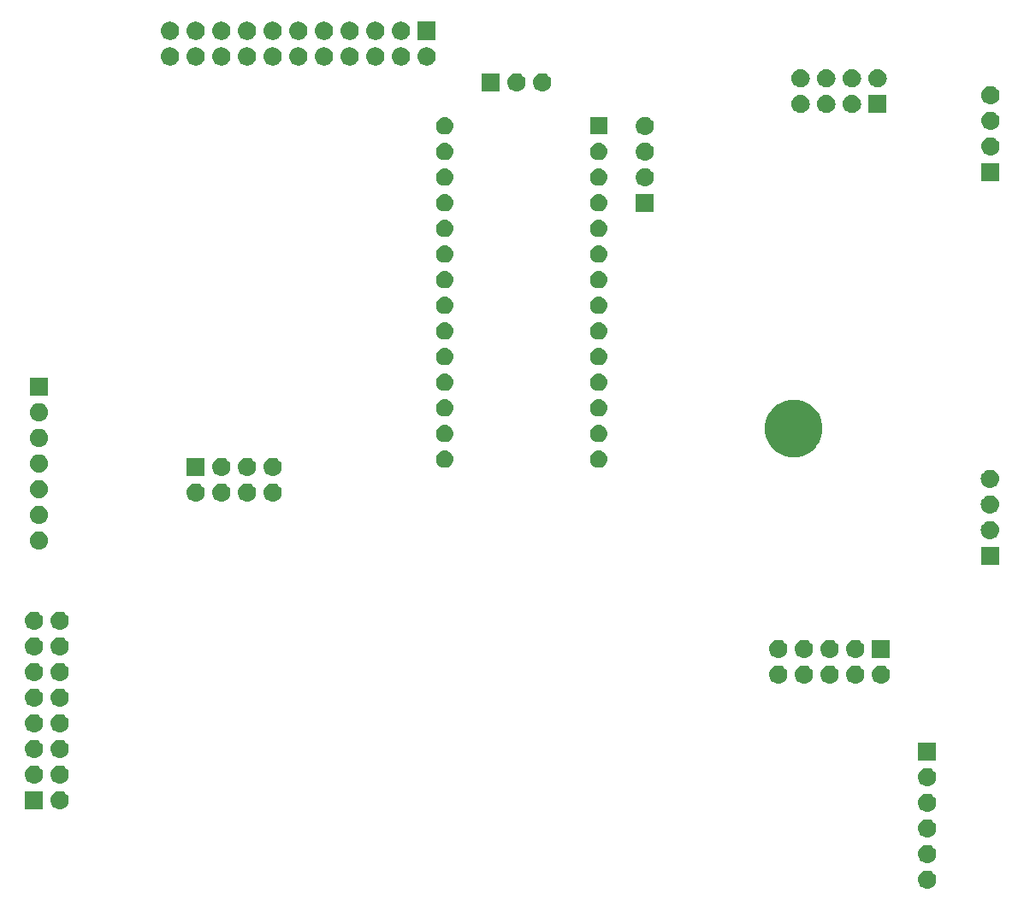
<source format=gbs>
G04 #@! TF.GenerationSoftware,KiCad,Pcbnew,(5.0.1-3-g963ef8bb5)*
G04 #@! TF.CreationDate,2018-11-12T23:42:08-05:00*
G04 #@! TF.ProjectId,EuroSID,4575726F5349442E6B696361645F7063,rev?*
G04 #@! TF.SameCoordinates,Original*
G04 #@! TF.FileFunction,Soldermask,Bot*
G04 #@! TF.FilePolarity,Negative*
%FSLAX46Y46*%
G04 Gerber Fmt 4.6, Leading zero omitted, Abs format (unit mm)*
G04 Created by KiCad (PCBNEW (5.0.1-3-g963ef8bb5)) date Monday, November 12, 2018 at 11:42:08 PM*
%MOMM*%
%LPD*%
G01*
G04 APERTURE LIST*
%ADD10C,0.100000*%
G04 APERTURE END LIST*
D10*
G36*
X134020442Y-133469518D02*
X134086627Y-133476037D01*
X134199853Y-133510384D01*
X134256467Y-133527557D01*
X134395087Y-133601652D01*
X134412991Y-133611222D01*
X134448729Y-133640552D01*
X134550186Y-133723814D01*
X134633448Y-133825271D01*
X134662778Y-133861009D01*
X134662779Y-133861011D01*
X134746443Y-134017533D01*
X134746443Y-134017534D01*
X134797963Y-134187373D01*
X134815359Y-134364000D01*
X134797963Y-134540627D01*
X134763616Y-134653853D01*
X134746443Y-134710467D01*
X134672348Y-134849087D01*
X134662778Y-134866991D01*
X134633448Y-134902729D01*
X134550186Y-135004186D01*
X134448729Y-135087448D01*
X134412991Y-135116778D01*
X134412989Y-135116779D01*
X134256467Y-135200443D01*
X134199853Y-135217616D01*
X134086627Y-135251963D01*
X134020442Y-135258482D01*
X133954260Y-135265000D01*
X133865740Y-135265000D01*
X133799558Y-135258482D01*
X133733373Y-135251963D01*
X133620147Y-135217616D01*
X133563533Y-135200443D01*
X133407011Y-135116779D01*
X133407009Y-135116778D01*
X133371271Y-135087448D01*
X133269814Y-135004186D01*
X133186552Y-134902729D01*
X133157222Y-134866991D01*
X133147652Y-134849087D01*
X133073557Y-134710467D01*
X133056384Y-134653853D01*
X133022037Y-134540627D01*
X133004641Y-134364000D01*
X133022037Y-134187373D01*
X133073557Y-134017534D01*
X133073557Y-134017533D01*
X133157221Y-133861011D01*
X133157222Y-133861009D01*
X133186552Y-133825271D01*
X133269814Y-133723814D01*
X133371271Y-133640552D01*
X133407009Y-133611222D01*
X133424913Y-133601652D01*
X133563533Y-133527557D01*
X133620147Y-133510384D01*
X133733373Y-133476037D01*
X133799558Y-133469518D01*
X133865740Y-133463000D01*
X133954260Y-133463000D01*
X134020442Y-133469518D01*
X134020442Y-133469518D01*
G37*
G36*
X134020442Y-130929518D02*
X134086627Y-130936037D01*
X134199853Y-130970384D01*
X134256467Y-130987557D01*
X134395087Y-131061652D01*
X134412991Y-131071222D01*
X134448729Y-131100552D01*
X134550186Y-131183814D01*
X134633448Y-131285271D01*
X134662778Y-131321009D01*
X134662779Y-131321011D01*
X134746443Y-131477533D01*
X134746443Y-131477534D01*
X134797963Y-131647373D01*
X134815359Y-131824000D01*
X134797963Y-132000627D01*
X134763616Y-132113853D01*
X134746443Y-132170467D01*
X134672348Y-132309087D01*
X134662778Y-132326991D01*
X134633448Y-132362729D01*
X134550186Y-132464186D01*
X134448729Y-132547448D01*
X134412991Y-132576778D01*
X134412989Y-132576779D01*
X134256467Y-132660443D01*
X134199853Y-132677616D01*
X134086627Y-132711963D01*
X134020442Y-132718482D01*
X133954260Y-132725000D01*
X133865740Y-132725000D01*
X133799558Y-132718482D01*
X133733373Y-132711963D01*
X133620147Y-132677616D01*
X133563533Y-132660443D01*
X133407011Y-132576779D01*
X133407009Y-132576778D01*
X133371271Y-132547448D01*
X133269814Y-132464186D01*
X133186552Y-132362729D01*
X133157222Y-132326991D01*
X133147652Y-132309087D01*
X133073557Y-132170467D01*
X133056384Y-132113853D01*
X133022037Y-132000627D01*
X133004641Y-131824000D01*
X133022037Y-131647373D01*
X133073557Y-131477534D01*
X133073557Y-131477533D01*
X133157221Y-131321011D01*
X133157222Y-131321009D01*
X133186552Y-131285271D01*
X133269814Y-131183814D01*
X133371271Y-131100552D01*
X133407009Y-131071222D01*
X133424913Y-131061652D01*
X133563533Y-130987557D01*
X133620147Y-130970384D01*
X133733373Y-130936037D01*
X133799558Y-130929518D01*
X133865740Y-130923000D01*
X133954260Y-130923000D01*
X134020442Y-130929518D01*
X134020442Y-130929518D01*
G37*
G36*
X134020443Y-128389519D02*
X134086627Y-128396037D01*
X134199853Y-128430384D01*
X134256467Y-128447557D01*
X134395087Y-128521652D01*
X134412991Y-128531222D01*
X134448729Y-128560552D01*
X134550186Y-128643814D01*
X134633448Y-128745271D01*
X134662778Y-128781009D01*
X134662779Y-128781011D01*
X134746443Y-128937533D01*
X134746443Y-128937534D01*
X134797963Y-129107373D01*
X134815359Y-129284000D01*
X134797963Y-129460627D01*
X134763616Y-129573853D01*
X134746443Y-129630467D01*
X134672348Y-129769087D01*
X134662778Y-129786991D01*
X134633448Y-129822729D01*
X134550186Y-129924186D01*
X134448729Y-130007448D01*
X134412991Y-130036778D01*
X134412989Y-130036779D01*
X134256467Y-130120443D01*
X134199853Y-130137616D01*
X134086627Y-130171963D01*
X134020443Y-130178481D01*
X133954260Y-130185000D01*
X133865740Y-130185000D01*
X133799557Y-130178481D01*
X133733373Y-130171963D01*
X133620147Y-130137616D01*
X133563533Y-130120443D01*
X133407011Y-130036779D01*
X133407009Y-130036778D01*
X133371271Y-130007448D01*
X133269814Y-129924186D01*
X133186552Y-129822729D01*
X133157222Y-129786991D01*
X133147652Y-129769087D01*
X133073557Y-129630467D01*
X133056384Y-129573853D01*
X133022037Y-129460627D01*
X133004641Y-129284000D01*
X133022037Y-129107373D01*
X133073557Y-128937534D01*
X133073557Y-128937533D01*
X133157221Y-128781011D01*
X133157222Y-128781009D01*
X133186552Y-128745271D01*
X133269814Y-128643814D01*
X133371271Y-128560552D01*
X133407009Y-128531222D01*
X133424913Y-128521652D01*
X133563533Y-128447557D01*
X133620147Y-128430384D01*
X133733373Y-128396037D01*
X133799557Y-128389519D01*
X133865740Y-128383000D01*
X133954260Y-128383000D01*
X134020443Y-128389519D01*
X134020443Y-128389519D01*
G37*
G36*
X134020443Y-125849519D02*
X134086627Y-125856037D01*
X134199853Y-125890384D01*
X134256467Y-125907557D01*
X134395087Y-125981652D01*
X134412991Y-125991222D01*
X134448729Y-126020552D01*
X134550186Y-126103814D01*
X134633448Y-126205271D01*
X134662778Y-126241009D01*
X134662779Y-126241011D01*
X134746443Y-126397533D01*
X134746443Y-126397534D01*
X134797963Y-126567373D01*
X134815359Y-126744000D01*
X134797963Y-126920627D01*
X134763616Y-127033853D01*
X134746443Y-127090467D01*
X134725213Y-127130185D01*
X134662778Y-127246991D01*
X134633448Y-127282729D01*
X134550186Y-127384186D01*
X134448729Y-127467448D01*
X134412991Y-127496778D01*
X134412989Y-127496779D01*
X134256467Y-127580443D01*
X134199853Y-127597616D01*
X134086627Y-127631963D01*
X134020442Y-127638482D01*
X133954260Y-127645000D01*
X133865740Y-127645000D01*
X133799558Y-127638482D01*
X133733373Y-127631963D01*
X133620147Y-127597616D01*
X133563533Y-127580443D01*
X133407011Y-127496779D01*
X133407009Y-127496778D01*
X133371271Y-127467448D01*
X133269814Y-127384186D01*
X133186552Y-127282729D01*
X133157222Y-127246991D01*
X133094787Y-127130185D01*
X133073557Y-127090467D01*
X133056384Y-127033853D01*
X133022037Y-126920627D01*
X133004641Y-126744000D01*
X133022037Y-126567373D01*
X133073557Y-126397534D01*
X133073557Y-126397533D01*
X133157221Y-126241011D01*
X133157222Y-126241009D01*
X133186552Y-126205271D01*
X133269814Y-126103814D01*
X133371271Y-126020552D01*
X133407009Y-125991222D01*
X133424913Y-125981652D01*
X133563533Y-125907557D01*
X133620147Y-125890384D01*
X133733373Y-125856037D01*
X133799557Y-125849519D01*
X133865740Y-125843000D01*
X133954260Y-125843000D01*
X134020443Y-125849519D01*
X134020443Y-125849519D01*
G37*
G36*
X48168442Y-125595518D02*
X48234627Y-125602037D01*
X48347853Y-125636384D01*
X48404467Y-125653557D01*
X48543087Y-125727652D01*
X48560991Y-125737222D01*
X48596729Y-125766552D01*
X48698186Y-125849814D01*
X48781448Y-125951271D01*
X48810778Y-125987009D01*
X48810779Y-125987011D01*
X48894443Y-126143533D01*
X48894443Y-126143534D01*
X48945963Y-126313373D01*
X48963359Y-126490000D01*
X48945963Y-126666627D01*
X48922492Y-126744000D01*
X48894443Y-126836467D01*
X48849459Y-126920625D01*
X48810778Y-126992991D01*
X48781448Y-127028729D01*
X48698186Y-127130186D01*
X48596729Y-127213448D01*
X48560991Y-127242778D01*
X48560989Y-127242779D01*
X48404467Y-127326443D01*
X48347853Y-127343616D01*
X48234627Y-127377963D01*
X48171453Y-127384185D01*
X48102260Y-127391000D01*
X48013740Y-127391000D01*
X47944547Y-127384185D01*
X47881373Y-127377963D01*
X47768147Y-127343616D01*
X47711533Y-127326443D01*
X47555011Y-127242779D01*
X47555009Y-127242778D01*
X47519271Y-127213448D01*
X47417814Y-127130186D01*
X47334552Y-127028729D01*
X47305222Y-126992991D01*
X47266541Y-126920625D01*
X47221557Y-126836467D01*
X47193508Y-126744000D01*
X47170037Y-126666627D01*
X47152641Y-126490000D01*
X47170037Y-126313373D01*
X47221557Y-126143534D01*
X47221557Y-126143533D01*
X47305221Y-125987011D01*
X47305222Y-125987009D01*
X47334552Y-125951271D01*
X47417814Y-125849814D01*
X47519271Y-125766552D01*
X47555009Y-125737222D01*
X47572913Y-125727652D01*
X47711533Y-125653557D01*
X47768147Y-125636384D01*
X47881373Y-125602037D01*
X47947558Y-125595518D01*
X48013740Y-125589000D01*
X48102260Y-125589000D01*
X48168442Y-125595518D01*
X48168442Y-125595518D01*
G37*
G36*
X46419000Y-127391000D02*
X44617000Y-127391000D01*
X44617000Y-125589000D01*
X46419000Y-125589000D01*
X46419000Y-127391000D01*
X46419000Y-127391000D01*
G37*
G36*
X134020443Y-123309519D02*
X134086627Y-123316037D01*
X134199853Y-123350384D01*
X134256467Y-123367557D01*
X134395087Y-123441652D01*
X134412991Y-123451222D01*
X134448729Y-123480552D01*
X134550186Y-123563814D01*
X134633448Y-123665271D01*
X134662778Y-123701009D01*
X134662779Y-123701011D01*
X134746443Y-123857533D01*
X134746443Y-123857534D01*
X134797963Y-124027373D01*
X134815359Y-124204000D01*
X134797963Y-124380627D01*
X134763616Y-124493853D01*
X134746443Y-124550467D01*
X134725213Y-124590185D01*
X134662778Y-124706991D01*
X134633448Y-124742729D01*
X134550186Y-124844186D01*
X134448729Y-124927448D01*
X134412991Y-124956778D01*
X134412989Y-124956779D01*
X134256467Y-125040443D01*
X134199853Y-125057616D01*
X134086627Y-125091963D01*
X134020443Y-125098481D01*
X133954260Y-125105000D01*
X133865740Y-125105000D01*
X133799557Y-125098481D01*
X133733373Y-125091963D01*
X133620147Y-125057616D01*
X133563533Y-125040443D01*
X133407011Y-124956779D01*
X133407009Y-124956778D01*
X133371271Y-124927448D01*
X133269814Y-124844186D01*
X133186552Y-124742729D01*
X133157222Y-124706991D01*
X133094787Y-124590185D01*
X133073557Y-124550467D01*
X133056384Y-124493853D01*
X133022037Y-124380627D01*
X133004641Y-124204000D01*
X133022037Y-124027373D01*
X133073557Y-123857534D01*
X133073557Y-123857533D01*
X133157221Y-123701011D01*
X133157222Y-123701009D01*
X133186552Y-123665271D01*
X133269814Y-123563814D01*
X133371271Y-123480552D01*
X133407009Y-123451222D01*
X133424913Y-123441652D01*
X133563533Y-123367557D01*
X133620147Y-123350384D01*
X133733373Y-123316037D01*
X133799557Y-123309519D01*
X133865740Y-123303000D01*
X133954260Y-123303000D01*
X134020443Y-123309519D01*
X134020443Y-123309519D01*
G37*
G36*
X48168442Y-123055518D02*
X48234627Y-123062037D01*
X48347853Y-123096384D01*
X48404467Y-123113557D01*
X48543087Y-123187652D01*
X48560991Y-123197222D01*
X48596729Y-123226552D01*
X48698186Y-123309814D01*
X48781448Y-123411271D01*
X48810778Y-123447009D01*
X48810779Y-123447011D01*
X48894443Y-123603533D01*
X48894443Y-123603534D01*
X48945963Y-123773373D01*
X48963359Y-123950000D01*
X48945963Y-124126627D01*
X48922492Y-124204000D01*
X48894443Y-124296467D01*
X48849459Y-124380625D01*
X48810778Y-124452991D01*
X48781448Y-124488729D01*
X48698186Y-124590186D01*
X48596729Y-124673448D01*
X48560991Y-124702778D01*
X48560989Y-124702779D01*
X48404467Y-124786443D01*
X48347853Y-124803616D01*
X48234627Y-124837963D01*
X48171453Y-124844185D01*
X48102260Y-124851000D01*
X48013740Y-124851000D01*
X47944547Y-124844185D01*
X47881373Y-124837963D01*
X47768147Y-124803616D01*
X47711533Y-124786443D01*
X47555011Y-124702779D01*
X47555009Y-124702778D01*
X47519271Y-124673448D01*
X47417814Y-124590186D01*
X47334552Y-124488729D01*
X47305222Y-124452991D01*
X47266541Y-124380625D01*
X47221557Y-124296467D01*
X47193508Y-124204000D01*
X47170037Y-124126627D01*
X47152641Y-123950000D01*
X47170037Y-123773373D01*
X47221557Y-123603534D01*
X47221557Y-123603533D01*
X47305221Y-123447011D01*
X47305222Y-123447009D01*
X47334552Y-123411271D01*
X47417814Y-123309814D01*
X47519271Y-123226552D01*
X47555009Y-123197222D01*
X47572913Y-123187652D01*
X47711533Y-123113557D01*
X47768147Y-123096384D01*
X47881373Y-123062037D01*
X47947558Y-123055518D01*
X48013740Y-123049000D01*
X48102260Y-123049000D01*
X48168442Y-123055518D01*
X48168442Y-123055518D01*
G37*
G36*
X45628442Y-123055518D02*
X45694627Y-123062037D01*
X45807853Y-123096384D01*
X45864467Y-123113557D01*
X46003087Y-123187652D01*
X46020991Y-123197222D01*
X46056729Y-123226552D01*
X46158186Y-123309814D01*
X46241448Y-123411271D01*
X46270778Y-123447009D01*
X46270779Y-123447011D01*
X46354443Y-123603533D01*
X46354443Y-123603534D01*
X46405963Y-123773373D01*
X46423359Y-123950000D01*
X46405963Y-124126627D01*
X46382492Y-124204000D01*
X46354443Y-124296467D01*
X46309459Y-124380625D01*
X46270778Y-124452991D01*
X46241448Y-124488729D01*
X46158186Y-124590186D01*
X46056729Y-124673448D01*
X46020991Y-124702778D01*
X46020989Y-124702779D01*
X45864467Y-124786443D01*
X45807853Y-124803616D01*
X45694627Y-124837963D01*
X45631453Y-124844185D01*
X45562260Y-124851000D01*
X45473740Y-124851000D01*
X45404547Y-124844185D01*
X45341373Y-124837963D01*
X45228147Y-124803616D01*
X45171533Y-124786443D01*
X45015011Y-124702779D01*
X45015009Y-124702778D01*
X44979271Y-124673448D01*
X44877814Y-124590186D01*
X44794552Y-124488729D01*
X44765222Y-124452991D01*
X44726541Y-124380625D01*
X44681557Y-124296467D01*
X44653508Y-124204000D01*
X44630037Y-124126627D01*
X44612641Y-123950000D01*
X44630037Y-123773373D01*
X44681557Y-123603534D01*
X44681557Y-123603533D01*
X44765221Y-123447011D01*
X44765222Y-123447009D01*
X44794552Y-123411271D01*
X44877814Y-123309814D01*
X44979271Y-123226552D01*
X45015009Y-123197222D01*
X45032913Y-123187652D01*
X45171533Y-123113557D01*
X45228147Y-123096384D01*
X45341373Y-123062037D01*
X45407558Y-123055518D01*
X45473740Y-123049000D01*
X45562260Y-123049000D01*
X45628442Y-123055518D01*
X45628442Y-123055518D01*
G37*
G36*
X134811000Y-122565000D02*
X133009000Y-122565000D01*
X133009000Y-120763000D01*
X134811000Y-120763000D01*
X134811000Y-122565000D01*
X134811000Y-122565000D01*
G37*
G36*
X48168442Y-120515518D02*
X48234627Y-120522037D01*
X48347853Y-120556384D01*
X48404467Y-120573557D01*
X48543087Y-120647652D01*
X48560991Y-120657222D01*
X48596729Y-120686552D01*
X48698186Y-120769814D01*
X48781448Y-120871271D01*
X48810778Y-120907009D01*
X48810779Y-120907011D01*
X48894443Y-121063533D01*
X48894443Y-121063534D01*
X48945963Y-121233373D01*
X48963359Y-121410000D01*
X48945963Y-121586627D01*
X48911616Y-121699853D01*
X48894443Y-121756467D01*
X48820348Y-121895087D01*
X48810778Y-121912991D01*
X48781448Y-121948729D01*
X48698186Y-122050186D01*
X48596729Y-122133448D01*
X48560991Y-122162778D01*
X48560989Y-122162779D01*
X48404467Y-122246443D01*
X48347853Y-122263616D01*
X48234627Y-122297963D01*
X48168442Y-122304482D01*
X48102260Y-122311000D01*
X48013740Y-122311000D01*
X47947558Y-122304482D01*
X47881373Y-122297963D01*
X47768147Y-122263616D01*
X47711533Y-122246443D01*
X47555011Y-122162779D01*
X47555009Y-122162778D01*
X47519271Y-122133448D01*
X47417814Y-122050186D01*
X47334552Y-121948729D01*
X47305222Y-121912991D01*
X47295652Y-121895087D01*
X47221557Y-121756467D01*
X47204384Y-121699853D01*
X47170037Y-121586627D01*
X47152641Y-121410000D01*
X47170037Y-121233373D01*
X47221557Y-121063534D01*
X47221557Y-121063533D01*
X47305221Y-120907011D01*
X47305222Y-120907009D01*
X47334552Y-120871271D01*
X47417814Y-120769814D01*
X47519271Y-120686552D01*
X47555009Y-120657222D01*
X47572913Y-120647652D01*
X47711533Y-120573557D01*
X47768147Y-120556384D01*
X47881373Y-120522037D01*
X47947558Y-120515518D01*
X48013740Y-120509000D01*
X48102260Y-120509000D01*
X48168442Y-120515518D01*
X48168442Y-120515518D01*
G37*
G36*
X45628442Y-120515518D02*
X45694627Y-120522037D01*
X45807853Y-120556384D01*
X45864467Y-120573557D01*
X46003087Y-120647652D01*
X46020991Y-120657222D01*
X46056729Y-120686552D01*
X46158186Y-120769814D01*
X46241448Y-120871271D01*
X46270778Y-120907009D01*
X46270779Y-120907011D01*
X46354443Y-121063533D01*
X46354443Y-121063534D01*
X46405963Y-121233373D01*
X46423359Y-121410000D01*
X46405963Y-121586627D01*
X46371616Y-121699853D01*
X46354443Y-121756467D01*
X46280348Y-121895087D01*
X46270778Y-121912991D01*
X46241448Y-121948729D01*
X46158186Y-122050186D01*
X46056729Y-122133448D01*
X46020991Y-122162778D01*
X46020989Y-122162779D01*
X45864467Y-122246443D01*
X45807853Y-122263616D01*
X45694627Y-122297963D01*
X45628442Y-122304482D01*
X45562260Y-122311000D01*
X45473740Y-122311000D01*
X45407558Y-122304482D01*
X45341373Y-122297963D01*
X45228147Y-122263616D01*
X45171533Y-122246443D01*
X45015011Y-122162779D01*
X45015009Y-122162778D01*
X44979271Y-122133448D01*
X44877814Y-122050186D01*
X44794552Y-121948729D01*
X44765222Y-121912991D01*
X44755652Y-121895087D01*
X44681557Y-121756467D01*
X44664384Y-121699853D01*
X44630037Y-121586627D01*
X44612641Y-121410000D01*
X44630037Y-121233373D01*
X44681557Y-121063534D01*
X44681557Y-121063533D01*
X44765221Y-120907011D01*
X44765222Y-120907009D01*
X44794552Y-120871271D01*
X44877814Y-120769814D01*
X44979271Y-120686552D01*
X45015009Y-120657222D01*
X45032913Y-120647652D01*
X45171533Y-120573557D01*
X45228147Y-120556384D01*
X45341373Y-120522037D01*
X45407558Y-120515518D01*
X45473740Y-120509000D01*
X45562260Y-120509000D01*
X45628442Y-120515518D01*
X45628442Y-120515518D01*
G37*
G36*
X48168443Y-117975519D02*
X48234627Y-117982037D01*
X48347853Y-118016384D01*
X48404467Y-118033557D01*
X48543087Y-118107652D01*
X48560991Y-118117222D01*
X48596729Y-118146552D01*
X48698186Y-118229814D01*
X48781448Y-118331271D01*
X48810778Y-118367009D01*
X48810779Y-118367011D01*
X48894443Y-118523533D01*
X48894443Y-118523534D01*
X48945963Y-118693373D01*
X48963359Y-118870000D01*
X48945963Y-119046627D01*
X48911616Y-119159853D01*
X48894443Y-119216467D01*
X48820348Y-119355087D01*
X48810778Y-119372991D01*
X48781448Y-119408729D01*
X48698186Y-119510186D01*
X48596729Y-119593448D01*
X48560991Y-119622778D01*
X48560989Y-119622779D01*
X48404467Y-119706443D01*
X48347853Y-119723616D01*
X48234627Y-119757963D01*
X48168442Y-119764482D01*
X48102260Y-119771000D01*
X48013740Y-119771000D01*
X47947558Y-119764482D01*
X47881373Y-119757963D01*
X47768147Y-119723616D01*
X47711533Y-119706443D01*
X47555011Y-119622779D01*
X47555009Y-119622778D01*
X47519271Y-119593448D01*
X47417814Y-119510186D01*
X47334552Y-119408729D01*
X47305222Y-119372991D01*
X47295652Y-119355087D01*
X47221557Y-119216467D01*
X47204384Y-119159853D01*
X47170037Y-119046627D01*
X47152641Y-118870000D01*
X47170037Y-118693373D01*
X47221557Y-118523534D01*
X47221557Y-118523533D01*
X47305221Y-118367011D01*
X47305222Y-118367009D01*
X47334552Y-118331271D01*
X47417814Y-118229814D01*
X47519271Y-118146552D01*
X47555009Y-118117222D01*
X47572913Y-118107652D01*
X47711533Y-118033557D01*
X47768147Y-118016384D01*
X47881373Y-117982037D01*
X47947557Y-117975519D01*
X48013740Y-117969000D01*
X48102260Y-117969000D01*
X48168443Y-117975519D01*
X48168443Y-117975519D01*
G37*
G36*
X45628443Y-117975519D02*
X45694627Y-117982037D01*
X45807853Y-118016384D01*
X45864467Y-118033557D01*
X46003087Y-118107652D01*
X46020991Y-118117222D01*
X46056729Y-118146552D01*
X46158186Y-118229814D01*
X46241448Y-118331271D01*
X46270778Y-118367009D01*
X46270779Y-118367011D01*
X46354443Y-118523533D01*
X46354443Y-118523534D01*
X46405963Y-118693373D01*
X46423359Y-118870000D01*
X46405963Y-119046627D01*
X46371616Y-119159853D01*
X46354443Y-119216467D01*
X46280348Y-119355087D01*
X46270778Y-119372991D01*
X46241448Y-119408729D01*
X46158186Y-119510186D01*
X46056729Y-119593448D01*
X46020991Y-119622778D01*
X46020989Y-119622779D01*
X45864467Y-119706443D01*
X45807853Y-119723616D01*
X45694627Y-119757963D01*
X45628442Y-119764482D01*
X45562260Y-119771000D01*
X45473740Y-119771000D01*
X45407558Y-119764482D01*
X45341373Y-119757963D01*
X45228147Y-119723616D01*
X45171533Y-119706443D01*
X45015011Y-119622779D01*
X45015009Y-119622778D01*
X44979271Y-119593448D01*
X44877814Y-119510186D01*
X44794552Y-119408729D01*
X44765222Y-119372991D01*
X44755652Y-119355087D01*
X44681557Y-119216467D01*
X44664384Y-119159853D01*
X44630037Y-119046627D01*
X44612641Y-118870000D01*
X44630037Y-118693373D01*
X44681557Y-118523534D01*
X44681557Y-118523533D01*
X44765221Y-118367011D01*
X44765222Y-118367009D01*
X44794552Y-118331271D01*
X44877814Y-118229814D01*
X44979271Y-118146552D01*
X45015009Y-118117222D01*
X45032913Y-118107652D01*
X45171533Y-118033557D01*
X45228147Y-118016384D01*
X45341373Y-117982037D01*
X45407557Y-117975519D01*
X45473740Y-117969000D01*
X45562260Y-117969000D01*
X45628443Y-117975519D01*
X45628443Y-117975519D01*
G37*
G36*
X48168442Y-115435518D02*
X48234627Y-115442037D01*
X48347853Y-115476384D01*
X48404467Y-115493557D01*
X48543087Y-115567652D01*
X48560991Y-115577222D01*
X48596729Y-115606552D01*
X48698186Y-115689814D01*
X48781448Y-115791271D01*
X48810778Y-115827009D01*
X48810779Y-115827011D01*
X48894443Y-115983533D01*
X48894443Y-115983534D01*
X48945963Y-116153373D01*
X48963359Y-116330000D01*
X48945963Y-116506627D01*
X48911616Y-116619853D01*
X48894443Y-116676467D01*
X48820348Y-116815087D01*
X48810778Y-116832991D01*
X48781448Y-116868729D01*
X48698186Y-116970186D01*
X48596729Y-117053448D01*
X48560991Y-117082778D01*
X48560989Y-117082779D01*
X48404467Y-117166443D01*
X48347853Y-117183616D01*
X48234627Y-117217963D01*
X48168443Y-117224481D01*
X48102260Y-117231000D01*
X48013740Y-117231000D01*
X47947557Y-117224481D01*
X47881373Y-117217963D01*
X47768147Y-117183616D01*
X47711533Y-117166443D01*
X47555011Y-117082779D01*
X47555009Y-117082778D01*
X47519271Y-117053448D01*
X47417814Y-116970186D01*
X47334552Y-116868729D01*
X47305222Y-116832991D01*
X47295652Y-116815087D01*
X47221557Y-116676467D01*
X47204384Y-116619853D01*
X47170037Y-116506627D01*
X47152641Y-116330000D01*
X47170037Y-116153373D01*
X47221557Y-115983534D01*
X47221557Y-115983533D01*
X47305221Y-115827011D01*
X47305222Y-115827009D01*
X47334552Y-115791271D01*
X47417814Y-115689814D01*
X47519271Y-115606552D01*
X47555009Y-115577222D01*
X47572913Y-115567652D01*
X47711533Y-115493557D01*
X47768147Y-115476384D01*
X47881373Y-115442037D01*
X47947558Y-115435518D01*
X48013740Y-115429000D01*
X48102260Y-115429000D01*
X48168442Y-115435518D01*
X48168442Y-115435518D01*
G37*
G36*
X45628442Y-115435518D02*
X45694627Y-115442037D01*
X45807853Y-115476384D01*
X45864467Y-115493557D01*
X46003087Y-115567652D01*
X46020991Y-115577222D01*
X46056729Y-115606552D01*
X46158186Y-115689814D01*
X46241448Y-115791271D01*
X46270778Y-115827009D01*
X46270779Y-115827011D01*
X46354443Y-115983533D01*
X46354443Y-115983534D01*
X46405963Y-116153373D01*
X46423359Y-116330000D01*
X46405963Y-116506627D01*
X46371616Y-116619853D01*
X46354443Y-116676467D01*
X46280348Y-116815087D01*
X46270778Y-116832991D01*
X46241448Y-116868729D01*
X46158186Y-116970186D01*
X46056729Y-117053448D01*
X46020991Y-117082778D01*
X46020989Y-117082779D01*
X45864467Y-117166443D01*
X45807853Y-117183616D01*
X45694627Y-117217963D01*
X45628443Y-117224481D01*
X45562260Y-117231000D01*
X45473740Y-117231000D01*
X45407557Y-117224481D01*
X45341373Y-117217963D01*
X45228147Y-117183616D01*
X45171533Y-117166443D01*
X45015011Y-117082779D01*
X45015009Y-117082778D01*
X44979271Y-117053448D01*
X44877814Y-116970186D01*
X44794552Y-116868729D01*
X44765222Y-116832991D01*
X44755652Y-116815087D01*
X44681557Y-116676467D01*
X44664384Y-116619853D01*
X44630037Y-116506627D01*
X44612641Y-116330000D01*
X44630037Y-116153373D01*
X44681557Y-115983534D01*
X44681557Y-115983533D01*
X44765221Y-115827011D01*
X44765222Y-115827009D01*
X44794552Y-115791271D01*
X44877814Y-115689814D01*
X44979271Y-115606552D01*
X45015009Y-115577222D01*
X45032913Y-115567652D01*
X45171533Y-115493557D01*
X45228147Y-115476384D01*
X45341373Y-115442037D01*
X45407558Y-115435518D01*
X45473740Y-115429000D01*
X45562260Y-115429000D01*
X45628442Y-115435518D01*
X45628442Y-115435518D01*
G37*
G36*
X121828442Y-113149518D02*
X121894627Y-113156037D01*
X122007853Y-113190384D01*
X122064467Y-113207557D01*
X122203087Y-113281652D01*
X122220991Y-113291222D01*
X122256729Y-113320552D01*
X122358186Y-113403814D01*
X122441448Y-113505271D01*
X122470778Y-113541009D01*
X122470779Y-113541011D01*
X122554443Y-113697533D01*
X122554443Y-113697534D01*
X122605963Y-113867373D01*
X122623359Y-114044000D01*
X122605963Y-114220627D01*
X122571616Y-114333853D01*
X122554443Y-114390467D01*
X122533213Y-114430185D01*
X122470778Y-114546991D01*
X122441448Y-114582729D01*
X122358186Y-114684186D01*
X122256729Y-114767448D01*
X122220991Y-114796778D01*
X122220989Y-114796779D01*
X122064467Y-114880443D01*
X122007853Y-114897616D01*
X121894627Y-114931963D01*
X121828443Y-114938481D01*
X121762260Y-114945000D01*
X121673740Y-114945000D01*
X121607557Y-114938481D01*
X121541373Y-114931963D01*
X121428147Y-114897616D01*
X121371533Y-114880443D01*
X121215011Y-114796779D01*
X121215009Y-114796778D01*
X121179271Y-114767448D01*
X121077814Y-114684186D01*
X120994552Y-114582729D01*
X120965222Y-114546991D01*
X120902787Y-114430185D01*
X120881557Y-114390467D01*
X120864384Y-114333853D01*
X120830037Y-114220627D01*
X120812641Y-114044000D01*
X120830037Y-113867373D01*
X120881557Y-113697534D01*
X120881557Y-113697533D01*
X120965221Y-113541011D01*
X120965222Y-113541009D01*
X120994552Y-113505271D01*
X121077814Y-113403814D01*
X121179271Y-113320552D01*
X121215009Y-113291222D01*
X121232913Y-113281652D01*
X121371533Y-113207557D01*
X121428147Y-113190384D01*
X121541373Y-113156037D01*
X121607558Y-113149518D01*
X121673740Y-113143000D01*
X121762260Y-113143000D01*
X121828442Y-113149518D01*
X121828442Y-113149518D01*
G37*
G36*
X129448442Y-113149518D02*
X129514627Y-113156037D01*
X129627853Y-113190384D01*
X129684467Y-113207557D01*
X129823087Y-113281652D01*
X129840991Y-113291222D01*
X129876729Y-113320552D01*
X129978186Y-113403814D01*
X130061448Y-113505271D01*
X130090778Y-113541009D01*
X130090779Y-113541011D01*
X130174443Y-113697533D01*
X130174443Y-113697534D01*
X130225963Y-113867373D01*
X130243359Y-114044000D01*
X130225963Y-114220627D01*
X130191616Y-114333853D01*
X130174443Y-114390467D01*
X130153213Y-114430185D01*
X130090778Y-114546991D01*
X130061448Y-114582729D01*
X129978186Y-114684186D01*
X129876729Y-114767448D01*
X129840991Y-114796778D01*
X129840989Y-114796779D01*
X129684467Y-114880443D01*
X129627853Y-114897616D01*
X129514627Y-114931963D01*
X129448443Y-114938481D01*
X129382260Y-114945000D01*
X129293740Y-114945000D01*
X129227557Y-114938481D01*
X129161373Y-114931963D01*
X129048147Y-114897616D01*
X128991533Y-114880443D01*
X128835011Y-114796779D01*
X128835009Y-114796778D01*
X128799271Y-114767448D01*
X128697814Y-114684186D01*
X128614552Y-114582729D01*
X128585222Y-114546991D01*
X128522787Y-114430185D01*
X128501557Y-114390467D01*
X128484384Y-114333853D01*
X128450037Y-114220627D01*
X128432641Y-114044000D01*
X128450037Y-113867373D01*
X128501557Y-113697534D01*
X128501557Y-113697533D01*
X128585221Y-113541011D01*
X128585222Y-113541009D01*
X128614552Y-113505271D01*
X128697814Y-113403814D01*
X128799271Y-113320552D01*
X128835009Y-113291222D01*
X128852913Y-113281652D01*
X128991533Y-113207557D01*
X129048147Y-113190384D01*
X129161373Y-113156037D01*
X129227558Y-113149518D01*
X129293740Y-113143000D01*
X129382260Y-113143000D01*
X129448442Y-113149518D01*
X129448442Y-113149518D01*
G37*
G36*
X119288442Y-113149518D02*
X119354627Y-113156037D01*
X119467853Y-113190384D01*
X119524467Y-113207557D01*
X119663087Y-113281652D01*
X119680991Y-113291222D01*
X119716729Y-113320552D01*
X119818186Y-113403814D01*
X119901448Y-113505271D01*
X119930778Y-113541009D01*
X119930779Y-113541011D01*
X120014443Y-113697533D01*
X120014443Y-113697534D01*
X120065963Y-113867373D01*
X120083359Y-114044000D01*
X120065963Y-114220627D01*
X120031616Y-114333853D01*
X120014443Y-114390467D01*
X119993213Y-114430185D01*
X119930778Y-114546991D01*
X119901448Y-114582729D01*
X119818186Y-114684186D01*
X119716729Y-114767448D01*
X119680991Y-114796778D01*
X119680989Y-114796779D01*
X119524467Y-114880443D01*
X119467853Y-114897616D01*
X119354627Y-114931963D01*
X119288443Y-114938481D01*
X119222260Y-114945000D01*
X119133740Y-114945000D01*
X119067557Y-114938481D01*
X119001373Y-114931963D01*
X118888147Y-114897616D01*
X118831533Y-114880443D01*
X118675011Y-114796779D01*
X118675009Y-114796778D01*
X118639271Y-114767448D01*
X118537814Y-114684186D01*
X118454552Y-114582729D01*
X118425222Y-114546991D01*
X118362787Y-114430185D01*
X118341557Y-114390467D01*
X118324384Y-114333853D01*
X118290037Y-114220627D01*
X118272641Y-114044000D01*
X118290037Y-113867373D01*
X118341557Y-113697534D01*
X118341557Y-113697533D01*
X118425221Y-113541011D01*
X118425222Y-113541009D01*
X118454552Y-113505271D01*
X118537814Y-113403814D01*
X118639271Y-113320552D01*
X118675009Y-113291222D01*
X118692913Y-113281652D01*
X118831533Y-113207557D01*
X118888147Y-113190384D01*
X119001373Y-113156037D01*
X119067558Y-113149518D01*
X119133740Y-113143000D01*
X119222260Y-113143000D01*
X119288442Y-113149518D01*
X119288442Y-113149518D01*
G37*
G36*
X124368442Y-113149518D02*
X124434627Y-113156037D01*
X124547853Y-113190384D01*
X124604467Y-113207557D01*
X124743087Y-113281652D01*
X124760991Y-113291222D01*
X124796729Y-113320552D01*
X124898186Y-113403814D01*
X124981448Y-113505271D01*
X125010778Y-113541009D01*
X125010779Y-113541011D01*
X125094443Y-113697533D01*
X125094443Y-113697534D01*
X125145963Y-113867373D01*
X125163359Y-114044000D01*
X125145963Y-114220627D01*
X125111616Y-114333853D01*
X125094443Y-114390467D01*
X125073213Y-114430185D01*
X125010778Y-114546991D01*
X124981448Y-114582729D01*
X124898186Y-114684186D01*
X124796729Y-114767448D01*
X124760991Y-114796778D01*
X124760989Y-114796779D01*
X124604467Y-114880443D01*
X124547853Y-114897616D01*
X124434627Y-114931963D01*
X124368443Y-114938481D01*
X124302260Y-114945000D01*
X124213740Y-114945000D01*
X124147557Y-114938481D01*
X124081373Y-114931963D01*
X123968147Y-114897616D01*
X123911533Y-114880443D01*
X123755011Y-114796779D01*
X123755009Y-114796778D01*
X123719271Y-114767448D01*
X123617814Y-114684186D01*
X123534552Y-114582729D01*
X123505222Y-114546991D01*
X123442787Y-114430185D01*
X123421557Y-114390467D01*
X123404384Y-114333853D01*
X123370037Y-114220627D01*
X123352641Y-114044000D01*
X123370037Y-113867373D01*
X123421557Y-113697534D01*
X123421557Y-113697533D01*
X123505221Y-113541011D01*
X123505222Y-113541009D01*
X123534552Y-113505271D01*
X123617814Y-113403814D01*
X123719271Y-113320552D01*
X123755009Y-113291222D01*
X123772913Y-113281652D01*
X123911533Y-113207557D01*
X123968147Y-113190384D01*
X124081373Y-113156037D01*
X124147558Y-113149518D01*
X124213740Y-113143000D01*
X124302260Y-113143000D01*
X124368442Y-113149518D01*
X124368442Y-113149518D01*
G37*
G36*
X126908442Y-113149518D02*
X126974627Y-113156037D01*
X127087853Y-113190384D01*
X127144467Y-113207557D01*
X127283087Y-113281652D01*
X127300991Y-113291222D01*
X127336729Y-113320552D01*
X127438186Y-113403814D01*
X127521448Y-113505271D01*
X127550778Y-113541009D01*
X127550779Y-113541011D01*
X127634443Y-113697533D01*
X127634443Y-113697534D01*
X127685963Y-113867373D01*
X127703359Y-114044000D01*
X127685963Y-114220627D01*
X127651616Y-114333853D01*
X127634443Y-114390467D01*
X127613213Y-114430185D01*
X127550778Y-114546991D01*
X127521448Y-114582729D01*
X127438186Y-114684186D01*
X127336729Y-114767448D01*
X127300991Y-114796778D01*
X127300989Y-114796779D01*
X127144467Y-114880443D01*
X127087853Y-114897616D01*
X126974627Y-114931963D01*
X126908443Y-114938481D01*
X126842260Y-114945000D01*
X126753740Y-114945000D01*
X126687557Y-114938481D01*
X126621373Y-114931963D01*
X126508147Y-114897616D01*
X126451533Y-114880443D01*
X126295011Y-114796779D01*
X126295009Y-114796778D01*
X126259271Y-114767448D01*
X126157814Y-114684186D01*
X126074552Y-114582729D01*
X126045222Y-114546991D01*
X125982787Y-114430185D01*
X125961557Y-114390467D01*
X125944384Y-114333853D01*
X125910037Y-114220627D01*
X125892641Y-114044000D01*
X125910037Y-113867373D01*
X125961557Y-113697534D01*
X125961557Y-113697533D01*
X126045221Y-113541011D01*
X126045222Y-113541009D01*
X126074552Y-113505271D01*
X126157814Y-113403814D01*
X126259271Y-113320552D01*
X126295009Y-113291222D01*
X126312913Y-113281652D01*
X126451533Y-113207557D01*
X126508147Y-113190384D01*
X126621373Y-113156037D01*
X126687558Y-113149518D01*
X126753740Y-113143000D01*
X126842260Y-113143000D01*
X126908442Y-113149518D01*
X126908442Y-113149518D01*
G37*
G36*
X48168442Y-112895518D02*
X48234627Y-112902037D01*
X48347853Y-112936384D01*
X48404467Y-112953557D01*
X48543087Y-113027652D01*
X48560991Y-113037222D01*
X48596729Y-113066552D01*
X48698186Y-113149814D01*
X48781448Y-113251271D01*
X48810778Y-113287009D01*
X48810779Y-113287011D01*
X48894443Y-113443533D01*
X48894443Y-113443534D01*
X48945963Y-113613373D01*
X48963359Y-113790000D01*
X48945963Y-113966627D01*
X48922492Y-114044000D01*
X48894443Y-114136467D01*
X48849459Y-114220625D01*
X48810778Y-114292991D01*
X48781448Y-114328729D01*
X48698186Y-114430186D01*
X48596729Y-114513448D01*
X48560991Y-114542778D01*
X48560989Y-114542779D01*
X48404467Y-114626443D01*
X48347853Y-114643616D01*
X48234627Y-114677963D01*
X48171453Y-114684185D01*
X48102260Y-114691000D01*
X48013740Y-114691000D01*
X47944547Y-114684185D01*
X47881373Y-114677963D01*
X47768147Y-114643616D01*
X47711533Y-114626443D01*
X47555011Y-114542779D01*
X47555009Y-114542778D01*
X47519271Y-114513448D01*
X47417814Y-114430186D01*
X47334552Y-114328729D01*
X47305222Y-114292991D01*
X47266541Y-114220625D01*
X47221557Y-114136467D01*
X47193508Y-114044000D01*
X47170037Y-113966627D01*
X47152641Y-113790000D01*
X47170037Y-113613373D01*
X47221557Y-113443534D01*
X47221557Y-113443533D01*
X47305221Y-113287011D01*
X47305222Y-113287009D01*
X47334552Y-113251271D01*
X47417814Y-113149814D01*
X47519271Y-113066552D01*
X47555009Y-113037222D01*
X47572913Y-113027652D01*
X47711533Y-112953557D01*
X47768147Y-112936384D01*
X47881373Y-112902037D01*
X47947558Y-112895518D01*
X48013740Y-112889000D01*
X48102260Y-112889000D01*
X48168442Y-112895518D01*
X48168442Y-112895518D01*
G37*
G36*
X45628442Y-112895518D02*
X45694627Y-112902037D01*
X45807853Y-112936384D01*
X45864467Y-112953557D01*
X46003087Y-113027652D01*
X46020991Y-113037222D01*
X46056729Y-113066552D01*
X46158186Y-113149814D01*
X46241448Y-113251271D01*
X46270778Y-113287009D01*
X46270779Y-113287011D01*
X46354443Y-113443533D01*
X46354443Y-113443534D01*
X46405963Y-113613373D01*
X46423359Y-113790000D01*
X46405963Y-113966627D01*
X46382492Y-114044000D01*
X46354443Y-114136467D01*
X46309459Y-114220625D01*
X46270778Y-114292991D01*
X46241448Y-114328729D01*
X46158186Y-114430186D01*
X46056729Y-114513448D01*
X46020991Y-114542778D01*
X46020989Y-114542779D01*
X45864467Y-114626443D01*
X45807853Y-114643616D01*
X45694627Y-114677963D01*
X45631453Y-114684185D01*
X45562260Y-114691000D01*
X45473740Y-114691000D01*
X45404547Y-114684185D01*
X45341373Y-114677963D01*
X45228147Y-114643616D01*
X45171533Y-114626443D01*
X45015011Y-114542779D01*
X45015009Y-114542778D01*
X44979271Y-114513448D01*
X44877814Y-114430186D01*
X44794552Y-114328729D01*
X44765222Y-114292991D01*
X44726541Y-114220625D01*
X44681557Y-114136467D01*
X44653508Y-114044000D01*
X44630037Y-113966627D01*
X44612641Y-113790000D01*
X44630037Y-113613373D01*
X44681557Y-113443534D01*
X44681557Y-113443533D01*
X44765221Y-113287011D01*
X44765222Y-113287009D01*
X44794552Y-113251271D01*
X44877814Y-113149814D01*
X44979271Y-113066552D01*
X45015009Y-113037222D01*
X45032913Y-113027652D01*
X45171533Y-112953557D01*
X45228147Y-112936384D01*
X45341373Y-112902037D01*
X45407558Y-112895518D01*
X45473740Y-112889000D01*
X45562260Y-112889000D01*
X45628442Y-112895518D01*
X45628442Y-112895518D01*
G37*
G36*
X126908442Y-110609518D02*
X126974627Y-110616037D01*
X127087853Y-110650384D01*
X127144467Y-110667557D01*
X127283087Y-110741652D01*
X127300991Y-110751222D01*
X127336729Y-110780552D01*
X127438186Y-110863814D01*
X127521448Y-110965271D01*
X127550778Y-111001009D01*
X127550779Y-111001011D01*
X127634443Y-111157533D01*
X127634443Y-111157534D01*
X127685963Y-111327373D01*
X127703359Y-111504000D01*
X127685963Y-111680627D01*
X127651616Y-111793853D01*
X127634443Y-111850467D01*
X127613213Y-111890185D01*
X127550778Y-112006991D01*
X127521448Y-112042729D01*
X127438186Y-112144186D01*
X127336729Y-112227448D01*
X127300991Y-112256778D01*
X127300989Y-112256779D01*
X127144467Y-112340443D01*
X127087853Y-112357616D01*
X126974627Y-112391963D01*
X126908442Y-112398482D01*
X126842260Y-112405000D01*
X126753740Y-112405000D01*
X126687558Y-112398482D01*
X126621373Y-112391963D01*
X126508147Y-112357616D01*
X126451533Y-112340443D01*
X126295011Y-112256779D01*
X126295009Y-112256778D01*
X126259271Y-112227448D01*
X126157814Y-112144186D01*
X126074552Y-112042729D01*
X126045222Y-112006991D01*
X125982787Y-111890185D01*
X125961557Y-111850467D01*
X125944384Y-111793853D01*
X125910037Y-111680627D01*
X125892641Y-111504000D01*
X125910037Y-111327373D01*
X125961557Y-111157534D01*
X125961557Y-111157533D01*
X126045221Y-111001011D01*
X126045222Y-111001009D01*
X126074552Y-110965271D01*
X126157814Y-110863814D01*
X126259271Y-110780552D01*
X126295009Y-110751222D01*
X126312913Y-110741652D01*
X126451533Y-110667557D01*
X126508147Y-110650384D01*
X126621373Y-110616037D01*
X126687558Y-110609518D01*
X126753740Y-110603000D01*
X126842260Y-110603000D01*
X126908442Y-110609518D01*
X126908442Y-110609518D01*
G37*
G36*
X119288442Y-110609518D02*
X119354627Y-110616037D01*
X119467853Y-110650384D01*
X119524467Y-110667557D01*
X119663087Y-110741652D01*
X119680991Y-110751222D01*
X119716729Y-110780552D01*
X119818186Y-110863814D01*
X119901448Y-110965271D01*
X119930778Y-111001009D01*
X119930779Y-111001011D01*
X120014443Y-111157533D01*
X120014443Y-111157534D01*
X120065963Y-111327373D01*
X120083359Y-111504000D01*
X120065963Y-111680627D01*
X120031616Y-111793853D01*
X120014443Y-111850467D01*
X119993213Y-111890185D01*
X119930778Y-112006991D01*
X119901448Y-112042729D01*
X119818186Y-112144186D01*
X119716729Y-112227448D01*
X119680991Y-112256778D01*
X119680989Y-112256779D01*
X119524467Y-112340443D01*
X119467853Y-112357616D01*
X119354627Y-112391963D01*
X119288442Y-112398482D01*
X119222260Y-112405000D01*
X119133740Y-112405000D01*
X119067558Y-112398482D01*
X119001373Y-112391963D01*
X118888147Y-112357616D01*
X118831533Y-112340443D01*
X118675011Y-112256779D01*
X118675009Y-112256778D01*
X118639271Y-112227448D01*
X118537814Y-112144186D01*
X118454552Y-112042729D01*
X118425222Y-112006991D01*
X118362787Y-111890185D01*
X118341557Y-111850467D01*
X118324384Y-111793853D01*
X118290037Y-111680627D01*
X118272641Y-111504000D01*
X118290037Y-111327373D01*
X118341557Y-111157534D01*
X118341557Y-111157533D01*
X118425221Y-111001011D01*
X118425222Y-111001009D01*
X118454552Y-110965271D01*
X118537814Y-110863814D01*
X118639271Y-110780552D01*
X118675009Y-110751222D01*
X118692913Y-110741652D01*
X118831533Y-110667557D01*
X118888147Y-110650384D01*
X119001373Y-110616037D01*
X119067558Y-110609518D01*
X119133740Y-110603000D01*
X119222260Y-110603000D01*
X119288442Y-110609518D01*
X119288442Y-110609518D01*
G37*
G36*
X121828442Y-110609518D02*
X121894627Y-110616037D01*
X122007853Y-110650384D01*
X122064467Y-110667557D01*
X122203087Y-110741652D01*
X122220991Y-110751222D01*
X122256729Y-110780552D01*
X122358186Y-110863814D01*
X122441448Y-110965271D01*
X122470778Y-111001009D01*
X122470779Y-111001011D01*
X122554443Y-111157533D01*
X122554443Y-111157534D01*
X122605963Y-111327373D01*
X122623359Y-111504000D01*
X122605963Y-111680627D01*
X122571616Y-111793853D01*
X122554443Y-111850467D01*
X122533213Y-111890185D01*
X122470778Y-112006991D01*
X122441448Y-112042729D01*
X122358186Y-112144186D01*
X122256729Y-112227448D01*
X122220991Y-112256778D01*
X122220989Y-112256779D01*
X122064467Y-112340443D01*
X122007853Y-112357616D01*
X121894627Y-112391963D01*
X121828442Y-112398482D01*
X121762260Y-112405000D01*
X121673740Y-112405000D01*
X121607558Y-112398482D01*
X121541373Y-112391963D01*
X121428147Y-112357616D01*
X121371533Y-112340443D01*
X121215011Y-112256779D01*
X121215009Y-112256778D01*
X121179271Y-112227448D01*
X121077814Y-112144186D01*
X120994552Y-112042729D01*
X120965222Y-112006991D01*
X120902787Y-111890185D01*
X120881557Y-111850467D01*
X120864384Y-111793853D01*
X120830037Y-111680627D01*
X120812641Y-111504000D01*
X120830037Y-111327373D01*
X120881557Y-111157534D01*
X120881557Y-111157533D01*
X120965221Y-111001011D01*
X120965222Y-111001009D01*
X120994552Y-110965271D01*
X121077814Y-110863814D01*
X121179271Y-110780552D01*
X121215009Y-110751222D01*
X121232913Y-110741652D01*
X121371533Y-110667557D01*
X121428147Y-110650384D01*
X121541373Y-110616037D01*
X121607558Y-110609518D01*
X121673740Y-110603000D01*
X121762260Y-110603000D01*
X121828442Y-110609518D01*
X121828442Y-110609518D01*
G37*
G36*
X124368442Y-110609518D02*
X124434627Y-110616037D01*
X124547853Y-110650384D01*
X124604467Y-110667557D01*
X124743087Y-110741652D01*
X124760991Y-110751222D01*
X124796729Y-110780552D01*
X124898186Y-110863814D01*
X124981448Y-110965271D01*
X125010778Y-111001009D01*
X125010779Y-111001011D01*
X125094443Y-111157533D01*
X125094443Y-111157534D01*
X125145963Y-111327373D01*
X125163359Y-111504000D01*
X125145963Y-111680627D01*
X125111616Y-111793853D01*
X125094443Y-111850467D01*
X125073213Y-111890185D01*
X125010778Y-112006991D01*
X124981448Y-112042729D01*
X124898186Y-112144186D01*
X124796729Y-112227448D01*
X124760991Y-112256778D01*
X124760989Y-112256779D01*
X124604467Y-112340443D01*
X124547853Y-112357616D01*
X124434627Y-112391963D01*
X124368442Y-112398482D01*
X124302260Y-112405000D01*
X124213740Y-112405000D01*
X124147558Y-112398482D01*
X124081373Y-112391963D01*
X123968147Y-112357616D01*
X123911533Y-112340443D01*
X123755011Y-112256779D01*
X123755009Y-112256778D01*
X123719271Y-112227448D01*
X123617814Y-112144186D01*
X123534552Y-112042729D01*
X123505222Y-112006991D01*
X123442787Y-111890185D01*
X123421557Y-111850467D01*
X123404384Y-111793853D01*
X123370037Y-111680627D01*
X123352641Y-111504000D01*
X123370037Y-111327373D01*
X123421557Y-111157534D01*
X123421557Y-111157533D01*
X123505221Y-111001011D01*
X123505222Y-111001009D01*
X123534552Y-110965271D01*
X123617814Y-110863814D01*
X123719271Y-110780552D01*
X123755009Y-110751222D01*
X123772913Y-110741652D01*
X123911533Y-110667557D01*
X123968147Y-110650384D01*
X124081373Y-110616037D01*
X124147558Y-110609518D01*
X124213740Y-110603000D01*
X124302260Y-110603000D01*
X124368442Y-110609518D01*
X124368442Y-110609518D01*
G37*
G36*
X130239000Y-112405000D02*
X128437000Y-112405000D01*
X128437000Y-110603000D01*
X130239000Y-110603000D01*
X130239000Y-112405000D01*
X130239000Y-112405000D01*
G37*
G36*
X48168443Y-110355519D02*
X48234627Y-110362037D01*
X48347853Y-110396384D01*
X48404467Y-110413557D01*
X48543087Y-110487652D01*
X48560991Y-110497222D01*
X48596729Y-110526552D01*
X48698186Y-110609814D01*
X48781448Y-110711271D01*
X48810778Y-110747009D01*
X48810779Y-110747011D01*
X48894443Y-110903533D01*
X48894443Y-110903534D01*
X48945963Y-111073373D01*
X48963359Y-111250000D01*
X48945963Y-111426627D01*
X48922492Y-111504000D01*
X48894443Y-111596467D01*
X48849459Y-111680625D01*
X48810778Y-111752991D01*
X48781448Y-111788729D01*
X48698186Y-111890186D01*
X48596729Y-111973448D01*
X48560991Y-112002778D01*
X48560989Y-112002779D01*
X48404467Y-112086443D01*
X48347853Y-112103616D01*
X48234627Y-112137963D01*
X48171453Y-112144185D01*
X48102260Y-112151000D01*
X48013740Y-112151000D01*
X47944547Y-112144185D01*
X47881373Y-112137963D01*
X47768147Y-112103616D01*
X47711533Y-112086443D01*
X47555011Y-112002779D01*
X47555009Y-112002778D01*
X47519271Y-111973448D01*
X47417814Y-111890186D01*
X47334552Y-111788729D01*
X47305222Y-111752991D01*
X47266541Y-111680625D01*
X47221557Y-111596467D01*
X47193508Y-111504000D01*
X47170037Y-111426627D01*
X47152641Y-111250000D01*
X47170037Y-111073373D01*
X47221557Y-110903534D01*
X47221557Y-110903533D01*
X47305221Y-110747011D01*
X47305222Y-110747009D01*
X47334552Y-110711271D01*
X47417814Y-110609814D01*
X47519271Y-110526552D01*
X47555009Y-110497222D01*
X47572913Y-110487652D01*
X47711533Y-110413557D01*
X47768147Y-110396384D01*
X47881373Y-110362037D01*
X47947557Y-110355519D01*
X48013740Y-110349000D01*
X48102260Y-110349000D01*
X48168443Y-110355519D01*
X48168443Y-110355519D01*
G37*
G36*
X45628443Y-110355519D02*
X45694627Y-110362037D01*
X45807853Y-110396384D01*
X45864467Y-110413557D01*
X46003087Y-110487652D01*
X46020991Y-110497222D01*
X46056729Y-110526552D01*
X46158186Y-110609814D01*
X46241448Y-110711271D01*
X46270778Y-110747009D01*
X46270779Y-110747011D01*
X46354443Y-110903533D01*
X46354443Y-110903534D01*
X46405963Y-111073373D01*
X46423359Y-111250000D01*
X46405963Y-111426627D01*
X46382492Y-111504000D01*
X46354443Y-111596467D01*
X46309459Y-111680625D01*
X46270778Y-111752991D01*
X46241448Y-111788729D01*
X46158186Y-111890186D01*
X46056729Y-111973448D01*
X46020991Y-112002778D01*
X46020989Y-112002779D01*
X45864467Y-112086443D01*
X45807853Y-112103616D01*
X45694627Y-112137963D01*
X45631453Y-112144185D01*
X45562260Y-112151000D01*
X45473740Y-112151000D01*
X45404547Y-112144185D01*
X45341373Y-112137963D01*
X45228147Y-112103616D01*
X45171533Y-112086443D01*
X45015011Y-112002779D01*
X45015009Y-112002778D01*
X44979271Y-111973448D01*
X44877814Y-111890186D01*
X44794552Y-111788729D01*
X44765222Y-111752991D01*
X44726541Y-111680625D01*
X44681557Y-111596467D01*
X44653508Y-111504000D01*
X44630037Y-111426627D01*
X44612641Y-111250000D01*
X44630037Y-111073373D01*
X44681557Y-110903534D01*
X44681557Y-110903533D01*
X44765221Y-110747011D01*
X44765222Y-110747009D01*
X44794552Y-110711271D01*
X44877814Y-110609814D01*
X44979271Y-110526552D01*
X45015009Y-110497222D01*
X45032913Y-110487652D01*
X45171533Y-110413557D01*
X45228147Y-110396384D01*
X45341373Y-110362037D01*
X45407557Y-110355519D01*
X45473740Y-110349000D01*
X45562260Y-110349000D01*
X45628443Y-110355519D01*
X45628443Y-110355519D01*
G37*
G36*
X45628443Y-107815519D02*
X45694627Y-107822037D01*
X45807853Y-107856384D01*
X45864467Y-107873557D01*
X46003087Y-107947652D01*
X46020991Y-107957222D01*
X46056729Y-107986552D01*
X46158186Y-108069814D01*
X46241448Y-108171271D01*
X46270778Y-108207009D01*
X46270779Y-108207011D01*
X46354443Y-108363533D01*
X46354443Y-108363534D01*
X46405963Y-108533373D01*
X46423359Y-108710000D01*
X46405963Y-108886627D01*
X46371616Y-108999853D01*
X46354443Y-109056467D01*
X46280348Y-109195087D01*
X46270778Y-109212991D01*
X46241448Y-109248729D01*
X46158186Y-109350186D01*
X46056729Y-109433448D01*
X46020991Y-109462778D01*
X46020989Y-109462779D01*
X45864467Y-109546443D01*
X45807853Y-109563616D01*
X45694627Y-109597963D01*
X45628443Y-109604481D01*
X45562260Y-109611000D01*
X45473740Y-109611000D01*
X45407557Y-109604481D01*
X45341373Y-109597963D01*
X45228147Y-109563616D01*
X45171533Y-109546443D01*
X45015011Y-109462779D01*
X45015009Y-109462778D01*
X44979271Y-109433448D01*
X44877814Y-109350186D01*
X44794552Y-109248729D01*
X44765222Y-109212991D01*
X44755652Y-109195087D01*
X44681557Y-109056467D01*
X44664384Y-108999853D01*
X44630037Y-108886627D01*
X44612641Y-108710000D01*
X44630037Y-108533373D01*
X44681557Y-108363534D01*
X44681557Y-108363533D01*
X44765221Y-108207011D01*
X44765222Y-108207009D01*
X44794552Y-108171271D01*
X44877814Y-108069814D01*
X44979271Y-107986552D01*
X45015009Y-107957222D01*
X45032913Y-107947652D01*
X45171533Y-107873557D01*
X45228147Y-107856384D01*
X45341373Y-107822037D01*
X45407557Y-107815519D01*
X45473740Y-107809000D01*
X45562260Y-107809000D01*
X45628443Y-107815519D01*
X45628443Y-107815519D01*
G37*
G36*
X48168443Y-107815519D02*
X48234627Y-107822037D01*
X48347853Y-107856384D01*
X48404467Y-107873557D01*
X48543087Y-107947652D01*
X48560991Y-107957222D01*
X48596729Y-107986552D01*
X48698186Y-108069814D01*
X48781448Y-108171271D01*
X48810778Y-108207009D01*
X48810779Y-108207011D01*
X48894443Y-108363533D01*
X48894443Y-108363534D01*
X48945963Y-108533373D01*
X48963359Y-108710000D01*
X48945963Y-108886627D01*
X48911616Y-108999853D01*
X48894443Y-109056467D01*
X48820348Y-109195087D01*
X48810778Y-109212991D01*
X48781448Y-109248729D01*
X48698186Y-109350186D01*
X48596729Y-109433448D01*
X48560991Y-109462778D01*
X48560989Y-109462779D01*
X48404467Y-109546443D01*
X48347853Y-109563616D01*
X48234627Y-109597963D01*
X48168443Y-109604481D01*
X48102260Y-109611000D01*
X48013740Y-109611000D01*
X47947557Y-109604481D01*
X47881373Y-109597963D01*
X47768147Y-109563616D01*
X47711533Y-109546443D01*
X47555011Y-109462779D01*
X47555009Y-109462778D01*
X47519271Y-109433448D01*
X47417814Y-109350186D01*
X47334552Y-109248729D01*
X47305222Y-109212991D01*
X47295652Y-109195087D01*
X47221557Y-109056467D01*
X47204384Y-108999853D01*
X47170037Y-108886627D01*
X47152641Y-108710000D01*
X47170037Y-108533373D01*
X47221557Y-108363534D01*
X47221557Y-108363533D01*
X47305221Y-108207011D01*
X47305222Y-108207009D01*
X47334552Y-108171271D01*
X47417814Y-108069814D01*
X47519271Y-107986552D01*
X47555009Y-107957222D01*
X47572913Y-107947652D01*
X47711533Y-107873557D01*
X47768147Y-107856384D01*
X47881373Y-107822037D01*
X47947557Y-107815519D01*
X48013740Y-107809000D01*
X48102260Y-107809000D01*
X48168443Y-107815519D01*
X48168443Y-107815519D01*
G37*
G36*
X141021000Y-103161000D02*
X139219000Y-103161000D01*
X139219000Y-101359000D01*
X141021000Y-101359000D01*
X141021000Y-103161000D01*
X141021000Y-103161000D01*
G37*
G36*
X46110442Y-99845518D02*
X46176627Y-99852037D01*
X46289853Y-99886384D01*
X46346467Y-99903557D01*
X46485087Y-99977652D01*
X46502991Y-99987222D01*
X46538729Y-100016552D01*
X46640186Y-100099814D01*
X46723448Y-100201271D01*
X46752778Y-100237009D01*
X46752779Y-100237011D01*
X46836443Y-100393533D01*
X46836443Y-100393534D01*
X46887963Y-100563373D01*
X46905359Y-100740000D01*
X46887963Y-100916627D01*
X46853616Y-101029853D01*
X46836443Y-101086467D01*
X46762348Y-101225087D01*
X46752778Y-101242991D01*
X46723448Y-101278729D01*
X46640186Y-101380186D01*
X46538729Y-101463448D01*
X46502991Y-101492778D01*
X46502989Y-101492779D01*
X46346467Y-101576443D01*
X46289853Y-101593616D01*
X46176627Y-101627963D01*
X46110442Y-101634482D01*
X46044260Y-101641000D01*
X45955740Y-101641000D01*
X45889558Y-101634482D01*
X45823373Y-101627963D01*
X45710147Y-101593616D01*
X45653533Y-101576443D01*
X45497011Y-101492779D01*
X45497009Y-101492778D01*
X45461271Y-101463448D01*
X45359814Y-101380186D01*
X45276552Y-101278729D01*
X45247222Y-101242991D01*
X45237652Y-101225087D01*
X45163557Y-101086467D01*
X45146384Y-101029853D01*
X45112037Y-100916627D01*
X45094641Y-100740000D01*
X45112037Y-100563373D01*
X45163557Y-100393534D01*
X45163557Y-100393533D01*
X45247221Y-100237011D01*
X45247222Y-100237009D01*
X45276552Y-100201271D01*
X45359814Y-100099814D01*
X45461271Y-100016552D01*
X45497009Y-99987222D01*
X45514913Y-99977652D01*
X45653533Y-99903557D01*
X45710147Y-99886384D01*
X45823373Y-99852037D01*
X45889558Y-99845518D01*
X45955740Y-99839000D01*
X46044260Y-99839000D01*
X46110442Y-99845518D01*
X46110442Y-99845518D01*
G37*
G36*
X140230443Y-98825519D02*
X140296627Y-98832037D01*
X140409853Y-98866384D01*
X140466467Y-98883557D01*
X140595968Y-98952778D01*
X140622991Y-98967222D01*
X140658729Y-98996552D01*
X140760186Y-99079814D01*
X140843448Y-99181271D01*
X140872778Y-99217009D01*
X140872779Y-99217011D01*
X140956443Y-99373533D01*
X140956443Y-99373534D01*
X141007963Y-99543373D01*
X141025359Y-99720000D01*
X141007963Y-99896627D01*
X140980482Y-99987221D01*
X140956443Y-100066467D01*
X140882348Y-100205087D01*
X140872778Y-100222991D01*
X140861272Y-100237011D01*
X140760186Y-100360186D01*
X140658729Y-100443448D01*
X140622991Y-100472778D01*
X140622989Y-100472779D01*
X140466467Y-100556443D01*
X140409853Y-100573616D01*
X140296627Y-100607963D01*
X140230442Y-100614482D01*
X140164260Y-100621000D01*
X140075740Y-100621000D01*
X140009557Y-100614481D01*
X139943373Y-100607963D01*
X139830147Y-100573616D01*
X139773533Y-100556443D01*
X139617011Y-100472779D01*
X139617009Y-100472778D01*
X139581271Y-100443448D01*
X139479814Y-100360186D01*
X139378728Y-100237011D01*
X139367222Y-100222991D01*
X139357652Y-100205087D01*
X139283557Y-100066467D01*
X139259518Y-99987221D01*
X139232037Y-99896627D01*
X139214641Y-99720000D01*
X139232037Y-99543373D01*
X139283557Y-99373534D01*
X139283557Y-99373533D01*
X139367221Y-99217011D01*
X139367222Y-99217009D01*
X139396552Y-99181271D01*
X139479814Y-99079814D01*
X139581271Y-98996552D01*
X139617009Y-98967222D01*
X139644032Y-98952778D01*
X139773533Y-98883557D01*
X139830147Y-98866384D01*
X139943373Y-98832037D01*
X140009557Y-98825519D01*
X140075740Y-98819000D01*
X140164260Y-98819000D01*
X140230443Y-98825519D01*
X140230443Y-98825519D01*
G37*
G36*
X46110443Y-97305519D02*
X46176627Y-97312037D01*
X46289853Y-97346384D01*
X46346467Y-97363557D01*
X46485087Y-97437652D01*
X46502991Y-97447222D01*
X46538729Y-97476552D01*
X46640186Y-97559814D01*
X46723448Y-97661271D01*
X46752778Y-97697009D01*
X46752779Y-97697011D01*
X46836443Y-97853533D01*
X46836443Y-97853534D01*
X46887963Y-98023373D01*
X46905359Y-98200000D01*
X46887963Y-98376627D01*
X46853616Y-98489853D01*
X46836443Y-98546467D01*
X46762348Y-98685087D01*
X46752778Y-98702991D01*
X46723448Y-98738729D01*
X46640186Y-98840186D01*
X46538729Y-98923448D01*
X46502991Y-98952778D01*
X46502989Y-98952779D01*
X46346467Y-99036443D01*
X46289853Y-99053616D01*
X46176627Y-99087963D01*
X46110443Y-99094481D01*
X46044260Y-99101000D01*
X45955740Y-99101000D01*
X45889557Y-99094481D01*
X45823373Y-99087963D01*
X45710147Y-99053616D01*
X45653533Y-99036443D01*
X45497011Y-98952779D01*
X45497009Y-98952778D01*
X45461271Y-98923448D01*
X45359814Y-98840186D01*
X45276552Y-98738729D01*
X45247222Y-98702991D01*
X45237652Y-98685087D01*
X45163557Y-98546467D01*
X45146384Y-98489853D01*
X45112037Y-98376627D01*
X45094641Y-98200000D01*
X45112037Y-98023373D01*
X45163557Y-97853534D01*
X45163557Y-97853533D01*
X45247221Y-97697011D01*
X45247222Y-97697009D01*
X45276552Y-97661271D01*
X45359814Y-97559814D01*
X45461271Y-97476552D01*
X45497009Y-97447222D01*
X45514913Y-97437652D01*
X45653533Y-97363557D01*
X45710147Y-97346384D01*
X45823373Y-97312037D01*
X45889557Y-97305519D01*
X45955740Y-97299000D01*
X46044260Y-97299000D01*
X46110443Y-97305519D01*
X46110443Y-97305519D01*
G37*
G36*
X140230442Y-96285518D02*
X140296627Y-96292037D01*
X140409853Y-96326384D01*
X140466467Y-96343557D01*
X140595968Y-96412778D01*
X140622991Y-96427222D01*
X140658729Y-96456552D01*
X140760186Y-96539814D01*
X140843448Y-96641271D01*
X140872778Y-96677009D01*
X140872779Y-96677011D01*
X140956443Y-96833533D01*
X140956443Y-96833534D01*
X141007963Y-97003373D01*
X141025359Y-97180000D01*
X141007963Y-97356627D01*
X140980482Y-97447221D01*
X140956443Y-97526467D01*
X140882348Y-97665087D01*
X140872778Y-97682991D01*
X140861272Y-97697011D01*
X140760186Y-97820186D01*
X140658729Y-97903448D01*
X140622991Y-97932778D01*
X140622989Y-97932779D01*
X140466467Y-98016443D01*
X140409853Y-98033616D01*
X140296627Y-98067963D01*
X140230442Y-98074482D01*
X140164260Y-98081000D01*
X140075740Y-98081000D01*
X140009558Y-98074482D01*
X139943373Y-98067963D01*
X139830147Y-98033616D01*
X139773533Y-98016443D01*
X139617011Y-97932779D01*
X139617009Y-97932778D01*
X139581271Y-97903448D01*
X139479814Y-97820186D01*
X139378728Y-97697011D01*
X139367222Y-97682991D01*
X139357652Y-97665087D01*
X139283557Y-97526467D01*
X139259518Y-97447221D01*
X139232037Y-97356627D01*
X139214641Y-97180000D01*
X139232037Y-97003373D01*
X139283557Y-96833534D01*
X139283557Y-96833533D01*
X139367221Y-96677011D01*
X139367222Y-96677009D01*
X139396552Y-96641271D01*
X139479814Y-96539814D01*
X139581271Y-96456552D01*
X139617009Y-96427222D01*
X139644032Y-96412778D01*
X139773533Y-96343557D01*
X139830147Y-96326384D01*
X139943373Y-96292037D01*
X140009557Y-96285519D01*
X140075740Y-96279000D01*
X140164260Y-96279000D01*
X140230442Y-96285518D01*
X140230442Y-96285518D01*
G37*
G36*
X69250442Y-95115518D02*
X69316627Y-95122037D01*
X69429853Y-95156384D01*
X69486467Y-95173557D01*
X69625087Y-95247652D01*
X69642991Y-95257222D01*
X69678729Y-95286552D01*
X69780186Y-95369814D01*
X69863448Y-95471271D01*
X69892778Y-95507009D01*
X69892779Y-95507011D01*
X69976443Y-95663533D01*
X69976443Y-95663534D01*
X70027963Y-95833373D01*
X70045359Y-96010000D01*
X70027963Y-96186627D01*
X69999942Y-96279000D01*
X69976443Y-96356467D01*
X69938623Y-96427222D01*
X69892778Y-96512991D01*
X69870765Y-96539814D01*
X69780186Y-96650186D01*
X69678729Y-96733448D01*
X69642991Y-96762778D01*
X69642989Y-96762779D01*
X69486467Y-96846443D01*
X69429853Y-96863616D01*
X69316627Y-96897963D01*
X69250442Y-96904482D01*
X69184260Y-96911000D01*
X69095740Y-96911000D01*
X69029558Y-96904482D01*
X68963373Y-96897963D01*
X68850147Y-96863616D01*
X68793533Y-96846443D01*
X68637011Y-96762779D01*
X68637009Y-96762778D01*
X68601271Y-96733448D01*
X68499814Y-96650186D01*
X68409235Y-96539814D01*
X68387222Y-96512991D01*
X68341377Y-96427222D01*
X68303557Y-96356467D01*
X68280058Y-96279000D01*
X68252037Y-96186627D01*
X68234641Y-96010000D01*
X68252037Y-95833373D01*
X68303557Y-95663534D01*
X68303557Y-95663533D01*
X68387221Y-95507011D01*
X68387222Y-95507009D01*
X68416552Y-95471271D01*
X68499814Y-95369814D01*
X68601271Y-95286552D01*
X68637009Y-95257222D01*
X68654913Y-95247652D01*
X68793533Y-95173557D01*
X68850147Y-95156384D01*
X68963373Y-95122037D01*
X69029558Y-95115518D01*
X69095740Y-95109000D01*
X69184260Y-95109000D01*
X69250442Y-95115518D01*
X69250442Y-95115518D01*
G37*
G36*
X66710442Y-95115518D02*
X66776627Y-95122037D01*
X66889853Y-95156384D01*
X66946467Y-95173557D01*
X67085087Y-95247652D01*
X67102991Y-95257222D01*
X67138729Y-95286552D01*
X67240186Y-95369814D01*
X67323448Y-95471271D01*
X67352778Y-95507009D01*
X67352779Y-95507011D01*
X67436443Y-95663533D01*
X67436443Y-95663534D01*
X67487963Y-95833373D01*
X67505359Y-96010000D01*
X67487963Y-96186627D01*
X67459942Y-96279000D01*
X67436443Y-96356467D01*
X67398623Y-96427222D01*
X67352778Y-96512991D01*
X67330765Y-96539814D01*
X67240186Y-96650186D01*
X67138729Y-96733448D01*
X67102991Y-96762778D01*
X67102989Y-96762779D01*
X66946467Y-96846443D01*
X66889853Y-96863616D01*
X66776627Y-96897963D01*
X66710442Y-96904482D01*
X66644260Y-96911000D01*
X66555740Y-96911000D01*
X66489558Y-96904482D01*
X66423373Y-96897963D01*
X66310147Y-96863616D01*
X66253533Y-96846443D01*
X66097011Y-96762779D01*
X66097009Y-96762778D01*
X66061271Y-96733448D01*
X65959814Y-96650186D01*
X65869235Y-96539814D01*
X65847222Y-96512991D01*
X65801377Y-96427222D01*
X65763557Y-96356467D01*
X65740058Y-96279000D01*
X65712037Y-96186627D01*
X65694641Y-96010000D01*
X65712037Y-95833373D01*
X65763557Y-95663534D01*
X65763557Y-95663533D01*
X65847221Y-95507011D01*
X65847222Y-95507009D01*
X65876552Y-95471271D01*
X65959814Y-95369814D01*
X66061271Y-95286552D01*
X66097009Y-95257222D01*
X66114913Y-95247652D01*
X66253533Y-95173557D01*
X66310147Y-95156384D01*
X66423373Y-95122037D01*
X66489558Y-95115518D01*
X66555740Y-95109000D01*
X66644260Y-95109000D01*
X66710442Y-95115518D01*
X66710442Y-95115518D01*
G37*
G36*
X64170442Y-95115518D02*
X64236627Y-95122037D01*
X64349853Y-95156384D01*
X64406467Y-95173557D01*
X64545087Y-95247652D01*
X64562991Y-95257222D01*
X64598729Y-95286552D01*
X64700186Y-95369814D01*
X64783448Y-95471271D01*
X64812778Y-95507009D01*
X64812779Y-95507011D01*
X64896443Y-95663533D01*
X64896443Y-95663534D01*
X64947963Y-95833373D01*
X64965359Y-96010000D01*
X64947963Y-96186627D01*
X64919942Y-96279000D01*
X64896443Y-96356467D01*
X64858623Y-96427222D01*
X64812778Y-96512991D01*
X64790765Y-96539814D01*
X64700186Y-96650186D01*
X64598729Y-96733448D01*
X64562991Y-96762778D01*
X64562989Y-96762779D01*
X64406467Y-96846443D01*
X64349853Y-96863616D01*
X64236627Y-96897963D01*
X64170442Y-96904482D01*
X64104260Y-96911000D01*
X64015740Y-96911000D01*
X63949558Y-96904482D01*
X63883373Y-96897963D01*
X63770147Y-96863616D01*
X63713533Y-96846443D01*
X63557011Y-96762779D01*
X63557009Y-96762778D01*
X63521271Y-96733448D01*
X63419814Y-96650186D01*
X63329235Y-96539814D01*
X63307222Y-96512991D01*
X63261377Y-96427222D01*
X63223557Y-96356467D01*
X63200058Y-96279000D01*
X63172037Y-96186627D01*
X63154641Y-96010000D01*
X63172037Y-95833373D01*
X63223557Y-95663534D01*
X63223557Y-95663533D01*
X63307221Y-95507011D01*
X63307222Y-95507009D01*
X63336552Y-95471271D01*
X63419814Y-95369814D01*
X63521271Y-95286552D01*
X63557009Y-95257222D01*
X63574913Y-95247652D01*
X63713533Y-95173557D01*
X63770147Y-95156384D01*
X63883373Y-95122037D01*
X63949558Y-95115518D01*
X64015740Y-95109000D01*
X64104260Y-95109000D01*
X64170442Y-95115518D01*
X64170442Y-95115518D01*
G37*
G36*
X61630442Y-95115518D02*
X61696627Y-95122037D01*
X61809853Y-95156384D01*
X61866467Y-95173557D01*
X62005087Y-95247652D01*
X62022991Y-95257222D01*
X62058729Y-95286552D01*
X62160186Y-95369814D01*
X62243448Y-95471271D01*
X62272778Y-95507009D01*
X62272779Y-95507011D01*
X62356443Y-95663533D01*
X62356443Y-95663534D01*
X62407963Y-95833373D01*
X62425359Y-96010000D01*
X62407963Y-96186627D01*
X62379942Y-96279000D01*
X62356443Y-96356467D01*
X62318623Y-96427222D01*
X62272778Y-96512991D01*
X62250765Y-96539814D01*
X62160186Y-96650186D01*
X62058729Y-96733448D01*
X62022991Y-96762778D01*
X62022989Y-96762779D01*
X61866467Y-96846443D01*
X61809853Y-96863616D01*
X61696627Y-96897963D01*
X61630442Y-96904482D01*
X61564260Y-96911000D01*
X61475740Y-96911000D01*
X61409558Y-96904482D01*
X61343373Y-96897963D01*
X61230147Y-96863616D01*
X61173533Y-96846443D01*
X61017011Y-96762779D01*
X61017009Y-96762778D01*
X60981271Y-96733448D01*
X60879814Y-96650186D01*
X60789235Y-96539814D01*
X60767222Y-96512991D01*
X60721377Y-96427222D01*
X60683557Y-96356467D01*
X60660058Y-96279000D01*
X60632037Y-96186627D01*
X60614641Y-96010000D01*
X60632037Y-95833373D01*
X60683557Y-95663534D01*
X60683557Y-95663533D01*
X60767221Y-95507011D01*
X60767222Y-95507009D01*
X60796552Y-95471271D01*
X60879814Y-95369814D01*
X60981271Y-95286552D01*
X61017009Y-95257222D01*
X61034913Y-95247652D01*
X61173533Y-95173557D01*
X61230147Y-95156384D01*
X61343373Y-95122037D01*
X61409558Y-95115518D01*
X61475740Y-95109000D01*
X61564260Y-95109000D01*
X61630442Y-95115518D01*
X61630442Y-95115518D01*
G37*
G36*
X46110442Y-94765518D02*
X46176627Y-94772037D01*
X46289853Y-94806384D01*
X46346467Y-94823557D01*
X46485087Y-94897652D01*
X46502991Y-94907222D01*
X46538729Y-94936552D01*
X46640186Y-95019814D01*
X46713378Y-95109000D01*
X46752778Y-95157009D01*
X46752779Y-95157011D01*
X46836443Y-95313533D01*
X46836443Y-95313534D01*
X46887963Y-95483373D01*
X46905359Y-95660000D01*
X46887963Y-95836627D01*
X46853616Y-95949853D01*
X46836443Y-96006467D01*
X46762348Y-96145087D01*
X46752778Y-96162991D01*
X46733382Y-96186625D01*
X46640186Y-96300186D01*
X46571606Y-96356467D01*
X46502991Y-96412778D01*
X46502989Y-96412779D01*
X46346467Y-96496443D01*
X46291921Y-96512989D01*
X46176627Y-96547963D01*
X46110443Y-96554481D01*
X46044260Y-96561000D01*
X45955740Y-96561000D01*
X45889557Y-96554481D01*
X45823373Y-96547963D01*
X45708079Y-96512989D01*
X45653533Y-96496443D01*
X45497011Y-96412779D01*
X45497009Y-96412778D01*
X45428394Y-96356467D01*
X45359814Y-96300186D01*
X45266618Y-96186625D01*
X45247222Y-96162991D01*
X45237652Y-96145087D01*
X45163557Y-96006467D01*
X45146384Y-95949853D01*
X45112037Y-95836627D01*
X45094641Y-95660000D01*
X45112037Y-95483373D01*
X45163557Y-95313534D01*
X45163557Y-95313533D01*
X45247221Y-95157011D01*
X45247222Y-95157009D01*
X45286622Y-95109000D01*
X45359814Y-95019814D01*
X45461271Y-94936552D01*
X45497009Y-94907222D01*
X45514913Y-94897652D01*
X45653533Y-94823557D01*
X45710147Y-94806384D01*
X45823373Y-94772037D01*
X45889558Y-94765518D01*
X45955740Y-94759000D01*
X46044260Y-94759000D01*
X46110442Y-94765518D01*
X46110442Y-94765518D01*
G37*
G36*
X140230442Y-93745518D02*
X140296627Y-93752037D01*
X140409853Y-93786384D01*
X140466467Y-93803557D01*
X140595968Y-93872778D01*
X140622991Y-93887222D01*
X140658729Y-93916552D01*
X140760186Y-93999814D01*
X140843448Y-94101271D01*
X140872778Y-94137009D01*
X140872779Y-94137011D01*
X140956443Y-94293533D01*
X140956443Y-94293534D01*
X141007963Y-94463373D01*
X141025359Y-94640000D01*
X141007963Y-94816627D01*
X140980482Y-94907221D01*
X140956443Y-94986467D01*
X140890947Y-95109000D01*
X140872778Y-95142991D01*
X140861272Y-95157011D01*
X140760186Y-95280186D01*
X140658729Y-95363448D01*
X140622991Y-95392778D01*
X140622989Y-95392779D01*
X140466467Y-95476443D01*
X140409853Y-95493616D01*
X140296627Y-95527963D01*
X140230443Y-95534481D01*
X140164260Y-95541000D01*
X140075740Y-95541000D01*
X140009557Y-95534481D01*
X139943373Y-95527963D01*
X139830147Y-95493616D01*
X139773533Y-95476443D01*
X139617011Y-95392779D01*
X139617009Y-95392778D01*
X139581271Y-95363448D01*
X139479814Y-95280186D01*
X139378728Y-95157011D01*
X139367222Y-95142991D01*
X139349053Y-95109000D01*
X139283557Y-94986467D01*
X139259518Y-94907221D01*
X139232037Y-94816627D01*
X139214641Y-94640000D01*
X139232037Y-94463373D01*
X139283557Y-94293534D01*
X139283557Y-94293533D01*
X139367221Y-94137011D01*
X139367222Y-94137009D01*
X139396552Y-94101271D01*
X139479814Y-93999814D01*
X139581271Y-93916552D01*
X139617009Y-93887222D01*
X139644032Y-93872778D01*
X139773533Y-93803557D01*
X139830147Y-93786384D01*
X139943373Y-93752037D01*
X140009558Y-93745518D01*
X140075740Y-93739000D01*
X140164260Y-93739000D01*
X140230442Y-93745518D01*
X140230442Y-93745518D01*
G37*
G36*
X69250443Y-92575519D02*
X69316627Y-92582037D01*
X69429853Y-92616384D01*
X69486467Y-92633557D01*
X69625087Y-92707652D01*
X69642991Y-92717222D01*
X69678729Y-92746552D01*
X69780186Y-92829814D01*
X69863448Y-92931271D01*
X69892778Y-92967009D01*
X69892779Y-92967011D01*
X69976443Y-93123533D01*
X69976443Y-93123534D01*
X70027963Y-93293373D01*
X70045359Y-93470000D01*
X70027963Y-93646627D01*
X69999942Y-93739000D01*
X69976443Y-93816467D01*
X69938623Y-93887222D01*
X69892778Y-93972991D01*
X69870765Y-93999814D01*
X69780186Y-94110186D01*
X69678729Y-94193448D01*
X69642991Y-94222778D01*
X69642989Y-94222779D01*
X69486467Y-94306443D01*
X69429853Y-94323616D01*
X69316627Y-94357963D01*
X69250443Y-94364481D01*
X69184260Y-94371000D01*
X69095740Y-94371000D01*
X69029557Y-94364481D01*
X68963373Y-94357963D01*
X68850147Y-94323616D01*
X68793533Y-94306443D01*
X68637011Y-94222779D01*
X68637009Y-94222778D01*
X68601271Y-94193448D01*
X68499814Y-94110186D01*
X68409235Y-93999814D01*
X68387222Y-93972991D01*
X68341377Y-93887222D01*
X68303557Y-93816467D01*
X68280058Y-93739000D01*
X68252037Y-93646627D01*
X68234641Y-93470000D01*
X68252037Y-93293373D01*
X68303557Y-93123534D01*
X68303557Y-93123533D01*
X68387221Y-92967011D01*
X68387222Y-92967009D01*
X68416552Y-92931271D01*
X68499814Y-92829814D01*
X68601271Y-92746552D01*
X68637009Y-92717222D01*
X68654913Y-92707652D01*
X68793533Y-92633557D01*
X68850147Y-92616384D01*
X68963373Y-92582037D01*
X69029557Y-92575519D01*
X69095740Y-92569000D01*
X69184260Y-92569000D01*
X69250443Y-92575519D01*
X69250443Y-92575519D01*
G37*
G36*
X62421000Y-94371000D02*
X60619000Y-94371000D01*
X60619000Y-92569000D01*
X62421000Y-92569000D01*
X62421000Y-94371000D01*
X62421000Y-94371000D01*
G37*
G36*
X64170443Y-92575519D02*
X64236627Y-92582037D01*
X64349853Y-92616384D01*
X64406467Y-92633557D01*
X64545087Y-92707652D01*
X64562991Y-92717222D01*
X64598729Y-92746552D01*
X64700186Y-92829814D01*
X64783448Y-92931271D01*
X64812778Y-92967009D01*
X64812779Y-92967011D01*
X64896443Y-93123533D01*
X64896443Y-93123534D01*
X64947963Y-93293373D01*
X64965359Y-93470000D01*
X64947963Y-93646627D01*
X64919942Y-93739000D01*
X64896443Y-93816467D01*
X64858623Y-93887222D01*
X64812778Y-93972991D01*
X64790765Y-93999814D01*
X64700186Y-94110186D01*
X64598729Y-94193448D01*
X64562991Y-94222778D01*
X64562989Y-94222779D01*
X64406467Y-94306443D01*
X64349853Y-94323616D01*
X64236627Y-94357963D01*
X64170443Y-94364481D01*
X64104260Y-94371000D01*
X64015740Y-94371000D01*
X63949557Y-94364481D01*
X63883373Y-94357963D01*
X63770147Y-94323616D01*
X63713533Y-94306443D01*
X63557011Y-94222779D01*
X63557009Y-94222778D01*
X63521271Y-94193448D01*
X63419814Y-94110186D01*
X63329235Y-93999814D01*
X63307222Y-93972991D01*
X63261377Y-93887222D01*
X63223557Y-93816467D01*
X63200058Y-93739000D01*
X63172037Y-93646627D01*
X63154641Y-93470000D01*
X63172037Y-93293373D01*
X63223557Y-93123534D01*
X63223557Y-93123533D01*
X63307221Y-92967011D01*
X63307222Y-92967009D01*
X63336552Y-92931271D01*
X63419814Y-92829814D01*
X63521271Y-92746552D01*
X63557009Y-92717222D01*
X63574913Y-92707652D01*
X63713533Y-92633557D01*
X63770147Y-92616384D01*
X63883373Y-92582037D01*
X63949557Y-92575519D01*
X64015740Y-92569000D01*
X64104260Y-92569000D01*
X64170443Y-92575519D01*
X64170443Y-92575519D01*
G37*
G36*
X66710443Y-92575519D02*
X66776627Y-92582037D01*
X66889853Y-92616384D01*
X66946467Y-92633557D01*
X67085087Y-92707652D01*
X67102991Y-92717222D01*
X67138729Y-92746552D01*
X67240186Y-92829814D01*
X67323448Y-92931271D01*
X67352778Y-92967009D01*
X67352779Y-92967011D01*
X67436443Y-93123533D01*
X67436443Y-93123534D01*
X67487963Y-93293373D01*
X67505359Y-93470000D01*
X67487963Y-93646627D01*
X67459942Y-93739000D01*
X67436443Y-93816467D01*
X67398623Y-93887222D01*
X67352778Y-93972991D01*
X67330765Y-93999814D01*
X67240186Y-94110186D01*
X67138729Y-94193448D01*
X67102991Y-94222778D01*
X67102989Y-94222779D01*
X66946467Y-94306443D01*
X66889853Y-94323616D01*
X66776627Y-94357963D01*
X66710443Y-94364481D01*
X66644260Y-94371000D01*
X66555740Y-94371000D01*
X66489557Y-94364481D01*
X66423373Y-94357963D01*
X66310147Y-94323616D01*
X66253533Y-94306443D01*
X66097011Y-94222779D01*
X66097009Y-94222778D01*
X66061271Y-94193448D01*
X65959814Y-94110186D01*
X65869235Y-93999814D01*
X65847222Y-93972991D01*
X65801377Y-93887222D01*
X65763557Y-93816467D01*
X65740058Y-93739000D01*
X65712037Y-93646627D01*
X65694641Y-93470000D01*
X65712037Y-93293373D01*
X65763557Y-93123534D01*
X65763557Y-93123533D01*
X65847221Y-92967011D01*
X65847222Y-92967009D01*
X65876552Y-92931271D01*
X65959814Y-92829814D01*
X66061271Y-92746552D01*
X66097009Y-92717222D01*
X66114913Y-92707652D01*
X66253533Y-92633557D01*
X66310147Y-92616384D01*
X66423373Y-92582037D01*
X66489557Y-92575519D01*
X66555740Y-92569000D01*
X66644260Y-92569000D01*
X66710443Y-92575519D01*
X66710443Y-92575519D01*
G37*
G36*
X46110443Y-92225519D02*
X46176627Y-92232037D01*
X46289853Y-92266384D01*
X46346467Y-92283557D01*
X46485087Y-92357652D01*
X46502991Y-92367222D01*
X46519482Y-92380756D01*
X46640186Y-92479814D01*
X46713378Y-92569000D01*
X46752778Y-92617009D01*
X46752779Y-92617011D01*
X46836443Y-92773533D01*
X46836443Y-92773534D01*
X46887963Y-92943373D01*
X46905359Y-93120000D01*
X46887963Y-93296627D01*
X46853616Y-93409853D01*
X46836443Y-93466467D01*
X46793564Y-93546686D01*
X46752778Y-93622991D01*
X46733382Y-93646625D01*
X46640186Y-93760186D01*
X46571606Y-93816467D01*
X46502991Y-93872778D01*
X46502989Y-93872779D01*
X46346467Y-93956443D01*
X46291921Y-93972989D01*
X46176627Y-94007963D01*
X46110442Y-94014482D01*
X46044260Y-94021000D01*
X45955740Y-94021000D01*
X45889558Y-94014482D01*
X45823373Y-94007963D01*
X45708079Y-93972989D01*
X45653533Y-93956443D01*
X45497011Y-93872779D01*
X45497009Y-93872778D01*
X45428394Y-93816467D01*
X45359814Y-93760186D01*
X45266618Y-93646625D01*
X45247222Y-93622991D01*
X45206436Y-93546686D01*
X45163557Y-93466467D01*
X45146384Y-93409853D01*
X45112037Y-93296627D01*
X45094641Y-93120000D01*
X45112037Y-92943373D01*
X45163557Y-92773534D01*
X45163557Y-92773533D01*
X45247221Y-92617011D01*
X45247222Y-92617009D01*
X45286622Y-92569000D01*
X45359814Y-92479814D01*
X45480518Y-92380756D01*
X45497009Y-92367222D01*
X45514913Y-92357652D01*
X45653533Y-92283557D01*
X45710147Y-92266384D01*
X45823373Y-92232037D01*
X45889557Y-92225519D01*
X45955740Y-92219000D01*
X46044260Y-92219000D01*
X46110443Y-92225519D01*
X46110443Y-92225519D01*
G37*
G36*
X101564821Y-91869313D02*
X101564824Y-91869314D01*
X101564825Y-91869314D01*
X101725239Y-91917975D01*
X101725241Y-91917976D01*
X101725244Y-91917977D01*
X101873078Y-91996995D01*
X102002659Y-92103341D01*
X102109005Y-92232922D01*
X102188023Y-92380756D01*
X102188024Y-92380759D01*
X102188025Y-92380761D01*
X102236686Y-92541175D01*
X102236687Y-92541179D01*
X102253117Y-92708000D01*
X102236687Y-92874821D01*
X102236686Y-92874824D01*
X102236686Y-92874825D01*
X102208722Y-92967011D01*
X102188023Y-93035244D01*
X102109005Y-93183078D01*
X102002659Y-93312659D01*
X101873078Y-93419005D01*
X101725244Y-93498023D01*
X101725241Y-93498024D01*
X101725239Y-93498025D01*
X101564825Y-93546686D01*
X101564824Y-93546686D01*
X101564821Y-93546687D01*
X101439804Y-93559000D01*
X101356196Y-93559000D01*
X101231179Y-93546687D01*
X101231176Y-93546686D01*
X101231175Y-93546686D01*
X101070761Y-93498025D01*
X101070759Y-93498024D01*
X101070756Y-93498023D01*
X100922922Y-93419005D01*
X100793341Y-93312659D01*
X100686995Y-93183078D01*
X100607977Y-93035244D01*
X100587279Y-92967011D01*
X100559314Y-92874825D01*
X100559314Y-92874824D01*
X100559313Y-92874821D01*
X100542883Y-92708000D01*
X100559313Y-92541179D01*
X100559314Y-92541175D01*
X100607975Y-92380761D01*
X100607976Y-92380759D01*
X100607977Y-92380756D01*
X100686995Y-92232922D01*
X100793341Y-92103341D01*
X100922922Y-91996995D01*
X101070756Y-91917977D01*
X101070759Y-91917976D01*
X101070761Y-91917975D01*
X101231175Y-91869314D01*
X101231176Y-91869314D01*
X101231179Y-91869313D01*
X101356196Y-91857000D01*
X101439804Y-91857000D01*
X101564821Y-91869313D01*
X101564821Y-91869313D01*
G37*
G36*
X86324821Y-91869313D02*
X86324824Y-91869314D01*
X86324825Y-91869314D01*
X86485239Y-91917975D01*
X86485241Y-91917976D01*
X86485244Y-91917977D01*
X86633078Y-91996995D01*
X86762659Y-92103341D01*
X86869005Y-92232922D01*
X86948023Y-92380756D01*
X86948024Y-92380759D01*
X86948025Y-92380761D01*
X86996686Y-92541175D01*
X86996687Y-92541179D01*
X87013117Y-92708000D01*
X86996687Y-92874821D01*
X86996686Y-92874824D01*
X86996686Y-92874825D01*
X86968722Y-92967011D01*
X86948023Y-93035244D01*
X86869005Y-93183078D01*
X86762659Y-93312659D01*
X86633078Y-93419005D01*
X86485244Y-93498023D01*
X86485241Y-93498024D01*
X86485239Y-93498025D01*
X86324825Y-93546686D01*
X86324824Y-93546686D01*
X86324821Y-93546687D01*
X86199804Y-93559000D01*
X86116196Y-93559000D01*
X85991179Y-93546687D01*
X85991176Y-93546686D01*
X85991175Y-93546686D01*
X85830761Y-93498025D01*
X85830759Y-93498024D01*
X85830756Y-93498023D01*
X85682922Y-93419005D01*
X85553341Y-93312659D01*
X85446995Y-93183078D01*
X85367977Y-93035244D01*
X85347279Y-92967011D01*
X85319314Y-92874825D01*
X85319314Y-92874824D01*
X85319313Y-92874821D01*
X85302883Y-92708000D01*
X85319313Y-92541179D01*
X85319314Y-92541175D01*
X85367975Y-92380761D01*
X85367976Y-92380759D01*
X85367977Y-92380756D01*
X85446995Y-92232922D01*
X85553341Y-92103341D01*
X85682922Y-91996995D01*
X85830756Y-91917977D01*
X85830759Y-91917976D01*
X85830761Y-91917975D01*
X85991175Y-91869314D01*
X85991176Y-91869314D01*
X85991179Y-91869313D01*
X86116196Y-91857000D01*
X86199804Y-91857000D01*
X86324821Y-91869313D01*
X86324821Y-91869313D01*
G37*
G36*
X121126467Y-86837975D02*
X121531606Y-86918562D01*
X122050455Y-87133476D01*
X122300814Y-87300761D01*
X122517410Y-87445486D01*
X122914514Y-87842590D01*
X122914516Y-87842593D01*
X123226524Y-88309545D01*
X123441438Y-88828394D01*
X123461243Y-88927963D01*
X123538628Y-89317000D01*
X123551000Y-89379201D01*
X123551000Y-89940799D01*
X123441438Y-90491606D01*
X123226524Y-91010455D01*
X122955251Y-91416443D01*
X122914514Y-91477410D01*
X122517410Y-91874514D01*
X122517407Y-91874516D01*
X122050455Y-92186524D01*
X121531606Y-92401438D01*
X120980800Y-92511000D01*
X120419200Y-92511000D01*
X119868394Y-92401438D01*
X119349545Y-92186524D01*
X118882593Y-91874516D01*
X118882590Y-91874514D01*
X118485486Y-91477410D01*
X118444749Y-91416443D01*
X118173476Y-91010455D01*
X117958562Y-90491606D01*
X117849000Y-89940799D01*
X117849000Y-89379201D01*
X117861373Y-89317000D01*
X117938757Y-88927963D01*
X117958562Y-88828394D01*
X118173476Y-88309545D01*
X118485484Y-87842593D01*
X118485486Y-87842590D01*
X118882590Y-87445486D01*
X119099186Y-87300761D01*
X119349545Y-87133476D01*
X119868394Y-86918562D01*
X120273533Y-86837975D01*
X120419200Y-86809000D01*
X120980800Y-86809000D01*
X121126467Y-86837975D01*
X121126467Y-86837975D01*
G37*
G36*
X46110443Y-89685519D02*
X46176627Y-89692037D01*
X46289853Y-89726384D01*
X46346467Y-89743557D01*
X46485087Y-89817652D01*
X46502991Y-89827222D01*
X46519482Y-89840756D01*
X46640186Y-89939814D01*
X46723448Y-90041271D01*
X46752778Y-90077009D01*
X46752779Y-90077011D01*
X46836443Y-90233533D01*
X46836443Y-90233534D01*
X46887963Y-90403373D01*
X46905359Y-90580000D01*
X46887963Y-90756627D01*
X46853616Y-90869853D01*
X46836443Y-90926467D01*
X46793564Y-91006686D01*
X46752778Y-91082991D01*
X46723448Y-91118729D01*
X46640186Y-91220186D01*
X46538729Y-91303448D01*
X46502991Y-91332778D01*
X46502989Y-91332779D01*
X46346467Y-91416443D01*
X46289853Y-91433616D01*
X46176627Y-91467963D01*
X46110442Y-91474482D01*
X46044260Y-91481000D01*
X45955740Y-91481000D01*
X45889558Y-91474482D01*
X45823373Y-91467963D01*
X45710147Y-91433616D01*
X45653533Y-91416443D01*
X45497011Y-91332779D01*
X45497009Y-91332778D01*
X45461271Y-91303448D01*
X45359814Y-91220186D01*
X45276552Y-91118729D01*
X45247222Y-91082991D01*
X45206436Y-91006686D01*
X45163557Y-90926467D01*
X45146384Y-90869853D01*
X45112037Y-90756627D01*
X45094641Y-90580000D01*
X45112037Y-90403373D01*
X45163557Y-90233534D01*
X45163557Y-90233533D01*
X45247221Y-90077011D01*
X45247222Y-90077009D01*
X45276552Y-90041271D01*
X45359814Y-89939814D01*
X45480518Y-89840756D01*
X45497009Y-89827222D01*
X45514913Y-89817652D01*
X45653533Y-89743557D01*
X45710147Y-89726384D01*
X45823373Y-89692037D01*
X45889557Y-89685519D01*
X45955740Y-89679000D01*
X46044260Y-89679000D01*
X46110443Y-89685519D01*
X46110443Y-89685519D01*
G37*
G36*
X101564821Y-89329313D02*
X101564824Y-89329314D01*
X101564825Y-89329314D01*
X101725239Y-89377975D01*
X101725241Y-89377976D01*
X101725244Y-89377977D01*
X101873078Y-89456995D01*
X102002659Y-89563341D01*
X102109005Y-89692922D01*
X102188023Y-89840756D01*
X102188024Y-89840759D01*
X102188025Y-89840761D01*
X102218371Y-89940799D01*
X102236687Y-90001179D01*
X102253117Y-90168000D01*
X102236687Y-90334821D01*
X102236686Y-90334824D01*
X102236686Y-90334825D01*
X102215892Y-90403375D01*
X102188023Y-90495244D01*
X102109005Y-90643078D01*
X102002659Y-90772659D01*
X101873078Y-90879005D01*
X101725244Y-90958023D01*
X101725241Y-90958024D01*
X101725239Y-90958025D01*
X101564825Y-91006686D01*
X101564824Y-91006686D01*
X101564821Y-91006687D01*
X101439804Y-91019000D01*
X101356196Y-91019000D01*
X101231179Y-91006687D01*
X101231176Y-91006686D01*
X101231175Y-91006686D01*
X101070761Y-90958025D01*
X101070759Y-90958024D01*
X101070756Y-90958023D01*
X100922922Y-90879005D01*
X100793341Y-90772659D01*
X100686995Y-90643078D01*
X100607977Y-90495244D01*
X100580109Y-90403375D01*
X100559314Y-90334825D01*
X100559314Y-90334824D01*
X100559313Y-90334821D01*
X100542883Y-90168000D01*
X100559313Y-90001179D01*
X100577629Y-89940799D01*
X100607975Y-89840761D01*
X100607976Y-89840759D01*
X100607977Y-89840756D01*
X100686995Y-89692922D01*
X100793341Y-89563341D01*
X100922922Y-89456995D01*
X101070756Y-89377977D01*
X101070759Y-89377976D01*
X101070761Y-89377975D01*
X101231175Y-89329314D01*
X101231176Y-89329314D01*
X101231179Y-89329313D01*
X101356196Y-89317000D01*
X101439804Y-89317000D01*
X101564821Y-89329313D01*
X101564821Y-89329313D01*
G37*
G36*
X86324821Y-89329313D02*
X86324824Y-89329314D01*
X86324825Y-89329314D01*
X86485239Y-89377975D01*
X86485241Y-89377976D01*
X86485244Y-89377977D01*
X86633078Y-89456995D01*
X86762659Y-89563341D01*
X86869005Y-89692922D01*
X86948023Y-89840756D01*
X86948024Y-89840759D01*
X86948025Y-89840761D01*
X86978371Y-89940799D01*
X86996687Y-90001179D01*
X87013117Y-90168000D01*
X86996687Y-90334821D01*
X86996686Y-90334824D01*
X86996686Y-90334825D01*
X86975892Y-90403375D01*
X86948023Y-90495244D01*
X86869005Y-90643078D01*
X86762659Y-90772659D01*
X86633078Y-90879005D01*
X86485244Y-90958023D01*
X86485241Y-90958024D01*
X86485239Y-90958025D01*
X86324825Y-91006686D01*
X86324824Y-91006686D01*
X86324821Y-91006687D01*
X86199804Y-91019000D01*
X86116196Y-91019000D01*
X85991179Y-91006687D01*
X85991176Y-91006686D01*
X85991175Y-91006686D01*
X85830761Y-90958025D01*
X85830759Y-90958024D01*
X85830756Y-90958023D01*
X85682922Y-90879005D01*
X85553341Y-90772659D01*
X85446995Y-90643078D01*
X85367977Y-90495244D01*
X85340109Y-90403375D01*
X85319314Y-90334825D01*
X85319314Y-90334824D01*
X85319313Y-90334821D01*
X85302883Y-90168000D01*
X85319313Y-90001179D01*
X85337629Y-89940799D01*
X85367975Y-89840761D01*
X85367976Y-89840759D01*
X85367977Y-89840756D01*
X85446995Y-89692922D01*
X85553341Y-89563341D01*
X85682922Y-89456995D01*
X85830756Y-89377977D01*
X85830759Y-89377976D01*
X85830761Y-89377975D01*
X85991175Y-89329314D01*
X85991176Y-89329314D01*
X85991179Y-89329313D01*
X86116196Y-89317000D01*
X86199804Y-89317000D01*
X86324821Y-89329313D01*
X86324821Y-89329313D01*
G37*
G36*
X46110442Y-87145518D02*
X46176627Y-87152037D01*
X46289853Y-87186384D01*
X46346467Y-87203557D01*
X46485087Y-87277652D01*
X46502991Y-87287222D01*
X46519482Y-87300756D01*
X46640186Y-87399814D01*
X46723448Y-87501271D01*
X46752778Y-87537009D01*
X46752779Y-87537011D01*
X46836443Y-87693533D01*
X46836443Y-87693534D01*
X46887963Y-87863373D01*
X46905359Y-88040000D01*
X46887963Y-88216627D01*
X46859777Y-88309545D01*
X46836443Y-88386467D01*
X46793564Y-88466686D01*
X46752778Y-88542991D01*
X46723448Y-88578729D01*
X46640186Y-88680186D01*
X46538729Y-88763448D01*
X46502991Y-88792778D01*
X46502989Y-88792779D01*
X46346467Y-88876443D01*
X46289853Y-88893616D01*
X46176627Y-88927963D01*
X46110442Y-88934482D01*
X46044260Y-88941000D01*
X45955740Y-88941000D01*
X45889558Y-88934482D01*
X45823373Y-88927963D01*
X45710147Y-88893616D01*
X45653533Y-88876443D01*
X45497011Y-88792779D01*
X45497009Y-88792778D01*
X45461271Y-88763448D01*
X45359814Y-88680186D01*
X45276552Y-88578729D01*
X45247222Y-88542991D01*
X45206436Y-88466686D01*
X45163557Y-88386467D01*
X45140223Y-88309545D01*
X45112037Y-88216627D01*
X45094641Y-88040000D01*
X45112037Y-87863373D01*
X45163557Y-87693534D01*
X45163557Y-87693533D01*
X45247221Y-87537011D01*
X45247222Y-87537009D01*
X45276552Y-87501271D01*
X45359814Y-87399814D01*
X45480518Y-87300756D01*
X45497009Y-87287222D01*
X45514913Y-87277652D01*
X45653533Y-87203557D01*
X45710147Y-87186384D01*
X45823373Y-87152037D01*
X45889558Y-87145518D01*
X45955740Y-87139000D01*
X46044260Y-87139000D01*
X46110442Y-87145518D01*
X46110442Y-87145518D01*
G37*
G36*
X101564821Y-86789313D02*
X101564824Y-86789314D01*
X101564825Y-86789314D01*
X101725239Y-86837975D01*
X101725241Y-86837976D01*
X101725244Y-86837977D01*
X101873078Y-86916995D01*
X102002659Y-87023341D01*
X102109005Y-87152922D01*
X102188023Y-87300756D01*
X102188024Y-87300759D01*
X102188025Y-87300761D01*
X102231926Y-87445484D01*
X102236687Y-87461179D01*
X102253117Y-87628000D01*
X102236687Y-87794821D01*
X102236686Y-87794824D01*
X102236686Y-87794825D01*
X102215892Y-87863375D01*
X102188023Y-87955244D01*
X102109005Y-88103078D01*
X102002659Y-88232659D01*
X101873078Y-88339005D01*
X101725244Y-88418023D01*
X101725241Y-88418024D01*
X101725239Y-88418025D01*
X101564825Y-88466686D01*
X101564824Y-88466686D01*
X101564821Y-88466687D01*
X101439804Y-88479000D01*
X101356196Y-88479000D01*
X101231179Y-88466687D01*
X101231176Y-88466686D01*
X101231175Y-88466686D01*
X101070761Y-88418025D01*
X101070759Y-88418024D01*
X101070756Y-88418023D01*
X100922922Y-88339005D01*
X100793341Y-88232659D01*
X100686995Y-88103078D01*
X100607977Y-87955244D01*
X100580109Y-87863375D01*
X100559314Y-87794825D01*
X100559314Y-87794824D01*
X100559313Y-87794821D01*
X100542883Y-87628000D01*
X100559313Y-87461179D01*
X100564074Y-87445484D01*
X100607975Y-87300761D01*
X100607976Y-87300759D01*
X100607977Y-87300756D01*
X100686995Y-87152922D01*
X100793341Y-87023341D01*
X100922922Y-86916995D01*
X101070756Y-86837977D01*
X101070759Y-86837976D01*
X101070761Y-86837975D01*
X101231175Y-86789314D01*
X101231176Y-86789314D01*
X101231179Y-86789313D01*
X101356196Y-86777000D01*
X101439804Y-86777000D01*
X101564821Y-86789313D01*
X101564821Y-86789313D01*
G37*
G36*
X86324821Y-86789313D02*
X86324824Y-86789314D01*
X86324825Y-86789314D01*
X86485239Y-86837975D01*
X86485241Y-86837976D01*
X86485244Y-86837977D01*
X86633078Y-86916995D01*
X86762659Y-87023341D01*
X86869005Y-87152922D01*
X86948023Y-87300756D01*
X86948024Y-87300759D01*
X86948025Y-87300761D01*
X86991926Y-87445484D01*
X86996687Y-87461179D01*
X87013117Y-87628000D01*
X86996687Y-87794821D01*
X86996686Y-87794824D01*
X86996686Y-87794825D01*
X86975892Y-87863375D01*
X86948023Y-87955244D01*
X86869005Y-88103078D01*
X86762659Y-88232659D01*
X86633078Y-88339005D01*
X86485244Y-88418023D01*
X86485241Y-88418024D01*
X86485239Y-88418025D01*
X86324825Y-88466686D01*
X86324824Y-88466686D01*
X86324821Y-88466687D01*
X86199804Y-88479000D01*
X86116196Y-88479000D01*
X85991179Y-88466687D01*
X85991176Y-88466686D01*
X85991175Y-88466686D01*
X85830761Y-88418025D01*
X85830759Y-88418024D01*
X85830756Y-88418023D01*
X85682922Y-88339005D01*
X85553341Y-88232659D01*
X85446995Y-88103078D01*
X85367977Y-87955244D01*
X85340109Y-87863375D01*
X85319314Y-87794825D01*
X85319314Y-87794824D01*
X85319313Y-87794821D01*
X85302883Y-87628000D01*
X85319313Y-87461179D01*
X85324074Y-87445484D01*
X85367975Y-87300761D01*
X85367976Y-87300759D01*
X85367977Y-87300756D01*
X85446995Y-87152922D01*
X85553341Y-87023341D01*
X85682922Y-86916995D01*
X85830756Y-86837977D01*
X85830759Y-86837976D01*
X85830761Y-86837975D01*
X85991175Y-86789314D01*
X85991176Y-86789314D01*
X85991179Y-86789313D01*
X86116196Y-86777000D01*
X86199804Y-86777000D01*
X86324821Y-86789313D01*
X86324821Y-86789313D01*
G37*
G36*
X46901000Y-86401000D02*
X45099000Y-86401000D01*
X45099000Y-84599000D01*
X46901000Y-84599000D01*
X46901000Y-86401000D01*
X46901000Y-86401000D01*
G37*
G36*
X101564821Y-84249313D02*
X101564824Y-84249314D01*
X101564825Y-84249314D01*
X101725239Y-84297975D01*
X101725241Y-84297976D01*
X101725244Y-84297977D01*
X101873078Y-84376995D01*
X102002659Y-84483341D01*
X102109005Y-84612922D01*
X102188023Y-84760756D01*
X102236687Y-84921179D01*
X102253117Y-85088000D01*
X102236687Y-85254821D01*
X102188023Y-85415244D01*
X102109005Y-85563078D01*
X102002659Y-85692659D01*
X101873078Y-85799005D01*
X101725244Y-85878023D01*
X101725241Y-85878024D01*
X101725239Y-85878025D01*
X101564825Y-85926686D01*
X101564824Y-85926686D01*
X101564821Y-85926687D01*
X101439804Y-85939000D01*
X101356196Y-85939000D01*
X101231179Y-85926687D01*
X101231176Y-85926686D01*
X101231175Y-85926686D01*
X101070761Y-85878025D01*
X101070759Y-85878024D01*
X101070756Y-85878023D01*
X100922922Y-85799005D01*
X100793341Y-85692659D01*
X100686995Y-85563078D01*
X100607977Y-85415244D01*
X100559313Y-85254821D01*
X100542883Y-85088000D01*
X100559313Y-84921179D01*
X100607977Y-84760756D01*
X100686995Y-84612922D01*
X100793341Y-84483341D01*
X100922922Y-84376995D01*
X101070756Y-84297977D01*
X101070759Y-84297976D01*
X101070761Y-84297975D01*
X101231175Y-84249314D01*
X101231176Y-84249314D01*
X101231179Y-84249313D01*
X101356196Y-84237000D01*
X101439804Y-84237000D01*
X101564821Y-84249313D01*
X101564821Y-84249313D01*
G37*
G36*
X86324821Y-84249313D02*
X86324824Y-84249314D01*
X86324825Y-84249314D01*
X86485239Y-84297975D01*
X86485241Y-84297976D01*
X86485244Y-84297977D01*
X86633078Y-84376995D01*
X86762659Y-84483341D01*
X86869005Y-84612922D01*
X86948023Y-84760756D01*
X86996687Y-84921179D01*
X87013117Y-85088000D01*
X86996687Y-85254821D01*
X86948023Y-85415244D01*
X86869005Y-85563078D01*
X86762659Y-85692659D01*
X86633078Y-85799005D01*
X86485244Y-85878023D01*
X86485241Y-85878024D01*
X86485239Y-85878025D01*
X86324825Y-85926686D01*
X86324824Y-85926686D01*
X86324821Y-85926687D01*
X86199804Y-85939000D01*
X86116196Y-85939000D01*
X85991179Y-85926687D01*
X85991176Y-85926686D01*
X85991175Y-85926686D01*
X85830761Y-85878025D01*
X85830759Y-85878024D01*
X85830756Y-85878023D01*
X85682922Y-85799005D01*
X85553341Y-85692659D01*
X85446995Y-85563078D01*
X85367977Y-85415244D01*
X85319313Y-85254821D01*
X85302883Y-85088000D01*
X85319313Y-84921179D01*
X85367977Y-84760756D01*
X85446995Y-84612922D01*
X85553341Y-84483341D01*
X85682922Y-84376995D01*
X85830756Y-84297977D01*
X85830759Y-84297976D01*
X85830761Y-84297975D01*
X85991175Y-84249314D01*
X85991176Y-84249314D01*
X85991179Y-84249313D01*
X86116196Y-84237000D01*
X86199804Y-84237000D01*
X86324821Y-84249313D01*
X86324821Y-84249313D01*
G37*
G36*
X86324821Y-81709313D02*
X86324824Y-81709314D01*
X86324825Y-81709314D01*
X86485239Y-81757975D01*
X86485241Y-81757976D01*
X86485244Y-81757977D01*
X86633078Y-81836995D01*
X86762659Y-81943341D01*
X86869005Y-82072922D01*
X86948023Y-82220756D01*
X86996687Y-82381179D01*
X87013117Y-82548000D01*
X86996687Y-82714821D01*
X86948023Y-82875244D01*
X86869005Y-83023078D01*
X86762659Y-83152659D01*
X86633078Y-83259005D01*
X86485244Y-83338023D01*
X86485241Y-83338024D01*
X86485239Y-83338025D01*
X86324825Y-83386686D01*
X86324824Y-83386686D01*
X86324821Y-83386687D01*
X86199804Y-83399000D01*
X86116196Y-83399000D01*
X85991179Y-83386687D01*
X85991176Y-83386686D01*
X85991175Y-83386686D01*
X85830761Y-83338025D01*
X85830759Y-83338024D01*
X85830756Y-83338023D01*
X85682922Y-83259005D01*
X85553341Y-83152659D01*
X85446995Y-83023078D01*
X85367977Y-82875244D01*
X85319313Y-82714821D01*
X85302883Y-82548000D01*
X85319313Y-82381179D01*
X85367977Y-82220756D01*
X85446995Y-82072922D01*
X85553341Y-81943341D01*
X85682922Y-81836995D01*
X85830756Y-81757977D01*
X85830759Y-81757976D01*
X85830761Y-81757975D01*
X85991175Y-81709314D01*
X85991176Y-81709314D01*
X85991179Y-81709313D01*
X86116196Y-81697000D01*
X86199804Y-81697000D01*
X86324821Y-81709313D01*
X86324821Y-81709313D01*
G37*
G36*
X101564821Y-81709313D02*
X101564824Y-81709314D01*
X101564825Y-81709314D01*
X101725239Y-81757975D01*
X101725241Y-81757976D01*
X101725244Y-81757977D01*
X101873078Y-81836995D01*
X102002659Y-81943341D01*
X102109005Y-82072922D01*
X102188023Y-82220756D01*
X102236687Y-82381179D01*
X102253117Y-82548000D01*
X102236687Y-82714821D01*
X102188023Y-82875244D01*
X102109005Y-83023078D01*
X102002659Y-83152659D01*
X101873078Y-83259005D01*
X101725244Y-83338023D01*
X101725241Y-83338024D01*
X101725239Y-83338025D01*
X101564825Y-83386686D01*
X101564824Y-83386686D01*
X101564821Y-83386687D01*
X101439804Y-83399000D01*
X101356196Y-83399000D01*
X101231179Y-83386687D01*
X101231176Y-83386686D01*
X101231175Y-83386686D01*
X101070761Y-83338025D01*
X101070759Y-83338024D01*
X101070756Y-83338023D01*
X100922922Y-83259005D01*
X100793341Y-83152659D01*
X100686995Y-83023078D01*
X100607977Y-82875244D01*
X100559313Y-82714821D01*
X100542883Y-82548000D01*
X100559313Y-82381179D01*
X100607977Y-82220756D01*
X100686995Y-82072922D01*
X100793341Y-81943341D01*
X100922922Y-81836995D01*
X101070756Y-81757977D01*
X101070759Y-81757976D01*
X101070761Y-81757975D01*
X101231175Y-81709314D01*
X101231176Y-81709314D01*
X101231179Y-81709313D01*
X101356196Y-81697000D01*
X101439804Y-81697000D01*
X101564821Y-81709313D01*
X101564821Y-81709313D01*
G37*
G36*
X86324821Y-79169313D02*
X86324824Y-79169314D01*
X86324825Y-79169314D01*
X86485239Y-79217975D01*
X86485241Y-79217976D01*
X86485244Y-79217977D01*
X86633078Y-79296995D01*
X86762659Y-79403341D01*
X86869005Y-79532922D01*
X86948023Y-79680756D01*
X86996687Y-79841179D01*
X87013117Y-80008000D01*
X86996687Y-80174821D01*
X86948023Y-80335244D01*
X86869005Y-80483078D01*
X86762659Y-80612659D01*
X86633078Y-80719005D01*
X86485244Y-80798023D01*
X86485241Y-80798024D01*
X86485239Y-80798025D01*
X86324825Y-80846686D01*
X86324824Y-80846686D01*
X86324821Y-80846687D01*
X86199804Y-80859000D01*
X86116196Y-80859000D01*
X85991179Y-80846687D01*
X85991176Y-80846686D01*
X85991175Y-80846686D01*
X85830761Y-80798025D01*
X85830759Y-80798024D01*
X85830756Y-80798023D01*
X85682922Y-80719005D01*
X85553341Y-80612659D01*
X85446995Y-80483078D01*
X85367977Y-80335244D01*
X85319313Y-80174821D01*
X85302883Y-80008000D01*
X85319313Y-79841179D01*
X85367977Y-79680756D01*
X85446995Y-79532922D01*
X85553341Y-79403341D01*
X85682922Y-79296995D01*
X85830756Y-79217977D01*
X85830759Y-79217976D01*
X85830761Y-79217975D01*
X85991175Y-79169314D01*
X85991176Y-79169314D01*
X85991179Y-79169313D01*
X86116196Y-79157000D01*
X86199804Y-79157000D01*
X86324821Y-79169313D01*
X86324821Y-79169313D01*
G37*
G36*
X101564821Y-79169313D02*
X101564824Y-79169314D01*
X101564825Y-79169314D01*
X101725239Y-79217975D01*
X101725241Y-79217976D01*
X101725244Y-79217977D01*
X101873078Y-79296995D01*
X102002659Y-79403341D01*
X102109005Y-79532922D01*
X102188023Y-79680756D01*
X102236687Y-79841179D01*
X102253117Y-80008000D01*
X102236687Y-80174821D01*
X102188023Y-80335244D01*
X102109005Y-80483078D01*
X102002659Y-80612659D01*
X101873078Y-80719005D01*
X101725244Y-80798023D01*
X101725241Y-80798024D01*
X101725239Y-80798025D01*
X101564825Y-80846686D01*
X101564824Y-80846686D01*
X101564821Y-80846687D01*
X101439804Y-80859000D01*
X101356196Y-80859000D01*
X101231179Y-80846687D01*
X101231176Y-80846686D01*
X101231175Y-80846686D01*
X101070761Y-80798025D01*
X101070759Y-80798024D01*
X101070756Y-80798023D01*
X100922922Y-80719005D01*
X100793341Y-80612659D01*
X100686995Y-80483078D01*
X100607977Y-80335244D01*
X100559313Y-80174821D01*
X100542883Y-80008000D01*
X100559313Y-79841179D01*
X100607977Y-79680756D01*
X100686995Y-79532922D01*
X100793341Y-79403341D01*
X100922922Y-79296995D01*
X101070756Y-79217977D01*
X101070759Y-79217976D01*
X101070761Y-79217975D01*
X101231175Y-79169314D01*
X101231176Y-79169314D01*
X101231179Y-79169313D01*
X101356196Y-79157000D01*
X101439804Y-79157000D01*
X101564821Y-79169313D01*
X101564821Y-79169313D01*
G37*
G36*
X86324821Y-76629313D02*
X86324824Y-76629314D01*
X86324825Y-76629314D01*
X86485239Y-76677975D01*
X86485241Y-76677976D01*
X86485244Y-76677977D01*
X86633078Y-76756995D01*
X86762659Y-76863341D01*
X86869005Y-76992922D01*
X86948023Y-77140756D01*
X86996687Y-77301179D01*
X87013117Y-77468000D01*
X86996687Y-77634821D01*
X86948023Y-77795244D01*
X86869005Y-77943078D01*
X86762659Y-78072659D01*
X86633078Y-78179005D01*
X86485244Y-78258023D01*
X86485241Y-78258024D01*
X86485239Y-78258025D01*
X86324825Y-78306686D01*
X86324824Y-78306686D01*
X86324821Y-78306687D01*
X86199804Y-78319000D01*
X86116196Y-78319000D01*
X85991179Y-78306687D01*
X85991176Y-78306686D01*
X85991175Y-78306686D01*
X85830761Y-78258025D01*
X85830759Y-78258024D01*
X85830756Y-78258023D01*
X85682922Y-78179005D01*
X85553341Y-78072659D01*
X85446995Y-77943078D01*
X85367977Y-77795244D01*
X85319313Y-77634821D01*
X85302883Y-77468000D01*
X85319313Y-77301179D01*
X85367977Y-77140756D01*
X85446995Y-76992922D01*
X85553341Y-76863341D01*
X85682922Y-76756995D01*
X85830756Y-76677977D01*
X85830759Y-76677976D01*
X85830761Y-76677975D01*
X85991175Y-76629314D01*
X85991176Y-76629314D01*
X85991179Y-76629313D01*
X86116196Y-76617000D01*
X86199804Y-76617000D01*
X86324821Y-76629313D01*
X86324821Y-76629313D01*
G37*
G36*
X101564821Y-76629313D02*
X101564824Y-76629314D01*
X101564825Y-76629314D01*
X101725239Y-76677975D01*
X101725241Y-76677976D01*
X101725244Y-76677977D01*
X101873078Y-76756995D01*
X102002659Y-76863341D01*
X102109005Y-76992922D01*
X102188023Y-77140756D01*
X102236687Y-77301179D01*
X102253117Y-77468000D01*
X102236687Y-77634821D01*
X102188023Y-77795244D01*
X102109005Y-77943078D01*
X102002659Y-78072659D01*
X101873078Y-78179005D01*
X101725244Y-78258023D01*
X101725241Y-78258024D01*
X101725239Y-78258025D01*
X101564825Y-78306686D01*
X101564824Y-78306686D01*
X101564821Y-78306687D01*
X101439804Y-78319000D01*
X101356196Y-78319000D01*
X101231179Y-78306687D01*
X101231176Y-78306686D01*
X101231175Y-78306686D01*
X101070761Y-78258025D01*
X101070759Y-78258024D01*
X101070756Y-78258023D01*
X100922922Y-78179005D01*
X100793341Y-78072659D01*
X100686995Y-77943078D01*
X100607977Y-77795244D01*
X100559313Y-77634821D01*
X100542883Y-77468000D01*
X100559313Y-77301179D01*
X100607977Y-77140756D01*
X100686995Y-76992922D01*
X100793341Y-76863341D01*
X100922922Y-76756995D01*
X101070756Y-76677977D01*
X101070759Y-76677976D01*
X101070761Y-76677975D01*
X101231175Y-76629314D01*
X101231176Y-76629314D01*
X101231179Y-76629313D01*
X101356196Y-76617000D01*
X101439804Y-76617000D01*
X101564821Y-76629313D01*
X101564821Y-76629313D01*
G37*
G36*
X86324821Y-74089313D02*
X86324824Y-74089314D01*
X86324825Y-74089314D01*
X86485239Y-74137975D01*
X86485241Y-74137976D01*
X86485244Y-74137977D01*
X86633078Y-74216995D01*
X86762659Y-74323341D01*
X86869005Y-74452922D01*
X86948023Y-74600756D01*
X86996687Y-74761179D01*
X87013117Y-74928000D01*
X86996687Y-75094821D01*
X86948023Y-75255244D01*
X86869005Y-75403078D01*
X86762659Y-75532659D01*
X86633078Y-75639005D01*
X86485244Y-75718023D01*
X86485241Y-75718024D01*
X86485239Y-75718025D01*
X86324825Y-75766686D01*
X86324824Y-75766686D01*
X86324821Y-75766687D01*
X86199804Y-75779000D01*
X86116196Y-75779000D01*
X85991179Y-75766687D01*
X85991176Y-75766686D01*
X85991175Y-75766686D01*
X85830761Y-75718025D01*
X85830759Y-75718024D01*
X85830756Y-75718023D01*
X85682922Y-75639005D01*
X85553341Y-75532659D01*
X85446995Y-75403078D01*
X85367977Y-75255244D01*
X85319313Y-75094821D01*
X85302883Y-74928000D01*
X85319313Y-74761179D01*
X85367977Y-74600756D01*
X85446995Y-74452922D01*
X85553341Y-74323341D01*
X85682922Y-74216995D01*
X85830756Y-74137977D01*
X85830759Y-74137976D01*
X85830761Y-74137975D01*
X85991175Y-74089314D01*
X85991176Y-74089314D01*
X85991179Y-74089313D01*
X86116196Y-74077000D01*
X86199804Y-74077000D01*
X86324821Y-74089313D01*
X86324821Y-74089313D01*
G37*
G36*
X101564821Y-74089313D02*
X101564824Y-74089314D01*
X101564825Y-74089314D01*
X101725239Y-74137975D01*
X101725241Y-74137976D01*
X101725244Y-74137977D01*
X101873078Y-74216995D01*
X102002659Y-74323341D01*
X102109005Y-74452922D01*
X102188023Y-74600756D01*
X102236687Y-74761179D01*
X102253117Y-74928000D01*
X102236687Y-75094821D01*
X102188023Y-75255244D01*
X102109005Y-75403078D01*
X102002659Y-75532659D01*
X101873078Y-75639005D01*
X101725244Y-75718023D01*
X101725241Y-75718024D01*
X101725239Y-75718025D01*
X101564825Y-75766686D01*
X101564824Y-75766686D01*
X101564821Y-75766687D01*
X101439804Y-75779000D01*
X101356196Y-75779000D01*
X101231179Y-75766687D01*
X101231176Y-75766686D01*
X101231175Y-75766686D01*
X101070761Y-75718025D01*
X101070759Y-75718024D01*
X101070756Y-75718023D01*
X100922922Y-75639005D01*
X100793341Y-75532659D01*
X100686995Y-75403078D01*
X100607977Y-75255244D01*
X100559313Y-75094821D01*
X100542883Y-74928000D01*
X100559313Y-74761179D01*
X100607977Y-74600756D01*
X100686995Y-74452922D01*
X100793341Y-74323341D01*
X100922922Y-74216995D01*
X101070756Y-74137977D01*
X101070759Y-74137976D01*
X101070761Y-74137975D01*
X101231175Y-74089314D01*
X101231176Y-74089314D01*
X101231179Y-74089313D01*
X101356196Y-74077000D01*
X101439804Y-74077000D01*
X101564821Y-74089313D01*
X101564821Y-74089313D01*
G37*
G36*
X86324821Y-71549313D02*
X86324824Y-71549314D01*
X86324825Y-71549314D01*
X86485239Y-71597975D01*
X86485241Y-71597976D01*
X86485244Y-71597977D01*
X86633078Y-71676995D01*
X86762659Y-71783341D01*
X86869005Y-71912922D01*
X86948023Y-72060756D01*
X86996687Y-72221179D01*
X87013117Y-72388000D01*
X86996687Y-72554821D01*
X86948023Y-72715244D01*
X86869005Y-72863078D01*
X86762659Y-72992659D01*
X86633078Y-73099005D01*
X86485244Y-73178023D01*
X86485241Y-73178024D01*
X86485239Y-73178025D01*
X86324825Y-73226686D01*
X86324824Y-73226686D01*
X86324821Y-73226687D01*
X86199804Y-73239000D01*
X86116196Y-73239000D01*
X85991179Y-73226687D01*
X85991176Y-73226686D01*
X85991175Y-73226686D01*
X85830761Y-73178025D01*
X85830759Y-73178024D01*
X85830756Y-73178023D01*
X85682922Y-73099005D01*
X85553341Y-72992659D01*
X85446995Y-72863078D01*
X85367977Y-72715244D01*
X85319313Y-72554821D01*
X85302883Y-72388000D01*
X85319313Y-72221179D01*
X85367977Y-72060756D01*
X85446995Y-71912922D01*
X85553341Y-71783341D01*
X85682922Y-71676995D01*
X85830756Y-71597977D01*
X85830759Y-71597976D01*
X85830761Y-71597975D01*
X85991175Y-71549314D01*
X85991176Y-71549314D01*
X85991179Y-71549313D01*
X86116196Y-71537000D01*
X86199804Y-71537000D01*
X86324821Y-71549313D01*
X86324821Y-71549313D01*
G37*
G36*
X101564821Y-71549313D02*
X101564824Y-71549314D01*
X101564825Y-71549314D01*
X101725239Y-71597975D01*
X101725241Y-71597976D01*
X101725244Y-71597977D01*
X101873078Y-71676995D01*
X102002659Y-71783341D01*
X102109005Y-71912922D01*
X102188023Y-72060756D01*
X102236687Y-72221179D01*
X102253117Y-72388000D01*
X102236687Y-72554821D01*
X102188023Y-72715244D01*
X102109005Y-72863078D01*
X102002659Y-72992659D01*
X101873078Y-73099005D01*
X101725244Y-73178023D01*
X101725241Y-73178024D01*
X101725239Y-73178025D01*
X101564825Y-73226686D01*
X101564824Y-73226686D01*
X101564821Y-73226687D01*
X101439804Y-73239000D01*
X101356196Y-73239000D01*
X101231179Y-73226687D01*
X101231176Y-73226686D01*
X101231175Y-73226686D01*
X101070761Y-73178025D01*
X101070759Y-73178024D01*
X101070756Y-73178023D01*
X100922922Y-73099005D01*
X100793341Y-72992659D01*
X100686995Y-72863078D01*
X100607977Y-72715244D01*
X100559313Y-72554821D01*
X100542883Y-72388000D01*
X100559313Y-72221179D01*
X100607977Y-72060756D01*
X100686995Y-71912922D01*
X100793341Y-71783341D01*
X100922922Y-71676995D01*
X101070756Y-71597977D01*
X101070759Y-71597976D01*
X101070761Y-71597975D01*
X101231175Y-71549314D01*
X101231176Y-71549314D01*
X101231179Y-71549313D01*
X101356196Y-71537000D01*
X101439804Y-71537000D01*
X101564821Y-71549313D01*
X101564821Y-71549313D01*
G37*
G36*
X86324821Y-69009313D02*
X86324824Y-69009314D01*
X86324825Y-69009314D01*
X86485239Y-69057975D01*
X86485241Y-69057976D01*
X86485244Y-69057977D01*
X86633078Y-69136995D01*
X86762659Y-69243341D01*
X86869005Y-69372922D01*
X86948023Y-69520756D01*
X86996687Y-69681179D01*
X87013117Y-69848000D01*
X86996687Y-70014821D01*
X86948023Y-70175244D01*
X86869005Y-70323078D01*
X86762659Y-70452659D01*
X86633078Y-70559005D01*
X86485244Y-70638023D01*
X86485241Y-70638024D01*
X86485239Y-70638025D01*
X86324825Y-70686686D01*
X86324824Y-70686686D01*
X86324821Y-70686687D01*
X86199804Y-70699000D01*
X86116196Y-70699000D01*
X85991179Y-70686687D01*
X85991176Y-70686686D01*
X85991175Y-70686686D01*
X85830761Y-70638025D01*
X85830759Y-70638024D01*
X85830756Y-70638023D01*
X85682922Y-70559005D01*
X85553341Y-70452659D01*
X85446995Y-70323078D01*
X85367977Y-70175244D01*
X85319313Y-70014821D01*
X85302883Y-69848000D01*
X85319313Y-69681179D01*
X85367977Y-69520756D01*
X85446995Y-69372922D01*
X85553341Y-69243341D01*
X85682922Y-69136995D01*
X85830756Y-69057977D01*
X85830759Y-69057976D01*
X85830761Y-69057975D01*
X85991175Y-69009314D01*
X85991176Y-69009314D01*
X85991179Y-69009313D01*
X86116196Y-68997000D01*
X86199804Y-68997000D01*
X86324821Y-69009313D01*
X86324821Y-69009313D01*
G37*
G36*
X101564821Y-69009313D02*
X101564824Y-69009314D01*
X101564825Y-69009314D01*
X101725239Y-69057975D01*
X101725241Y-69057976D01*
X101725244Y-69057977D01*
X101873078Y-69136995D01*
X102002659Y-69243341D01*
X102109005Y-69372922D01*
X102188023Y-69520756D01*
X102236687Y-69681179D01*
X102253117Y-69848000D01*
X102236687Y-70014821D01*
X102188023Y-70175244D01*
X102109005Y-70323078D01*
X102002659Y-70452659D01*
X101873078Y-70559005D01*
X101725244Y-70638023D01*
X101725241Y-70638024D01*
X101725239Y-70638025D01*
X101564825Y-70686686D01*
X101564824Y-70686686D01*
X101564821Y-70686687D01*
X101439804Y-70699000D01*
X101356196Y-70699000D01*
X101231179Y-70686687D01*
X101231176Y-70686686D01*
X101231175Y-70686686D01*
X101070761Y-70638025D01*
X101070759Y-70638024D01*
X101070756Y-70638023D01*
X100922922Y-70559005D01*
X100793341Y-70452659D01*
X100686995Y-70323078D01*
X100607977Y-70175244D01*
X100559313Y-70014821D01*
X100542883Y-69848000D01*
X100559313Y-69681179D01*
X100607977Y-69520756D01*
X100686995Y-69372922D01*
X100793341Y-69243341D01*
X100922922Y-69136995D01*
X101070756Y-69057977D01*
X101070759Y-69057976D01*
X101070761Y-69057975D01*
X101231175Y-69009314D01*
X101231176Y-69009314D01*
X101231179Y-69009313D01*
X101356196Y-68997000D01*
X101439804Y-68997000D01*
X101564821Y-69009313D01*
X101564821Y-69009313D01*
G37*
G36*
X106871000Y-68209000D02*
X105069000Y-68209000D01*
X105069000Y-66407000D01*
X106871000Y-66407000D01*
X106871000Y-68209000D01*
X106871000Y-68209000D01*
G37*
G36*
X101564821Y-66469313D02*
X101564824Y-66469314D01*
X101564825Y-66469314D01*
X101725239Y-66517975D01*
X101725241Y-66517976D01*
X101725244Y-66517977D01*
X101873078Y-66596995D01*
X102002659Y-66703341D01*
X102109005Y-66832922D01*
X102188023Y-66980756D01*
X102236687Y-67141179D01*
X102253117Y-67308000D01*
X102236687Y-67474821D01*
X102188023Y-67635244D01*
X102109005Y-67783078D01*
X102002659Y-67912659D01*
X101873078Y-68019005D01*
X101725244Y-68098023D01*
X101725241Y-68098024D01*
X101725239Y-68098025D01*
X101564825Y-68146686D01*
X101564824Y-68146686D01*
X101564821Y-68146687D01*
X101439804Y-68159000D01*
X101356196Y-68159000D01*
X101231179Y-68146687D01*
X101231176Y-68146686D01*
X101231175Y-68146686D01*
X101070761Y-68098025D01*
X101070759Y-68098024D01*
X101070756Y-68098023D01*
X100922922Y-68019005D01*
X100793341Y-67912659D01*
X100686995Y-67783078D01*
X100607977Y-67635244D01*
X100559313Y-67474821D01*
X100542883Y-67308000D01*
X100559313Y-67141179D01*
X100607977Y-66980756D01*
X100686995Y-66832922D01*
X100793341Y-66703341D01*
X100922922Y-66596995D01*
X101070756Y-66517977D01*
X101070759Y-66517976D01*
X101070761Y-66517975D01*
X101231175Y-66469314D01*
X101231176Y-66469314D01*
X101231179Y-66469313D01*
X101356196Y-66457000D01*
X101439804Y-66457000D01*
X101564821Y-66469313D01*
X101564821Y-66469313D01*
G37*
G36*
X86324821Y-66469313D02*
X86324824Y-66469314D01*
X86324825Y-66469314D01*
X86485239Y-66517975D01*
X86485241Y-66517976D01*
X86485244Y-66517977D01*
X86633078Y-66596995D01*
X86762659Y-66703341D01*
X86869005Y-66832922D01*
X86948023Y-66980756D01*
X86996687Y-67141179D01*
X87013117Y-67308000D01*
X86996687Y-67474821D01*
X86948023Y-67635244D01*
X86869005Y-67783078D01*
X86762659Y-67912659D01*
X86633078Y-68019005D01*
X86485244Y-68098023D01*
X86485241Y-68098024D01*
X86485239Y-68098025D01*
X86324825Y-68146686D01*
X86324824Y-68146686D01*
X86324821Y-68146687D01*
X86199804Y-68159000D01*
X86116196Y-68159000D01*
X85991179Y-68146687D01*
X85991176Y-68146686D01*
X85991175Y-68146686D01*
X85830761Y-68098025D01*
X85830759Y-68098024D01*
X85830756Y-68098023D01*
X85682922Y-68019005D01*
X85553341Y-67912659D01*
X85446995Y-67783078D01*
X85367977Y-67635244D01*
X85319313Y-67474821D01*
X85302883Y-67308000D01*
X85319313Y-67141179D01*
X85367977Y-66980756D01*
X85446995Y-66832922D01*
X85553341Y-66703341D01*
X85682922Y-66596995D01*
X85830756Y-66517977D01*
X85830759Y-66517976D01*
X85830761Y-66517975D01*
X85991175Y-66469314D01*
X85991176Y-66469314D01*
X85991179Y-66469313D01*
X86116196Y-66457000D01*
X86199804Y-66457000D01*
X86324821Y-66469313D01*
X86324821Y-66469313D01*
G37*
G36*
X106080443Y-63873519D02*
X106146627Y-63880037D01*
X106259853Y-63914384D01*
X106316467Y-63931557D01*
X106403311Y-63977977D01*
X106472991Y-64015222D01*
X106508729Y-64044552D01*
X106610186Y-64127814D01*
X106693448Y-64229271D01*
X106722778Y-64265009D01*
X106722779Y-64265011D01*
X106806443Y-64421533D01*
X106823616Y-64478147D01*
X106857963Y-64591373D01*
X106875359Y-64768000D01*
X106857963Y-64944627D01*
X106823616Y-65057853D01*
X106806443Y-65114467D01*
X106781570Y-65161000D01*
X106722778Y-65270991D01*
X106693448Y-65306729D01*
X106610186Y-65408186D01*
X106508729Y-65491448D01*
X106472991Y-65520778D01*
X106472989Y-65520779D01*
X106316467Y-65604443D01*
X106309069Y-65606687D01*
X106146627Y-65655963D01*
X106080443Y-65662481D01*
X106014260Y-65669000D01*
X105925740Y-65669000D01*
X105859557Y-65662481D01*
X105793373Y-65655963D01*
X105630931Y-65606687D01*
X105623533Y-65604443D01*
X105467011Y-65520779D01*
X105467009Y-65520778D01*
X105431271Y-65491448D01*
X105329814Y-65408186D01*
X105246552Y-65306729D01*
X105217222Y-65270991D01*
X105158430Y-65161000D01*
X105133557Y-65114467D01*
X105116384Y-65057853D01*
X105082037Y-64944627D01*
X105064641Y-64768000D01*
X105082037Y-64591373D01*
X105116384Y-64478147D01*
X105133557Y-64421533D01*
X105217221Y-64265011D01*
X105217222Y-64265009D01*
X105246552Y-64229271D01*
X105329814Y-64127814D01*
X105431271Y-64044552D01*
X105467009Y-64015222D01*
X105536689Y-63977977D01*
X105623533Y-63931557D01*
X105680147Y-63914384D01*
X105793373Y-63880037D01*
X105859557Y-63873519D01*
X105925740Y-63867000D01*
X106014260Y-63867000D01*
X106080443Y-63873519D01*
X106080443Y-63873519D01*
G37*
G36*
X101564821Y-63929313D02*
X101564824Y-63929314D01*
X101564825Y-63929314D01*
X101725239Y-63977975D01*
X101725241Y-63977976D01*
X101725244Y-63977977D01*
X101873078Y-64056995D01*
X102002659Y-64163341D01*
X102109005Y-64292922D01*
X102188023Y-64440756D01*
X102188024Y-64440759D01*
X102188025Y-64440761D01*
X102233713Y-64591375D01*
X102236687Y-64601179D01*
X102253117Y-64768000D01*
X102236687Y-64934821D01*
X102236686Y-64934824D01*
X102236686Y-64934825D01*
X102233713Y-64944627D01*
X102188023Y-65095244D01*
X102109005Y-65243078D01*
X102002659Y-65372659D01*
X101873078Y-65479005D01*
X101725244Y-65558023D01*
X101725241Y-65558024D01*
X101725239Y-65558025D01*
X101564825Y-65606686D01*
X101564824Y-65606686D01*
X101564821Y-65606687D01*
X101439804Y-65619000D01*
X101356196Y-65619000D01*
X101231179Y-65606687D01*
X101231176Y-65606686D01*
X101231175Y-65606686D01*
X101070761Y-65558025D01*
X101070759Y-65558024D01*
X101070756Y-65558023D01*
X100922922Y-65479005D01*
X100793341Y-65372659D01*
X100686995Y-65243078D01*
X100607977Y-65095244D01*
X100562288Y-64944627D01*
X100559314Y-64934825D01*
X100559314Y-64934824D01*
X100559313Y-64934821D01*
X100542883Y-64768000D01*
X100559313Y-64601179D01*
X100562287Y-64591375D01*
X100607975Y-64440761D01*
X100607976Y-64440759D01*
X100607977Y-64440756D01*
X100686995Y-64292922D01*
X100793341Y-64163341D01*
X100922922Y-64056995D01*
X101070756Y-63977977D01*
X101070759Y-63977976D01*
X101070761Y-63977975D01*
X101231175Y-63929314D01*
X101231176Y-63929314D01*
X101231179Y-63929313D01*
X101356196Y-63917000D01*
X101439804Y-63917000D01*
X101564821Y-63929313D01*
X101564821Y-63929313D01*
G37*
G36*
X86324821Y-63929313D02*
X86324824Y-63929314D01*
X86324825Y-63929314D01*
X86485239Y-63977975D01*
X86485241Y-63977976D01*
X86485244Y-63977977D01*
X86633078Y-64056995D01*
X86762659Y-64163341D01*
X86869005Y-64292922D01*
X86948023Y-64440756D01*
X86948024Y-64440759D01*
X86948025Y-64440761D01*
X86993713Y-64591375D01*
X86996687Y-64601179D01*
X87013117Y-64768000D01*
X86996687Y-64934821D01*
X86996686Y-64934824D01*
X86996686Y-64934825D01*
X86993713Y-64944627D01*
X86948023Y-65095244D01*
X86869005Y-65243078D01*
X86762659Y-65372659D01*
X86633078Y-65479005D01*
X86485244Y-65558023D01*
X86485241Y-65558024D01*
X86485239Y-65558025D01*
X86324825Y-65606686D01*
X86324824Y-65606686D01*
X86324821Y-65606687D01*
X86199804Y-65619000D01*
X86116196Y-65619000D01*
X85991179Y-65606687D01*
X85991176Y-65606686D01*
X85991175Y-65606686D01*
X85830761Y-65558025D01*
X85830759Y-65558024D01*
X85830756Y-65558023D01*
X85682922Y-65479005D01*
X85553341Y-65372659D01*
X85446995Y-65243078D01*
X85367977Y-65095244D01*
X85322288Y-64944627D01*
X85319314Y-64934825D01*
X85319314Y-64934824D01*
X85319313Y-64934821D01*
X85302883Y-64768000D01*
X85319313Y-64601179D01*
X85322287Y-64591375D01*
X85367975Y-64440761D01*
X85367976Y-64440759D01*
X85367977Y-64440756D01*
X85446995Y-64292922D01*
X85553341Y-64163341D01*
X85682922Y-64056995D01*
X85830756Y-63977977D01*
X85830759Y-63977976D01*
X85830761Y-63977975D01*
X85991175Y-63929314D01*
X85991176Y-63929314D01*
X85991179Y-63929313D01*
X86116196Y-63917000D01*
X86199804Y-63917000D01*
X86324821Y-63929313D01*
X86324821Y-63929313D01*
G37*
G36*
X141071000Y-65161000D02*
X139269000Y-65161000D01*
X139269000Y-63359000D01*
X141071000Y-63359000D01*
X141071000Y-65161000D01*
X141071000Y-65161000D01*
G37*
G36*
X106080443Y-61333519D02*
X106146627Y-61340037D01*
X106257049Y-61373533D01*
X106316467Y-61391557D01*
X106403311Y-61437977D01*
X106472991Y-61475222D01*
X106508729Y-61504552D01*
X106610186Y-61587814D01*
X106693448Y-61689271D01*
X106722778Y-61725009D01*
X106722779Y-61725011D01*
X106806443Y-61881533D01*
X106823616Y-61938147D01*
X106857963Y-62051373D01*
X106875359Y-62228000D01*
X106857963Y-62404627D01*
X106837289Y-62472779D01*
X106806443Y-62574467D01*
X106781570Y-62621000D01*
X106722778Y-62730991D01*
X106693448Y-62766729D01*
X106610186Y-62868186D01*
X106508729Y-62951448D01*
X106472991Y-62980778D01*
X106472989Y-62980779D01*
X106316467Y-63064443D01*
X106309069Y-63066687D01*
X106146627Y-63115963D01*
X106080443Y-63122481D01*
X106014260Y-63129000D01*
X105925740Y-63129000D01*
X105859557Y-63122481D01*
X105793373Y-63115963D01*
X105630931Y-63066687D01*
X105623533Y-63064443D01*
X105467011Y-62980779D01*
X105467009Y-62980778D01*
X105431271Y-62951448D01*
X105329814Y-62868186D01*
X105246552Y-62766729D01*
X105217222Y-62730991D01*
X105158430Y-62621000D01*
X105133557Y-62574467D01*
X105102711Y-62472779D01*
X105082037Y-62404627D01*
X105064641Y-62228000D01*
X105082037Y-62051373D01*
X105116384Y-61938147D01*
X105133557Y-61881533D01*
X105217221Y-61725011D01*
X105217222Y-61725009D01*
X105246552Y-61689271D01*
X105329814Y-61587814D01*
X105431271Y-61504552D01*
X105467009Y-61475222D01*
X105536689Y-61437977D01*
X105623533Y-61391557D01*
X105682951Y-61373533D01*
X105793373Y-61340037D01*
X105859557Y-61333519D01*
X105925740Y-61327000D01*
X106014260Y-61327000D01*
X106080443Y-61333519D01*
X106080443Y-61333519D01*
G37*
G36*
X86324821Y-61389313D02*
X86324824Y-61389314D01*
X86324825Y-61389314D01*
X86485239Y-61437975D01*
X86485241Y-61437976D01*
X86485244Y-61437977D01*
X86633078Y-61516995D01*
X86762659Y-61623341D01*
X86869005Y-61752922D01*
X86948023Y-61900756D01*
X86948024Y-61900759D01*
X86948025Y-61900761D01*
X86993713Y-62051375D01*
X86996687Y-62061179D01*
X87013117Y-62228000D01*
X86996687Y-62394821D01*
X86996686Y-62394824D01*
X86996686Y-62394825D01*
X86993713Y-62404627D01*
X86948023Y-62555244D01*
X86869005Y-62703078D01*
X86762659Y-62832659D01*
X86633078Y-62939005D01*
X86485244Y-63018023D01*
X86485241Y-63018024D01*
X86485239Y-63018025D01*
X86324825Y-63066686D01*
X86324824Y-63066686D01*
X86324821Y-63066687D01*
X86199804Y-63079000D01*
X86116196Y-63079000D01*
X85991179Y-63066687D01*
X85991176Y-63066686D01*
X85991175Y-63066686D01*
X85830761Y-63018025D01*
X85830759Y-63018024D01*
X85830756Y-63018023D01*
X85682922Y-62939005D01*
X85553341Y-62832659D01*
X85446995Y-62703078D01*
X85367977Y-62555244D01*
X85322288Y-62404627D01*
X85319314Y-62394825D01*
X85319314Y-62394824D01*
X85319313Y-62394821D01*
X85302883Y-62228000D01*
X85319313Y-62061179D01*
X85322287Y-62051375D01*
X85367975Y-61900761D01*
X85367976Y-61900759D01*
X85367977Y-61900756D01*
X85446995Y-61752922D01*
X85553341Y-61623341D01*
X85682922Y-61516995D01*
X85830756Y-61437977D01*
X85830759Y-61437976D01*
X85830761Y-61437975D01*
X85991175Y-61389314D01*
X85991176Y-61389314D01*
X85991179Y-61389313D01*
X86116196Y-61377000D01*
X86199804Y-61377000D01*
X86324821Y-61389313D01*
X86324821Y-61389313D01*
G37*
G36*
X101564821Y-61389313D02*
X101564824Y-61389314D01*
X101564825Y-61389314D01*
X101725239Y-61437975D01*
X101725241Y-61437976D01*
X101725244Y-61437977D01*
X101873078Y-61516995D01*
X102002659Y-61623341D01*
X102109005Y-61752922D01*
X102188023Y-61900756D01*
X102188024Y-61900759D01*
X102188025Y-61900761D01*
X102233713Y-62051375D01*
X102236687Y-62061179D01*
X102253117Y-62228000D01*
X102236687Y-62394821D01*
X102236686Y-62394824D01*
X102236686Y-62394825D01*
X102233713Y-62404627D01*
X102188023Y-62555244D01*
X102109005Y-62703078D01*
X102002659Y-62832659D01*
X101873078Y-62939005D01*
X101725244Y-63018023D01*
X101725241Y-63018024D01*
X101725239Y-63018025D01*
X101564825Y-63066686D01*
X101564824Y-63066686D01*
X101564821Y-63066687D01*
X101439804Y-63079000D01*
X101356196Y-63079000D01*
X101231179Y-63066687D01*
X101231176Y-63066686D01*
X101231175Y-63066686D01*
X101070761Y-63018025D01*
X101070759Y-63018024D01*
X101070756Y-63018023D01*
X100922922Y-62939005D01*
X100793341Y-62832659D01*
X100686995Y-62703078D01*
X100607977Y-62555244D01*
X100562288Y-62404627D01*
X100559314Y-62394825D01*
X100559314Y-62394824D01*
X100559313Y-62394821D01*
X100542883Y-62228000D01*
X100559313Y-62061179D01*
X100562287Y-62051375D01*
X100607975Y-61900761D01*
X100607976Y-61900759D01*
X100607977Y-61900756D01*
X100686995Y-61752922D01*
X100793341Y-61623341D01*
X100922922Y-61516995D01*
X101070756Y-61437977D01*
X101070759Y-61437976D01*
X101070761Y-61437975D01*
X101231175Y-61389314D01*
X101231176Y-61389314D01*
X101231179Y-61389313D01*
X101356196Y-61377000D01*
X101439804Y-61377000D01*
X101564821Y-61389313D01*
X101564821Y-61389313D01*
G37*
G36*
X140280443Y-60825519D02*
X140346627Y-60832037D01*
X140459853Y-60866384D01*
X140516467Y-60883557D01*
X140655087Y-60957652D01*
X140672991Y-60967222D01*
X140708729Y-60996552D01*
X140810186Y-61079814D01*
X140893448Y-61181271D01*
X140922778Y-61217009D01*
X140922779Y-61217011D01*
X141006443Y-61373533D01*
X141011230Y-61389314D01*
X141057963Y-61543373D01*
X141075359Y-61720000D01*
X141057963Y-61896627D01*
X141023616Y-62009853D01*
X141006443Y-62066467D01*
X140932348Y-62205087D01*
X140922778Y-62222991D01*
X140918667Y-62228000D01*
X140810186Y-62360186D01*
X140708729Y-62443448D01*
X140672991Y-62472778D01*
X140672989Y-62472779D01*
X140516467Y-62556443D01*
X140459853Y-62573616D01*
X140346627Y-62607963D01*
X140280442Y-62614482D01*
X140214260Y-62621000D01*
X140125740Y-62621000D01*
X140059558Y-62614482D01*
X139993373Y-62607963D01*
X139880147Y-62573616D01*
X139823533Y-62556443D01*
X139667011Y-62472779D01*
X139667009Y-62472778D01*
X139631271Y-62443448D01*
X139529814Y-62360186D01*
X139421333Y-62228000D01*
X139417222Y-62222991D01*
X139407652Y-62205087D01*
X139333557Y-62066467D01*
X139316384Y-62009853D01*
X139282037Y-61896627D01*
X139264641Y-61720000D01*
X139282037Y-61543373D01*
X139328770Y-61389314D01*
X139333557Y-61373533D01*
X139417221Y-61217011D01*
X139417222Y-61217009D01*
X139446552Y-61181271D01*
X139529814Y-61079814D01*
X139631271Y-60996552D01*
X139667009Y-60967222D01*
X139684913Y-60957652D01*
X139823533Y-60883557D01*
X139880147Y-60866384D01*
X139993373Y-60832037D01*
X140059557Y-60825519D01*
X140125740Y-60819000D01*
X140214260Y-60819000D01*
X140280443Y-60825519D01*
X140280443Y-60825519D01*
G37*
G36*
X106080442Y-58793518D02*
X106146627Y-58800037D01*
X106257049Y-58833533D01*
X106316467Y-58851557D01*
X106403311Y-58897977D01*
X106472991Y-58935222D01*
X106508729Y-58964552D01*
X106610186Y-59047814D01*
X106693448Y-59149271D01*
X106722778Y-59185009D01*
X106722779Y-59185011D01*
X106806443Y-59341533D01*
X106823616Y-59398147D01*
X106857963Y-59511373D01*
X106875359Y-59688000D01*
X106857963Y-59864627D01*
X106837289Y-59932779D01*
X106806443Y-60034467D01*
X106781570Y-60081000D01*
X106722778Y-60190991D01*
X106693448Y-60226729D01*
X106610186Y-60328186D01*
X106508729Y-60411448D01*
X106472991Y-60440778D01*
X106472989Y-60440779D01*
X106316467Y-60524443D01*
X106309069Y-60526687D01*
X106146627Y-60575963D01*
X106080442Y-60582482D01*
X106014260Y-60589000D01*
X105925740Y-60589000D01*
X105859558Y-60582482D01*
X105793373Y-60575963D01*
X105630931Y-60526687D01*
X105623533Y-60524443D01*
X105467011Y-60440779D01*
X105467009Y-60440778D01*
X105431271Y-60411448D01*
X105329814Y-60328186D01*
X105246552Y-60226729D01*
X105217222Y-60190991D01*
X105158430Y-60081000D01*
X105133557Y-60034467D01*
X105102711Y-59932779D01*
X105082037Y-59864627D01*
X105064641Y-59688000D01*
X105082037Y-59511373D01*
X105116384Y-59398147D01*
X105133557Y-59341533D01*
X105217221Y-59185011D01*
X105217222Y-59185009D01*
X105246552Y-59149271D01*
X105329814Y-59047814D01*
X105431271Y-58964552D01*
X105467009Y-58935222D01*
X105536689Y-58897977D01*
X105623533Y-58851557D01*
X105682951Y-58833533D01*
X105793373Y-58800037D01*
X105859558Y-58793518D01*
X105925740Y-58787000D01*
X106014260Y-58787000D01*
X106080442Y-58793518D01*
X106080442Y-58793518D01*
G37*
G36*
X102249000Y-60539000D02*
X100547000Y-60539000D01*
X100547000Y-58837000D01*
X102249000Y-58837000D01*
X102249000Y-60539000D01*
X102249000Y-60539000D01*
G37*
G36*
X86324821Y-58849313D02*
X86324824Y-58849314D01*
X86324825Y-58849314D01*
X86485239Y-58897975D01*
X86485241Y-58897976D01*
X86485244Y-58897977D01*
X86633078Y-58976995D01*
X86762659Y-59083341D01*
X86869005Y-59212922D01*
X86948023Y-59360756D01*
X86948024Y-59360759D01*
X86948025Y-59360761D01*
X86993713Y-59511375D01*
X86996687Y-59521179D01*
X87013117Y-59688000D01*
X86996687Y-59854821D01*
X86996686Y-59854824D01*
X86996686Y-59854825D01*
X86993713Y-59864627D01*
X86948023Y-60015244D01*
X86869005Y-60163078D01*
X86762659Y-60292659D01*
X86633078Y-60399005D01*
X86485244Y-60478023D01*
X86485241Y-60478024D01*
X86485239Y-60478025D01*
X86324825Y-60526686D01*
X86324824Y-60526686D01*
X86324821Y-60526687D01*
X86199804Y-60539000D01*
X86116196Y-60539000D01*
X85991179Y-60526687D01*
X85991176Y-60526686D01*
X85991175Y-60526686D01*
X85830761Y-60478025D01*
X85830759Y-60478024D01*
X85830756Y-60478023D01*
X85682922Y-60399005D01*
X85553341Y-60292659D01*
X85446995Y-60163078D01*
X85367977Y-60015244D01*
X85322288Y-59864627D01*
X85319314Y-59854825D01*
X85319314Y-59854824D01*
X85319313Y-59854821D01*
X85302883Y-59688000D01*
X85319313Y-59521179D01*
X85322287Y-59511375D01*
X85367975Y-59360761D01*
X85367976Y-59360759D01*
X85367977Y-59360756D01*
X85446995Y-59212922D01*
X85553341Y-59083341D01*
X85682922Y-58976995D01*
X85830756Y-58897977D01*
X85830759Y-58897976D01*
X85830761Y-58897975D01*
X85991175Y-58849314D01*
X85991176Y-58849314D01*
X85991179Y-58849313D01*
X86116196Y-58837000D01*
X86199804Y-58837000D01*
X86324821Y-58849313D01*
X86324821Y-58849313D01*
G37*
G36*
X140280442Y-58285518D02*
X140346627Y-58292037D01*
X140459853Y-58326384D01*
X140516467Y-58343557D01*
X140655087Y-58417652D01*
X140672991Y-58427222D01*
X140708729Y-58456552D01*
X140810186Y-58539814D01*
X140893448Y-58641271D01*
X140922778Y-58677009D01*
X140922779Y-58677011D01*
X141006443Y-58833533D01*
X141011230Y-58849314D01*
X141057963Y-59003373D01*
X141075359Y-59180000D01*
X141057963Y-59356627D01*
X141023616Y-59469853D01*
X141006443Y-59526467D01*
X140932348Y-59665087D01*
X140922778Y-59682991D01*
X140918667Y-59688000D01*
X140810186Y-59820186D01*
X140708729Y-59903448D01*
X140672991Y-59932778D01*
X140672989Y-59932779D01*
X140516467Y-60016443D01*
X140459853Y-60033616D01*
X140346627Y-60067963D01*
X140280443Y-60074481D01*
X140214260Y-60081000D01*
X140125740Y-60081000D01*
X140059557Y-60074481D01*
X139993373Y-60067963D01*
X139880147Y-60033616D01*
X139823533Y-60016443D01*
X139667011Y-59932779D01*
X139667009Y-59932778D01*
X139631271Y-59903448D01*
X139529814Y-59820186D01*
X139421333Y-59688000D01*
X139417222Y-59682991D01*
X139407652Y-59665087D01*
X139333557Y-59526467D01*
X139316384Y-59469853D01*
X139282037Y-59356627D01*
X139264641Y-59180000D01*
X139282037Y-59003373D01*
X139328770Y-58849314D01*
X139333557Y-58833533D01*
X139417221Y-58677011D01*
X139417222Y-58677009D01*
X139446552Y-58641271D01*
X139529814Y-58539814D01*
X139631271Y-58456552D01*
X139667009Y-58427222D01*
X139684913Y-58417652D01*
X139823533Y-58343557D01*
X139880147Y-58326384D01*
X139993373Y-58292037D01*
X140059558Y-58285518D01*
X140125740Y-58279000D01*
X140214260Y-58279000D01*
X140280442Y-58285518D01*
X140280442Y-58285518D01*
G37*
G36*
X129901000Y-58401000D02*
X128099000Y-58401000D01*
X128099000Y-56599000D01*
X129901000Y-56599000D01*
X129901000Y-58401000D01*
X129901000Y-58401000D01*
G37*
G36*
X126570443Y-56605519D02*
X126636627Y-56612037D01*
X126749853Y-56646384D01*
X126806467Y-56663557D01*
X126945087Y-56737652D01*
X126962991Y-56747222D01*
X126998729Y-56776552D01*
X127100186Y-56859814D01*
X127183448Y-56961271D01*
X127212778Y-56997009D01*
X127212779Y-56997011D01*
X127296443Y-57153533D01*
X127296443Y-57153534D01*
X127347963Y-57323373D01*
X127365359Y-57500000D01*
X127347963Y-57676627D01*
X127313616Y-57789853D01*
X127296443Y-57846467D01*
X127222348Y-57985087D01*
X127212778Y-58002991D01*
X127183448Y-58038729D01*
X127100186Y-58140186D01*
X126998729Y-58223448D01*
X126962991Y-58252778D01*
X126962989Y-58252779D01*
X126806467Y-58336443D01*
X126749853Y-58353616D01*
X126636627Y-58387963D01*
X126570443Y-58394481D01*
X126504260Y-58401000D01*
X126415740Y-58401000D01*
X126349557Y-58394481D01*
X126283373Y-58387963D01*
X126170147Y-58353616D01*
X126113533Y-58336443D01*
X125957011Y-58252779D01*
X125957009Y-58252778D01*
X125921271Y-58223448D01*
X125819814Y-58140186D01*
X125736552Y-58038729D01*
X125707222Y-58002991D01*
X125697652Y-57985087D01*
X125623557Y-57846467D01*
X125606384Y-57789853D01*
X125572037Y-57676627D01*
X125554641Y-57500000D01*
X125572037Y-57323373D01*
X125623557Y-57153534D01*
X125623557Y-57153533D01*
X125707221Y-56997011D01*
X125707222Y-56997009D01*
X125736552Y-56961271D01*
X125819814Y-56859814D01*
X125921271Y-56776552D01*
X125957009Y-56747222D01*
X125974913Y-56737652D01*
X126113533Y-56663557D01*
X126170147Y-56646384D01*
X126283373Y-56612037D01*
X126349557Y-56605519D01*
X126415740Y-56599000D01*
X126504260Y-56599000D01*
X126570443Y-56605519D01*
X126570443Y-56605519D01*
G37*
G36*
X124030443Y-56605519D02*
X124096627Y-56612037D01*
X124209853Y-56646384D01*
X124266467Y-56663557D01*
X124405087Y-56737652D01*
X124422991Y-56747222D01*
X124458729Y-56776552D01*
X124560186Y-56859814D01*
X124643448Y-56961271D01*
X124672778Y-56997009D01*
X124672779Y-56997011D01*
X124756443Y-57153533D01*
X124756443Y-57153534D01*
X124807963Y-57323373D01*
X124825359Y-57500000D01*
X124807963Y-57676627D01*
X124773616Y-57789853D01*
X124756443Y-57846467D01*
X124682348Y-57985087D01*
X124672778Y-58002991D01*
X124643448Y-58038729D01*
X124560186Y-58140186D01*
X124458729Y-58223448D01*
X124422991Y-58252778D01*
X124422989Y-58252779D01*
X124266467Y-58336443D01*
X124209853Y-58353616D01*
X124096627Y-58387963D01*
X124030443Y-58394481D01*
X123964260Y-58401000D01*
X123875740Y-58401000D01*
X123809557Y-58394481D01*
X123743373Y-58387963D01*
X123630147Y-58353616D01*
X123573533Y-58336443D01*
X123417011Y-58252779D01*
X123417009Y-58252778D01*
X123381271Y-58223448D01*
X123279814Y-58140186D01*
X123196552Y-58038729D01*
X123167222Y-58002991D01*
X123157652Y-57985087D01*
X123083557Y-57846467D01*
X123066384Y-57789853D01*
X123032037Y-57676627D01*
X123014641Y-57500000D01*
X123032037Y-57323373D01*
X123083557Y-57153534D01*
X123083557Y-57153533D01*
X123167221Y-56997011D01*
X123167222Y-56997009D01*
X123196552Y-56961271D01*
X123279814Y-56859814D01*
X123381271Y-56776552D01*
X123417009Y-56747222D01*
X123434913Y-56737652D01*
X123573533Y-56663557D01*
X123630147Y-56646384D01*
X123743373Y-56612037D01*
X123809557Y-56605519D01*
X123875740Y-56599000D01*
X123964260Y-56599000D01*
X124030443Y-56605519D01*
X124030443Y-56605519D01*
G37*
G36*
X121490443Y-56605519D02*
X121556627Y-56612037D01*
X121669853Y-56646384D01*
X121726467Y-56663557D01*
X121865087Y-56737652D01*
X121882991Y-56747222D01*
X121918729Y-56776552D01*
X122020186Y-56859814D01*
X122103448Y-56961271D01*
X122132778Y-56997009D01*
X122132779Y-56997011D01*
X122216443Y-57153533D01*
X122216443Y-57153534D01*
X122267963Y-57323373D01*
X122285359Y-57500000D01*
X122267963Y-57676627D01*
X122233616Y-57789853D01*
X122216443Y-57846467D01*
X122142348Y-57985087D01*
X122132778Y-58002991D01*
X122103448Y-58038729D01*
X122020186Y-58140186D01*
X121918729Y-58223448D01*
X121882991Y-58252778D01*
X121882989Y-58252779D01*
X121726467Y-58336443D01*
X121669853Y-58353616D01*
X121556627Y-58387963D01*
X121490443Y-58394481D01*
X121424260Y-58401000D01*
X121335740Y-58401000D01*
X121269557Y-58394481D01*
X121203373Y-58387963D01*
X121090147Y-58353616D01*
X121033533Y-58336443D01*
X120877011Y-58252779D01*
X120877009Y-58252778D01*
X120841271Y-58223448D01*
X120739814Y-58140186D01*
X120656552Y-58038729D01*
X120627222Y-58002991D01*
X120617652Y-57985087D01*
X120543557Y-57846467D01*
X120526384Y-57789853D01*
X120492037Y-57676627D01*
X120474641Y-57500000D01*
X120492037Y-57323373D01*
X120543557Y-57153534D01*
X120543557Y-57153533D01*
X120627221Y-56997011D01*
X120627222Y-56997009D01*
X120656552Y-56961271D01*
X120739814Y-56859814D01*
X120841271Y-56776552D01*
X120877009Y-56747222D01*
X120894913Y-56737652D01*
X121033533Y-56663557D01*
X121090147Y-56646384D01*
X121203373Y-56612037D01*
X121269557Y-56605519D01*
X121335740Y-56599000D01*
X121424260Y-56599000D01*
X121490443Y-56605519D01*
X121490443Y-56605519D01*
G37*
G36*
X140280443Y-55745519D02*
X140346627Y-55752037D01*
X140459853Y-55786384D01*
X140516467Y-55803557D01*
X140646363Y-55872989D01*
X140672991Y-55887222D01*
X140708729Y-55916552D01*
X140810186Y-55999814D01*
X140893448Y-56101271D01*
X140922778Y-56137009D01*
X140922779Y-56137011D01*
X141006443Y-56293533D01*
X141006443Y-56293534D01*
X141057963Y-56463373D01*
X141075359Y-56640000D01*
X141057963Y-56816627D01*
X141044862Y-56859814D01*
X141006443Y-56986467D01*
X141000808Y-56997009D01*
X140922778Y-57142991D01*
X140893448Y-57178729D01*
X140810186Y-57280186D01*
X140708729Y-57363448D01*
X140672991Y-57392778D01*
X140672989Y-57392779D01*
X140516467Y-57476443D01*
X140459853Y-57493616D01*
X140346627Y-57527963D01*
X140280442Y-57534482D01*
X140214260Y-57541000D01*
X140125740Y-57541000D01*
X140059558Y-57534482D01*
X139993373Y-57527963D01*
X139880147Y-57493616D01*
X139823533Y-57476443D01*
X139667011Y-57392779D01*
X139667009Y-57392778D01*
X139631271Y-57363448D01*
X139529814Y-57280186D01*
X139446552Y-57178729D01*
X139417222Y-57142991D01*
X139339192Y-56997009D01*
X139333557Y-56986467D01*
X139295138Y-56859814D01*
X139282037Y-56816627D01*
X139264641Y-56640000D01*
X139282037Y-56463373D01*
X139333557Y-56293534D01*
X139333557Y-56293533D01*
X139417221Y-56137011D01*
X139417222Y-56137009D01*
X139446552Y-56101271D01*
X139529814Y-55999814D01*
X139631271Y-55916552D01*
X139667009Y-55887222D01*
X139693637Y-55872989D01*
X139823533Y-55803557D01*
X139880147Y-55786384D01*
X139993373Y-55752037D01*
X140059557Y-55745519D01*
X140125740Y-55739000D01*
X140214260Y-55739000D01*
X140280443Y-55745519D01*
X140280443Y-55745519D01*
G37*
G36*
X91631000Y-56271000D02*
X89829000Y-56271000D01*
X89829000Y-54469000D01*
X91631000Y-54469000D01*
X91631000Y-56271000D01*
X91631000Y-56271000D01*
G37*
G36*
X93380443Y-54475519D02*
X93446627Y-54482037D01*
X93559853Y-54516384D01*
X93616467Y-54533557D01*
X93755087Y-54607652D01*
X93772991Y-54617222D01*
X93808729Y-54646552D01*
X93910186Y-54729814D01*
X93993448Y-54831271D01*
X94022778Y-54867009D01*
X94022779Y-54867011D01*
X94106443Y-55023533D01*
X94106443Y-55023534D01*
X94157963Y-55193373D01*
X94175359Y-55370000D01*
X94157963Y-55546627D01*
X94141716Y-55600185D01*
X94106443Y-55716467D01*
X94087430Y-55752037D01*
X94022778Y-55872991D01*
X93993448Y-55908729D01*
X93910186Y-56010186D01*
X93808729Y-56093448D01*
X93772991Y-56122778D01*
X93772989Y-56122779D01*
X93616467Y-56206443D01*
X93559853Y-56223616D01*
X93446627Y-56257963D01*
X93380443Y-56264481D01*
X93314260Y-56271000D01*
X93225740Y-56271000D01*
X93159557Y-56264481D01*
X93093373Y-56257963D01*
X92980147Y-56223616D01*
X92923533Y-56206443D01*
X92767011Y-56122779D01*
X92767009Y-56122778D01*
X92731271Y-56093448D01*
X92629814Y-56010186D01*
X92546552Y-55908729D01*
X92517222Y-55872991D01*
X92452570Y-55752037D01*
X92433557Y-55716467D01*
X92398284Y-55600185D01*
X92382037Y-55546627D01*
X92364641Y-55370000D01*
X92382037Y-55193373D01*
X92433557Y-55023534D01*
X92433557Y-55023533D01*
X92517221Y-54867011D01*
X92517222Y-54867009D01*
X92546552Y-54831271D01*
X92629814Y-54729814D01*
X92731271Y-54646552D01*
X92767009Y-54617222D01*
X92784913Y-54607652D01*
X92923533Y-54533557D01*
X92980147Y-54516384D01*
X93093373Y-54482037D01*
X93159557Y-54475519D01*
X93225740Y-54469000D01*
X93314260Y-54469000D01*
X93380443Y-54475519D01*
X93380443Y-54475519D01*
G37*
G36*
X95920443Y-54475519D02*
X95986627Y-54482037D01*
X96099853Y-54516384D01*
X96156467Y-54533557D01*
X96295087Y-54607652D01*
X96312991Y-54617222D01*
X96348729Y-54646552D01*
X96450186Y-54729814D01*
X96533448Y-54831271D01*
X96562778Y-54867009D01*
X96562779Y-54867011D01*
X96646443Y-55023533D01*
X96646443Y-55023534D01*
X96697963Y-55193373D01*
X96715359Y-55370000D01*
X96697963Y-55546627D01*
X96681716Y-55600185D01*
X96646443Y-55716467D01*
X96627430Y-55752037D01*
X96562778Y-55872991D01*
X96533448Y-55908729D01*
X96450186Y-56010186D01*
X96348729Y-56093448D01*
X96312991Y-56122778D01*
X96312989Y-56122779D01*
X96156467Y-56206443D01*
X96099853Y-56223616D01*
X95986627Y-56257963D01*
X95920443Y-56264481D01*
X95854260Y-56271000D01*
X95765740Y-56271000D01*
X95699557Y-56264481D01*
X95633373Y-56257963D01*
X95520147Y-56223616D01*
X95463533Y-56206443D01*
X95307011Y-56122779D01*
X95307009Y-56122778D01*
X95271271Y-56093448D01*
X95169814Y-56010186D01*
X95086552Y-55908729D01*
X95057222Y-55872991D01*
X94992570Y-55752037D01*
X94973557Y-55716467D01*
X94938284Y-55600185D01*
X94922037Y-55546627D01*
X94904641Y-55370000D01*
X94922037Y-55193373D01*
X94973557Y-55023534D01*
X94973557Y-55023533D01*
X95057221Y-54867011D01*
X95057222Y-54867009D01*
X95086552Y-54831271D01*
X95169814Y-54729814D01*
X95271271Y-54646552D01*
X95307009Y-54617222D01*
X95324913Y-54607652D01*
X95463533Y-54533557D01*
X95520147Y-54516384D01*
X95633373Y-54482037D01*
X95699557Y-54475519D01*
X95765740Y-54469000D01*
X95854260Y-54469000D01*
X95920443Y-54475519D01*
X95920443Y-54475519D01*
G37*
G36*
X121490443Y-54065519D02*
X121556627Y-54072037D01*
X121669853Y-54106384D01*
X121726467Y-54123557D01*
X121865087Y-54197652D01*
X121882991Y-54207222D01*
X121918729Y-54236552D01*
X122020186Y-54319814D01*
X122103448Y-54421271D01*
X122132778Y-54457009D01*
X122132779Y-54457011D01*
X122216443Y-54613533D01*
X122217562Y-54617222D01*
X122267963Y-54783373D01*
X122285359Y-54960000D01*
X122267963Y-55136627D01*
X122233616Y-55249853D01*
X122216443Y-55306467D01*
X122182483Y-55370000D01*
X122132778Y-55462991D01*
X122103448Y-55498729D01*
X122020186Y-55600186D01*
X121918729Y-55683448D01*
X121882991Y-55712778D01*
X121882989Y-55712779D01*
X121726467Y-55796443D01*
X121669853Y-55813616D01*
X121556627Y-55847963D01*
X121490443Y-55854481D01*
X121424260Y-55861000D01*
X121335740Y-55861000D01*
X121269557Y-55854481D01*
X121203373Y-55847963D01*
X121090147Y-55813616D01*
X121033533Y-55796443D01*
X120877011Y-55712779D01*
X120877009Y-55712778D01*
X120841271Y-55683448D01*
X120739814Y-55600186D01*
X120656552Y-55498729D01*
X120627222Y-55462991D01*
X120577517Y-55370000D01*
X120543557Y-55306467D01*
X120526384Y-55249853D01*
X120492037Y-55136627D01*
X120474641Y-54960000D01*
X120492037Y-54783373D01*
X120542438Y-54617222D01*
X120543557Y-54613533D01*
X120627221Y-54457011D01*
X120627222Y-54457009D01*
X120656552Y-54421271D01*
X120739814Y-54319814D01*
X120841271Y-54236552D01*
X120877009Y-54207222D01*
X120894913Y-54197652D01*
X121033533Y-54123557D01*
X121090147Y-54106384D01*
X121203373Y-54072037D01*
X121269557Y-54065519D01*
X121335740Y-54059000D01*
X121424260Y-54059000D01*
X121490443Y-54065519D01*
X121490443Y-54065519D01*
G37*
G36*
X124030443Y-54065519D02*
X124096627Y-54072037D01*
X124209853Y-54106384D01*
X124266467Y-54123557D01*
X124405087Y-54197652D01*
X124422991Y-54207222D01*
X124458729Y-54236552D01*
X124560186Y-54319814D01*
X124643448Y-54421271D01*
X124672778Y-54457009D01*
X124672779Y-54457011D01*
X124756443Y-54613533D01*
X124757562Y-54617222D01*
X124807963Y-54783373D01*
X124825359Y-54960000D01*
X124807963Y-55136627D01*
X124773616Y-55249853D01*
X124756443Y-55306467D01*
X124722483Y-55370000D01*
X124672778Y-55462991D01*
X124643448Y-55498729D01*
X124560186Y-55600186D01*
X124458729Y-55683448D01*
X124422991Y-55712778D01*
X124422989Y-55712779D01*
X124266467Y-55796443D01*
X124209853Y-55813616D01*
X124096627Y-55847963D01*
X124030443Y-55854481D01*
X123964260Y-55861000D01*
X123875740Y-55861000D01*
X123809557Y-55854481D01*
X123743373Y-55847963D01*
X123630147Y-55813616D01*
X123573533Y-55796443D01*
X123417011Y-55712779D01*
X123417009Y-55712778D01*
X123381271Y-55683448D01*
X123279814Y-55600186D01*
X123196552Y-55498729D01*
X123167222Y-55462991D01*
X123117517Y-55370000D01*
X123083557Y-55306467D01*
X123066384Y-55249853D01*
X123032037Y-55136627D01*
X123014641Y-54960000D01*
X123032037Y-54783373D01*
X123082438Y-54617222D01*
X123083557Y-54613533D01*
X123167221Y-54457011D01*
X123167222Y-54457009D01*
X123196552Y-54421271D01*
X123279814Y-54319814D01*
X123381271Y-54236552D01*
X123417009Y-54207222D01*
X123434913Y-54197652D01*
X123573533Y-54123557D01*
X123630147Y-54106384D01*
X123743373Y-54072037D01*
X123809557Y-54065519D01*
X123875740Y-54059000D01*
X123964260Y-54059000D01*
X124030443Y-54065519D01*
X124030443Y-54065519D01*
G37*
G36*
X126570443Y-54065519D02*
X126636627Y-54072037D01*
X126749853Y-54106384D01*
X126806467Y-54123557D01*
X126945087Y-54197652D01*
X126962991Y-54207222D01*
X126998729Y-54236552D01*
X127100186Y-54319814D01*
X127183448Y-54421271D01*
X127212778Y-54457009D01*
X127212779Y-54457011D01*
X127296443Y-54613533D01*
X127297562Y-54617222D01*
X127347963Y-54783373D01*
X127365359Y-54960000D01*
X127347963Y-55136627D01*
X127313616Y-55249853D01*
X127296443Y-55306467D01*
X127262483Y-55370000D01*
X127212778Y-55462991D01*
X127183448Y-55498729D01*
X127100186Y-55600186D01*
X126998729Y-55683448D01*
X126962991Y-55712778D01*
X126962989Y-55712779D01*
X126806467Y-55796443D01*
X126749853Y-55813616D01*
X126636627Y-55847963D01*
X126570443Y-55854481D01*
X126504260Y-55861000D01*
X126415740Y-55861000D01*
X126349557Y-55854481D01*
X126283373Y-55847963D01*
X126170147Y-55813616D01*
X126113533Y-55796443D01*
X125957011Y-55712779D01*
X125957009Y-55712778D01*
X125921271Y-55683448D01*
X125819814Y-55600186D01*
X125736552Y-55498729D01*
X125707222Y-55462991D01*
X125657517Y-55370000D01*
X125623557Y-55306467D01*
X125606384Y-55249853D01*
X125572037Y-55136627D01*
X125554641Y-54960000D01*
X125572037Y-54783373D01*
X125622438Y-54617222D01*
X125623557Y-54613533D01*
X125707221Y-54457011D01*
X125707222Y-54457009D01*
X125736552Y-54421271D01*
X125819814Y-54319814D01*
X125921271Y-54236552D01*
X125957009Y-54207222D01*
X125974913Y-54197652D01*
X126113533Y-54123557D01*
X126170147Y-54106384D01*
X126283373Y-54072037D01*
X126349557Y-54065519D01*
X126415740Y-54059000D01*
X126504260Y-54059000D01*
X126570443Y-54065519D01*
X126570443Y-54065519D01*
G37*
G36*
X129110443Y-54065519D02*
X129176627Y-54072037D01*
X129289853Y-54106384D01*
X129346467Y-54123557D01*
X129485087Y-54197652D01*
X129502991Y-54207222D01*
X129538729Y-54236552D01*
X129640186Y-54319814D01*
X129723448Y-54421271D01*
X129752778Y-54457009D01*
X129752779Y-54457011D01*
X129836443Y-54613533D01*
X129837562Y-54617222D01*
X129887963Y-54783373D01*
X129905359Y-54960000D01*
X129887963Y-55136627D01*
X129853616Y-55249853D01*
X129836443Y-55306467D01*
X129802483Y-55370000D01*
X129752778Y-55462991D01*
X129723448Y-55498729D01*
X129640186Y-55600186D01*
X129538729Y-55683448D01*
X129502991Y-55712778D01*
X129502989Y-55712779D01*
X129346467Y-55796443D01*
X129289853Y-55813616D01*
X129176627Y-55847963D01*
X129110443Y-55854481D01*
X129044260Y-55861000D01*
X128955740Y-55861000D01*
X128889557Y-55854481D01*
X128823373Y-55847963D01*
X128710147Y-55813616D01*
X128653533Y-55796443D01*
X128497011Y-55712779D01*
X128497009Y-55712778D01*
X128461271Y-55683448D01*
X128359814Y-55600186D01*
X128276552Y-55498729D01*
X128247222Y-55462991D01*
X128197517Y-55370000D01*
X128163557Y-55306467D01*
X128146384Y-55249853D01*
X128112037Y-55136627D01*
X128094641Y-54960000D01*
X128112037Y-54783373D01*
X128162438Y-54617222D01*
X128163557Y-54613533D01*
X128247221Y-54457011D01*
X128247222Y-54457009D01*
X128276552Y-54421271D01*
X128359814Y-54319814D01*
X128461271Y-54236552D01*
X128497009Y-54207222D01*
X128514913Y-54197652D01*
X128653533Y-54123557D01*
X128710147Y-54106384D01*
X128823373Y-54072037D01*
X128889557Y-54065519D01*
X128955740Y-54059000D01*
X129044260Y-54059000D01*
X129110443Y-54065519D01*
X129110443Y-54065519D01*
G37*
G36*
X66700443Y-51905519D02*
X66766627Y-51912037D01*
X66879853Y-51946384D01*
X66936467Y-51963557D01*
X67075087Y-52037652D01*
X67092991Y-52047222D01*
X67128729Y-52076552D01*
X67230186Y-52159814D01*
X67313448Y-52261271D01*
X67342778Y-52297009D01*
X67342779Y-52297011D01*
X67426443Y-52453533D01*
X67426443Y-52453534D01*
X67477963Y-52623373D01*
X67495359Y-52800000D01*
X67477963Y-52976627D01*
X67443616Y-53089853D01*
X67426443Y-53146467D01*
X67352348Y-53285087D01*
X67342778Y-53302991D01*
X67313448Y-53338729D01*
X67230186Y-53440186D01*
X67128729Y-53523448D01*
X67092991Y-53552778D01*
X67092989Y-53552779D01*
X66936467Y-53636443D01*
X66879853Y-53653616D01*
X66766627Y-53687963D01*
X66700443Y-53694481D01*
X66634260Y-53701000D01*
X66545740Y-53701000D01*
X66479557Y-53694481D01*
X66413373Y-53687963D01*
X66300147Y-53653616D01*
X66243533Y-53636443D01*
X66087011Y-53552779D01*
X66087009Y-53552778D01*
X66051271Y-53523448D01*
X65949814Y-53440186D01*
X65866552Y-53338729D01*
X65837222Y-53302991D01*
X65827652Y-53285087D01*
X65753557Y-53146467D01*
X65736384Y-53089853D01*
X65702037Y-52976627D01*
X65684641Y-52800000D01*
X65702037Y-52623373D01*
X65753557Y-52453534D01*
X65753557Y-52453533D01*
X65837221Y-52297011D01*
X65837222Y-52297009D01*
X65866552Y-52261271D01*
X65949814Y-52159814D01*
X66051271Y-52076552D01*
X66087009Y-52047222D01*
X66104913Y-52037652D01*
X66243533Y-51963557D01*
X66300147Y-51946384D01*
X66413373Y-51912037D01*
X66479558Y-51905518D01*
X66545740Y-51899000D01*
X66634260Y-51899000D01*
X66700443Y-51905519D01*
X66700443Y-51905519D01*
G37*
G36*
X64160443Y-51905519D02*
X64226627Y-51912037D01*
X64339853Y-51946384D01*
X64396467Y-51963557D01*
X64535087Y-52037652D01*
X64552991Y-52047222D01*
X64588729Y-52076552D01*
X64690186Y-52159814D01*
X64773448Y-52261271D01*
X64802778Y-52297009D01*
X64802779Y-52297011D01*
X64886443Y-52453533D01*
X64886443Y-52453534D01*
X64937963Y-52623373D01*
X64955359Y-52800000D01*
X64937963Y-52976627D01*
X64903616Y-53089853D01*
X64886443Y-53146467D01*
X64812348Y-53285087D01*
X64802778Y-53302991D01*
X64773448Y-53338729D01*
X64690186Y-53440186D01*
X64588729Y-53523448D01*
X64552991Y-53552778D01*
X64552989Y-53552779D01*
X64396467Y-53636443D01*
X64339853Y-53653616D01*
X64226627Y-53687963D01*
X64160443Y-53694481D01*
X64094260Y-53701000D01*
X64005740Y-53701000D01*
X63939557Y-53694481D01*
X63873373Y-53687963D01*
X63760147Y-53653616D01*
X63703533Y-53636443D01*
X63547011Y-53552779D01*
X63547009Y-53552778D01*
X63511271Y-53523448D01*
X63409814Y-53440186D01*
X63326552Y-53338729D01*
X63297222Y-53302991D01*
X63287652Y-53285087D01*
X63213557Y-53146467D01*
X63196384Y-53089853D01*
X63162037Y-52976627D01*
X63144641Y-52800000D01*
X63162037Y-52623373D01*
X63213557Y-52453534D01*
X63213557Y-52453533D01*
X63297221Y-52297011D01*
X63297222Y-52297009D01*
X63326552Y-52261271D01*
X63409814Y-52159814D01*
X63511271Y-52076552D01*
X63547009Y-52047222D01*
X63564913Y-52037652D01*
X63703533Y-51963557D01*
X63760147Y-51946384D01*
X63873373Y-51912037D01*
X63939558Y-51905518D01*
X64005740Y-51899000D01*
X64094260Y-51899000D01*
X64160443Y-51905519D01*
X64160443Y-51905519D01*
G37*
G36*
X61620443Y-51905519D02*
X61686627Y-51912037D01*
X61799853Y-51946384D01*
X61856467Y-51963557D01*
X61995087Y-52037652D01*
X62012991Y-52047222D01*
X62048729Y-52076552D01*
X62150186Y-52159814D01*
X62233448Y-52261271D01*
X62262778Y-52297009D01*
X62262779Y-52297011D01*
X62346443Y-52453533D01*
X62346443Y-52453534D01*
X62397963Y-52623373D01*
X62415359Y-52800000D01*
X62397963Y-52976627D01*
X62363616Y-53089853D01*
X62346443Y-53146467D01*
X62272348Y-53285087D01*
X62262778Y-53302991D01*
X62233448Y-53338729D01*
X62150186Y-53440186D01*
X62048729Y-53523448D01*
X62012991Y-53552778D01*
X62012989Y-53552779D01*
X61856467Y-53636443D01*
X61799853Y-53653616D01*
X61686627Y-53687963D01*
X61620443Y-53694481D01*
X61554260Y-53701000D01*
X61465740Y-53701000D01*
X61399557Y-53694481D01*
X61333373Y-53687963D01*
X61220147Y-53653616D01*
X61163533Y-53636443D01*
X61007011Y-53552779D01*
X61007009Y-53552778D01*
X60971271Y-53523448D01*
X60869814Y-53440186D01*
X60786552Y-53338729D01*
X60757222Y-53302991D01*
X60747652Y-53285087D01*
X60673557Y-53146467D01*
X60656384Y-53089853D01*
X60622037Y-52976627D01*
X60604641Y-52800000D01*
X60622037Y-52623373D01*
X60673557Y-52453534D01*
X60673557Y-52453533D01*
X60757221Y-52297011D01*
X60757222Y-52297009D01*
X60786552Y-52261271D01*
X60869814Y-52159814D01*
X60971271Y-52076552D01*
X61007009Y-52047222D01*
X61024913Y-52037652D01*
X61163533Y-51963557D01*
X61220147Y-51946384D01*
X61333373Y-51912037D01*
X61399558Y-51905518D01*
X61465740Y-51899000D01*
X61554260Y-51899000D01*
X61620443Y-51905519D01*
X61620443Y-51905519D01*
G37*
G36*
X59080443Y-51905519D02*
X59146627Y-51912037D01*
X59259853Y-51946384D01*
X59316467Y-51963557D01*
X59455087Y-52037652D01*
X59472991Y-52047222D01*
X59508729Y-52076552D01*
X59610186Y-52159814D01*
X59693448Y-52261271D01*
X59722778Y-52297009D01*
X59722779Y-52297011D01*
X59806443Y-52453533D01*
X59806443Y-52453534D01*
X59857963Y-52623373D01*
X59875359Y-52800000D01*
X59857963Y-52976627D01*
X59823616Y-53089853D01*
X59806443Y-53146467D01*
X59732348Y-53285087D01*
X59722778Y-53302991D01*
X59693448Y-53338729D01*
X59610186Y-53440186D01*
X59508729Y-53523448D01*
X59472991Y-53552778D01*
X59472989Y-53552779D01*
X59316467Y-53636443D01*
X59259853Y-53653616D01*
X59146627Y-53687963D01*
X59080443Y-53694481D01*
X59014260Y-53701000D01*
X58925740Y-53701000D01*
X58859557Y-53694481D01*
X58793373Y-53687963D01*
X58680147Y-53653616D01*
X58623533Y-53636443D01*
X58467011Y-53552779D01*
X58467009Y-53552778D01*
X58431271Y-53523448D01*
X58329814Y-53440186D01*
X58246552Y-53338729D01*
X58217222Y-53302991D01*
X58207652Y-53285087D01*
X58133557Y-53146467D01*
X58116384Y-53089853D01*
X58082037Y-52976627D01*
X58064641Y-52800000D01*
X58082037Y-52623373D01*
X58133557Y-52453534D01*
X58133557Y-52453533D01*
X58217221Y-52297011D01*
X58217222Y-52297009D01*
X58246552Y-52261271D01*
X58329814Y-52159814D01*
X58431271Y-52076552D01*
X58467009Y-52047222D01*
X58484913Y-52037652D01*
X58623533Y-51963557D01*
X58680147Y-51946384D01*
X58793373Y-51912037D01*
X58859558Y-51905518D01*
X58925740Y-51899000D01*
X59014260Y-51899000D01*
X59080443Y-51905519D01*
X59080443Y-51905519D01*
G37*
G36*
X76860443Y-51905519D02*
X76926627Y-51912037D01*
X77039853Y-51946384D01*
X77096467Y-51963557D01*
X77235087Y-52037652D01*
X77252991Y-52047222D01*
X77288729Y-52076552D01*
X77390186Y-52159814D01*
X77473448Y-52261271D01*
X77502778Y-52297009D01*
X77502779Y-52297011D01*
X77586443Y-52453533D01*
X77586443Y-52453534D01*
X77637963Y-52623373D01*
X77655359Y-52800000D01*
X77637963Y-52976627D01*
X77603616Y-53089853D01*
X77586443Y-53146467D01*
X77512348Y-53285087D01*
X77502778Y-53302991D01*
X77473448Y-53338729D01*
X77390186Y-53440186D01*
X77288729Y-53523448D01*
X77252991Y-53552778D01*
X77252989Y-53552779D01*
X77096467Y-53636443D01*
X77039853Y-53653616D01*
X76926627Y-53687963D01*
X76860443Y-53694481D01*
X76794260Y-53701000D01*
X76705740Y-53701000D01*
X76639557Y-53694481D01*
X76573373Y-53687963D01*
X76460147Y-53653616D01*
X76403533Y-53636443D01*
X76247011Y-53552779D01*
X76247009Y-53552778D01*
X76211271Y-53523448D01*
X76109814Y-53440186D01*
X76026552Y-53338729D01*
X75997222Y-53302991D01*
X75987652Y-53285087D01*
X75913557Y-53146467D01*
X75896384Y-53089853D01*
X75862037Y-52976627D01*
X75844641Y-52800000D01*
X75862037Y-52623373D01*
X75913557Y-52453534D01*
X75913557Y-52453533D01*
X75997221Y-52297011D01*
X75997222Y-52297009D01*
X76026552Y-52261271D01*
X76109814Y-52159814D01*
X76211271Y-52076552D01*
X76247009Y-52047222D01*
X76264913Y-52037652D01*
X76403533Y-51963557D01*
X76460147Y-51946384D01*
X76573373Y-51912037D01*
X76639558Y-51905518D01*
X76705740Y-51899000D01*
X76794260Y-51899000D01*
X76860443Y-51905519D01*
X76860443Y-51905519D01*
G37*
G36*
X79400443Y-51905519D02*
X79466627Y-51912037D01*
X79579853Y-51946384D01*
X79636467Y-51963557D01*
X79775087Y-52037652D01*
X79792991Y-52047222D01*
X79828729Y-52076552D01*
X79930186Y-52159814D01*
X80013448Y-52261271D01*
X80042778Y-52297009D01*
X80042779Y-52297011D01*
X80126443Y-52453533D01*
X80126443Y-52453534D01*
X80177963Y-52623373D01*
X80195359Y-52800000D01*
X80177963Y-52976627D01*
X80143616Y-53089853D01*
X80126443Y-53146467D01*
X80052348Y-53285087D01*
X80042778Y-53302991D01*
X80013448Y-53338729D01*
X79930186Y-53440186D01*
X79828729Y-53523448D01*
X79792991Y-53552778D01*
X79792989Y-53552779D01*
X79636467Y-53636443D01*
X79579853Y-53653616D01*
X79466627Y-53687963D01*
X79400443Y-53694481D01*
X79334260Y-53701000D01*
X79245740Y-53701000D01*
X79179557Y-53694481D01*
X79113373Y-53687963D01*
X79000147Y-53653616D01*
X78943533Y-53636443D01*
X78787011Y-53552779D01*
X78787009Y-53552778D01*
X78751271Y-53523448D01*
X78649814Y-53440186D01*
X78566552Y-53338729D01*
X78537222Y-53302991D01*
X78527652Y-53285087D01*
X78453557Y-53146467D01*
X78436384Y-53089853D01*
X78402037Y-52976627D01*
X78384641Y-52800000D01*
X78402037Y-52623373D01*
X78453557Y-52453534D01*
X78453557Y-52453533D01*
X78537221Y-52297011D01*
X78537222Y-52297009D01*
X78566552Y-52261271D01*
X78649814Y-52159814D01*
X78751271Y-52076552D01*
X78787009Y-52047222D01*
X78804913Y-52037652D01*
X78943533Y-51963557D01*
X79000147Y-51946384D01*
X79113373Y-51912037D01*
X79179558Y-51905518D01*
X79245740Y-51899000D01*
X79334260Y-51899000D01*
X79400443Y-51905519D01*
X79400443Y-51905519D01*
G37*
G36*
X81940443Y-51905519D02*
X82006627Y-51912037D01*
X82119853Y-51946384D01*
X82176467Y-51963557D01*
X82315087Y-52037652D01*
X82332991Y-52047222D01*
X82368729Y-52076552D01*
X82470186Y-52159814D01*
X82553448Y-52261271D01*
X82582778Y-52297009D01*
X82582779Y-52297011D01*
X82666443Y-52453533D01*
X82666443Y-52453534D01*
X82717963Y-52623373D01*
X82735359Y-52800000D01*
X82717963Y-52976627D01*
X82683616Y-53089853D01*
X82666443Y-53146467D01*
X82592348Y-53285087D01*
X82582778Y-53302991D01*
X82553448Y-53338729D01*
X82470186Y-53440186D01*
X82368729Y-53523448D01*
X82332991Y-53552778D01*
X82332989Y-53552779D01*
X82176467Y-53636443D01*
X82119853Y-53653616D01*
X82006627Y-53687963D01*
X81940443Y-53694481D01*
X81874260Y-53701000D01*
X81785740Y-53701000D01*
X81719557Y-53694481D01*
X81653373Y-53687963D01*
X81540147Y-53653616D01*
X81483533Y-53636443D01*
X81327011Y-53552779D01*
X81327009Y-53552778D01*
X81291271Y-53523448D01*
X81189814Y-53440186D01*
X81106552Y-53338729D01*
X81077222Y-53302991D01*
X81067652Y-53285087D01*
X80993557Y-53146467D01*
X80976384Y-53089853D01*
X80942037Y-52976627D01*
X80924641Y-52800000D01*
X80942037Y-52623373D01*
X80993557Y-52453534D01*
X80993557Y-52453533D01*
X81077221Y-52297011D01*
X81077222Y-52297009D01*
X81106552Y-52261271D01*
X81189814Y-52159814D01*
X81291271Y-52076552D01*
X81327009Y-52047222D01*
X81344913Y-52037652D01*
X81483533Y-51963557D01*
X81540147Y-51946384D01*
X81653373Y-51912037D01*
X81719558Y-51905518D01*
X81785740Y-51899000D01*
X81874260Y-51899000D01*
X81940443Y-51905519D01*
X81940443Y-51905519D01*
G37*
G36*
X84480443Y-51905519D02*
X84546627Y-51912037D01*
X84659853Y-51946384D01*
X84716467Y-51963557D01*
X84855087Y-52037652D01*
X84872991Y-52047222D01*
X84908729Y-52076552D01*
X85010186Y-52159814D01*
X85093448Y-52261271D01*
X85122778Y-52297009D01*
X85122779Y-52297011D01*
X85206443Y-52453533D01*
X85206443Y-52453534D01*
X85257963Y-52623373D01*
X85275359Y-52800000D01*
X85257963Y-52976627D01*
X85223616Y-53089853D01*
X85206443Y-53146467D01*
X85132348Y-53285087D01*
X85122778Y-53302991D01*
X85093448Y-53338729D01*
X85010186Y-53440186D01*
X84908729Y-53523448D01*
X84872991Y-53552778D01*
X84872989Y-53552779D01*
X84716467Y-53636443D01*
X84659853Y-53653616D01*
X84546627Y-53687963D01*
X84480443Y-53694481D01*
X84414260Y-53701000D01*
X84325740Y-53701000D01*
X84259557Y-53694481D01*
X84193373Y-53687963D01*
X84080147Y-53653616D01*
X84023533Y-53636443D01*
X83867011Y-53552779D01*
X83867009Y-53552778D01*
X83831271Y-53523448D01*
X83729814Y-53440186D01*
X83646552Y-53338729D01*
X83617222Y-53302991D01*
X83607652Y-53285087D01*
X83533557Y-53146467D01*
X83516384Y-53089853D01*
X83482037Y-52976627D01*
X83464641Y-52800000D01*
X83482037Y-52623373D01*
X83533557Y-52453534D01*
X83533557Y-52453533D01*
X83617221Y-52297011D01*
X83617222Y-52297009D01*
X83646552Y-52261271D01*
X83729814Y-52159814D01*
X83831271Y-52076552D01*
X83867009Y-52047222D01*
X83884913Y-52037652D01*
X84023533Y-51963557D01*
X84080147Y-51946384D01*
X84193373Y-51912037D01*
X84259558Y-51905518D01*
X84325740Y-51899000D01*
X84414260Y-51899000D01*
X84480443Y-51905519D01*
X84480443Y-51905519D01*
G37*
G36*
X69240443Y-51905519D02*
X69306627Y-51912037D01*
X69419853Y-51946384D01*
X69476467Y-51963557D01*
X69615087Y-52037652D01*
X69632991Y-52047222D01*
X69668729Y-52076552D01*
X69770186Y-52159814D01*
X69853448Y-52261271D01*
X69882778Y-52297009D01*
X69882779Y-52297011D01*
X69966443Y-52453533D01*
X69966443Y-52453534D01*
X70017963Y-52623373D01*
X70035359Y-52800000D01*
X70017963Y-52976627D01*
X69983616Y-53089853D01*
X69966443Y-53146467D01*
X69892348Y-53285087D01*
X69882778Y-53302991D01*
X69853448Y-53338729D01*
X69770186Y-53440186D01*
X69668729Y-53523448D01*
X69632991Y-53552778D01*
X69632989Y-53552779D01*
X69476467Y-53636443D01*
X69419853Y-53653616D01*
X69306627Y-53687963D01*
X69240443Y-53694481D01*
X69174260Y-53701000D01*
X69085740Y-53701000D01*
X69019557Y-53694481D01*
X68953373Y-53687963D01*
X68840147Y-53653616D01*
X68783533Y-53636443D01*
X68627011Y-53552779D01*
X68627009Y-53552778D01*
X68591271Y-53523448D01*
X68489814Y-53440186D01*
X68406552Y-53338729D01*
X68377222Y-53302991D01*
X68367652Y-53285087D01*
X68293557Y-53146467D01*
X68276384Y-53089853D01*
X68242037Y-52976627D01*
X68224641Y-52800000D01*
X68242037Y-52623373D01*
X68293557Y-52453534D01*
X68293557Y-52453533D01*
X68377221Y-52297011D01*
X68377222Y-52297009D01*
X68406552Y-52261271D01*
X68489814Y-52159814D01*
X68591271Y-52076552D01*
X68627009Y-52047222D01*
X68644913Y-52037652D01*
X68783533Y-51963557D01*
X68840147Y-51946384D01*
X68953373Y-51912037D01*
X69019558Y-51905518D01*
X69085740Y-51899000D01*
X69174260Y-51899000D01*
X69240443Y-51905519D01*
X69240443Y-51905519D01*
G37*
G36*
X71780443Y-51905519D02*
X71846627Y-51912037D01*
X71959853Y-51946384D01*
X72016467Y-51963557D01*
X72155087Y-52037652D01*
X72172991Y-52047222D01*
X72208729Y-52076552D01*
X72310186Y-52159814D01*
X72393448Y-52261271D01*
X72422778Y-52297009D01*
X72422779Y-52297011D01*
X72506443Y-52453533D01*
X72506443Y-52453534D01*
X72557963Y-52623373D01*
X72575359Y-52800000D01*
X72557963Y-52976627D01*
X72523616Y-53089853D01*
X72506443Y-53146467D01*
X72432348Y-53285087D01*
X72422778Y-53302991D01*
X72393448Y-53338729D01*
X72310186Y-53440186D01*
X72208729Y-53523448D01*
X72172991Y-53552778D01*
X72172989Y-53552779D01*
X72016467Y-53636443D01*
X71959853Y-53653616D01*
X71846627Y-53687963D01*
X71780443Y-53694481D01*
X71714260Y-53701000D01*
X71625740Y-53701000D01*
X71559557Y-53694481D01*
X71493373Y-53687963D01*
X71380147Y-53653616D01*
X71323533Y-53636443D01*
X71167011Y-53552779D01*
X71167009Y-53552778D01*
X71131271Y-53523448D01*
X71029814Y-53440186D01*
X70946552Y-53338729D01*
X70917222Y-53302991D01*
X70907652Y-53285087D01*
X70833557Y-53146467D01*
X70816384Y-53089853D01*
X70782037Y-52976627D01*
X70764641Y-52800000D01*
X70782037Y-52623373D01*
X70833557Y-52453534D01*
X70833557Y-52453533D01*
X70917221Y-52297011D01*
X70917222Y-52297009D01*
X70946552Y-52261271D01*
X71029814Y-52159814D01*
X71131271Y-52076552D01*
X71167009Y-52047222D01*
X71184913Y-52037652D01*
X71323533Y-51963557D01*
X71380147Y-51946384D01*
X71493373Y-51912037D01*
X71559558Y-51905518D01*
X71625740Y-51899000D01*
X71714260Y-51899000D01*
X71780443Y-51905519D01*
X71780443Y-51905519D01*
G37*
G36*
X74320443Y-51905519D02*
X74386627Y-51912037D01*
X74499853Y-51946384D01*
X74556467Y-51963557D01*
X74695087Y-52037652D01*
X74712991Y-52047222D01*
X74748729Y-52076552D01*
X74850186Y-52159814D01*
X74933448Y-52261271D01*
X74962778Y-52297009D01*
X74962779Y-52297011D01*
X75046443Y-52453533D01*
X75046443Y-52453534D01*
X75097963Y-52623373D01*
X75115359Y-52800000D01*
X75097963Y-52976627D01*
X75063616Y-53089853D01*
X75046443Y-53146467D01*
X74972348Y-53285087D01*
X74962778Y-53302991D01*
X74933448Y-53338729D01*
X74850186Y-53440186D01*
X74748729Y-53523448D01*
X74712991Y-53552778D01*
X74712989Y-53552779D01*
X74556467Y-53636443D01*
X74499853Y-53653616D01*
X74386627Y-53687963D01*
X74320443Y-53694481D01*
X74254260Y-53701000D01*
X74165740Y-53701000D01*
X74099557Y-53694481D01*
X74033373Y-53687963D01*
X73920147Y-53653616D01*
X73863533Y-53636443D01*
X73707011Y-53552779D01*
X73707009Y-53552778D01*
X73671271Y-53523448D01*
X73569814Y-53440186D01*
X73486552Y-53338729D01*
X73457222Y-53302991D01*
X73447652Y-53285087D01*
X73373557Y-53146467D01*
X73356384Y-53089853D01*
X73322037Y-52976627D01*
X73304641Y-52800000D01*
X73322037Y-52623373D01*
X73373557Y-52453534D01*
X73373557Y-52453533D01*
X73457221Y-52297011D01*
X73457222Y-52297009D01*
X73486552Y-52261271D01*
X73569814Y-52159814D01*
X73671271Y-52076552D01*
X73707009Y-52047222D01*
X73724913Y-52037652D01*
X73863533Y-51963557D01*
X73920147Y-51946384D01*
X74033373Y-51912037D01*
X74099558Y-51905518D01*
X74165740Y-51899000D01*
X74254260Y-51899000D01*
X74320443Y-51905519D01*
X74320443Y-51905519D01*
G37*
G36*
X76860443Y-49365519D02*
X76926627Y-49372037D01*
X77039853Y-49406384D01*
X77096467Y-49423557D01*
X77235087Y-49497652D01*
X77252991Y-49507222D01*
X77288729Y-49536552D01*
X77390186Y-49619814D01*
X77473448Y-49721271D01*
X77502778Y-49757009D01*
X77502779Y-49757011D01*
X77586443Y-49913533D01*
X77586443Y-49913534D01*
X77637963Y-50083373D01*
X77655359Y-50260000D01*
X77637963Y-50436627D01*
X77603616Y-50549853D01*
X77586443Y-50606467D01*
X77512348Y-50745087D01*
X77502778Y-50762991D01*
X77473448Y-50798729D01*
X77390186Y-50900186D01*
X77288729Y-50983448D01*
X77252991Y-51012778D01*
X77252989Y-51012779D01*
X77096467Y-51096443D01*
X77039853Y-51113616D01*
X76926627Y-51147963D01*
X76860442Y-51154482D01*
X76794260Y-51161000D01*
X76705740Y-51161000D01*
X76639557Y-51154481D01*
X76573373Y-51147963D01*
X76460147Y-51113616D01*
X76403533Y-51096443D01*
X76247011Y-51012779D01*
X76247009Y-51012778D01*
X76211271Y-50983448D01*
X76109814Y-50900186D01*
X76026552Y-50798729D01*
X75997222Y-50762991D01*
X75987652Y-50745087D01*
X75913557Y-50606467D01*
X75896384Y-50549853D01*
X75862037Y-50436627D01*
X75844641Y-50260000D01*
X75862037Y-50083373D01*
X75913557Y-49913534D01*
X75913557Y-49913533D01*
X75997221Y-49757011D01*
X75997222Y-49757009D01*
X76026552Y-49721271D01*
X76109814Y-49619814D01*
X76211271Y-49536552D01*
X76247009Y-49507222D01*
X76264913Y-49497652D01*
X76403533Y-49423557D01*
X76460147Y-49406384D01*
X76573373Y-49372037D01*
X76639557Y-49365519D01*
X76705740Y-49359000D01*
X76794260Y-49359000D01*
X76860443Y-49365519D01*
X76860443Y-49365519D01*
G37*
G36*
X74320443Y-49365519D02*
X74386627Y-49372037D01*
X74499853Y-49406384D01*
X74556467Y-49423557D01*
X74695087Y-49497652D01*
X74712991Y-49507222D01*
X74748729Y-49536552D01*
X74850186Y-49619814D01*
X74933448Y-49721271D01*
X74962778Y-49757009D01*
X74962779Y-49757011D01*
X75046443Y-49913533D01*
X75046443Y-49913534D01*
X75097963Y-50083373D01*
X75115359Y-50260000D01*
X75097963Y-50436627D01*
X75063616Y-50549853D01*
X75046443Y-50606467D01*
X74972348Y-50745087D01*
X74962778Y-50762991D01*
X74933448Y-50798729D01*
X74850186Y-50900186D01*
X74748729Y-50983448D01*
X74712991Y-51012778D01*
X74712989Y-51012779D01*
X74556467Y-51096443D01*
X74499853Y-51113616D01*
X74386627Y-51147963D01*
X74320442Y-51154482D01*
X74254260Y-51161000D01*
X74165740Y-51161000D01*
X74099557Y-51154481D01*
X74033373Y-51147963D01*
X73920147Y-51113616D01*
X73863533Y-51096443D01*
X73707011Y-51012779D01*
X73707009Y-51012778D01*
X73671271Y-50983448D01*
X73569814Y-50900186D01*
X73486552Y-50798729D01*
X73457222Y-50762991D01*
X73447652Y-50745087D01*
X73373557Y-50606467D01*
X73356384Y-50549853D01*
X73322037Y-50436627D01*
X73304641Y-50260000D01*
X73322037Y-50083373D01*
X73373557Y-49913534D01*
X73373557Y-49913533D01*
X73457221Y-49757011D01*
X73457222Y-49757009D01*
X73486552Y-49721271D01*
X73569814Y-49619814D01*
X73671271Y-49536552D01*
X73707009Y-49507222D01*
X73724913Y-49497652D01*
X73863533Y-49423557D01*
X73920147Y-49406384D01*
X74033373Y-49372037D01*
X74099557Y-49365519D01*
X74165740Y-49359000D01*
X74254260Y-49359000D01*
X74320443Y-49365519D01*
X74320443Y-49365519D01*
G37*
G36*
X79400443Y-49365519D02*
X79466627Y-49372037D01*
X79579853Y-49406384D01*
X79636467Y-49423557D01*
X79775087Y-49497652D01*
X79792991Y-49507222D01*
X79828729Y-49536552D01*
X79930186Y-49619814D01*
X80013448Y-49721271D01*
X80042778Y-49757009D01*
X80042779Y-49757011D01*
X80126443Y-49913533D01*
X80126443Y-49913534D01*
X80177963Y-50083373D01*
X80195359Y-50260000D01*
X80177963Y-50436627D01*
X80143616Y-50549853D01*
X80126443Y-50606467D01*
X80052348Y-50745087D01*
X80042778Y-50762991D01*
X80013448Y-50798729D01*
X79930186Y-50900186D01*
X79828729Y-50983448D01*
X79792991Y-51012778D01*
X79792989Y-51012779D01*
X79636467Y-51096443D01*
X79579853Y-51113616D01*
X79466627Y-51147963D01*
X79400442Y-51154482D01*
X79334260Y-51161000D01*
X79245740Y-51161000D01*
X79179557Y-51154481D01*
X79113373Y-51147963D01*
X79000147Y-51113616D01*
X78943533Y-51096443D01*
X78787011Y-51012779D01*
X78787009Y-51012778D01*
X78751271Y-50983448D01*
X78649814Y-50900186D01*
X78566552Y-50798729D01*
X78537222Y-50762991D01*
X78527652Y-50745087D01*
X78453557Y-50606467D01*
X78436384Y-50549853D01*
X78402037Y-50436627D01*
X78384641Y-50260000D01*
X78402037Y-50083373D01*
X78453557Y-49913534D01*
X78453557Y-49913533D01*
X78537221Y-49757011D01*
X78537222Y-49757009D01*
X78566552Y-49721271D01*
X78649814Y-49619814D01*
X78751271Y-49536552D01*
X78787009Y-49507222D01*
X78804913Y-49497652D01*
X78943533Y-49423557D01*
X79000147Y-49406384D01*
X79113373Y-49372037D01*
X79179557Y-49365519D01*
X79245740Y-49359000D01*
X79334260Y-49359000D01*
X79400443Y-49365519D01*
X79400443Y-49365519D01*
G37*
G36*
X71780443Y-49365519D02*
X71846627Y-49372037D01*
X71959853Y-49406384D01*
X72016467Y-49423557D01*
X72155087Y-49497652D01*
X72172991Y-49507222D01*
X72208729Y-49536552D01*
X72310186Y-49619814D01*
X72393448Y-49721271D01*
X72422778Y-49757009D01*
X72422779Y-49757011D01*
X72506443Y-49913533D01*
X72506443Y-49913534D01*
X72557963Y-50083373D01*
X72575359Y-50260000D01*
X72557963Y-50436627D01*
X72523616Y-50549853D01*
X72506443Y-50606467D01*
X72432348Y-50745087D01*
X72422778Y-50762991D01*
X72393448Y-50798729D01*
X72310186Y-50900186D01*
X72208729Y-50983448D01*
X72172991Y-51012778D01*
X72172989Y-51012779D01*
X72016467Y-51096443D01*
X71959853Y-51113616D01*
X71846627Y-51147963D01*
X71780442Y-51154482D01*
X71714260Y-51161000D01*
X71625740Y-51161000D01*
X71559557Y-51154481D01*
X71493373Y-51147963D01*
X71380147Y-51113616D01*
X71323533Y-51096443D01*
X71167011Y-51012779D01*
X71167009Y-51012778D01*
X71131271Y-50983448D01*
X71029814Y-50900186D01*
X70946552Y-50798729D01*
X70917222Y-50762991D01*
X70907652Y-50745087D01*
X70833557Y-50606467D01*
X70816384Y-50549853D01*
X70782037Y-50436627D01*
X70764641Y-50260000D01*
X70782037Y-50083373D01*
X70833557Y-49913534D01*
X70833557Y-49913533D01*
X70917221Y-49757011D01*
X70917222Y-49757009D01*
X70946552Y-49721271D01*
X71029814Y-49619814D01*
X71131271Y-49536552D01*
X71167009Y-49507222D01*
X71184913Y-49497652D01*
X71323533Y-49423557D01*
X71380147Y-49406384D01*
X71493373Y-49372037D01*
X71559557Y-49365519D01*
X71625740Y-49359000D01*
X71714260Y-49359000D01*
X71780443Y-49365519D01*
X71780443Y-49365519D01*
G37*
G36*
X81940443Y-49365519D02*
X82006627Y-49372037D01*
X82119853Y-49406384D01*
X82176467Y-49423557D01*
X82315087Y-49497652D01*
X82332991Y-49507222D01*
X82368729Y-49536552D01*
X82470186Y-49619814D01*
X82553448Y-49721271D01*
X82582778Y-49757009D01*
X82582779Y-49757011D01*
X82666443Y-49913533D01*
X82666443Y-49913534D01*
X82717963Y-50083373D01*
X82735359Y-50260000D01*
X82717963Y-50436627D01*
X82683616Y-50549853D01*
X82666443Y-50606467D01*
X82592348Y-50745087D01*
X82582778Y-50762991D01*
X82553448Y-50798729D01*
X82470186Y-50900186D01*
X82368729Y-50983448D01*
X82332991Y-51012778D01*
X82332989Y-51012779D01*
X82176467Y-51096443D01*
X82119853Y-51113616D01*
X82006627Y-51147963D01*
X81940442Y-51154482D01*
X81874260Y-51161000D01*
X81785740Y-51161000D01*
X81719557Y-51154481D01*
X81653373Y-51147963D01*
X81540147Y-51113616D01*
X81483533Y-51096443D01*
X81327011Y-51012779D01*
X81327009Y-51012778D01*
X81291271Y-50983448D01*
X81189814Y-50900186D01*
X81106552Y-50798729D01*
X81077222Y-50762991D01*
X81067652Y-50745087D01*
X80993557Y-50606467D01*
X80976384Y-50549853D01*
X80942037Y-50436627D01*
X80924641Y-50260000D01*
X80942037Y-50083373D01*
X80993557Y-49913534D01*
X80993557Y-49913533D01*
X81077221Y-49757011D01*
X81077222Y-49757009D01*
X81106552Y-49721271D01*
X81189814Y-49619814D01*
X81291271Y-49536552D01*
X81327009Y-49507222D01*
X81344913Y-49497652D01*
X81483533Y-49423557D01*
X81540147Y-49406384D01*
X81653373Y-49372037D01*
X81719557Y-49365519D01*
X81785740Y-49359000D01*
X81874260Y-49359000D01*
X81940443Y-49365519D01*
X81940443Y-49365519D01*
G37*
G36*
X69240443Y-49365519D02*
X69306627Y-49372037D01*
X69419853Y-49406384D01*
X69476467Y-49423557D01*
X69615087Y-49497652D01*
X69632991Y-49507222D01*
X69668729Y-49536552D01*
X69770186Y-49619814D01*
X69853448Y-49721271D01*
X69882778Y-49757009D01*
X69882779Y-49757011D01*
X69966443Y-49913533D01*
X69966443Y-49913534D01*
X70017963Y-50083373D01*
X70035359Y-50260000D01*
X70017963Y-50436627D01*
X69983616Y-50549853D01*
X69966443Y-50606467D01*
X69892348Y-50745087D01*
X69882778Y-50762991D01*
X69853448Y-50798729D01*
X69770186Y-50900186D01*
X69668729Y-50983448D01*
X69632991Y-51012778D01*
X69632989Y-51012779D01*
X69476467Y-51096443D01*
X69419853Y-51113616D01*
X69306627Y-51147963D01*
X69240442Y-51154482D01*
X69174260Y-51161000D01*
X69085740Y-51161000D01*
X69019557Y-51154481D01*
X68953373Y-51147963D01*
X68840147Y-51113616D01*
X68783533Y-51096443D01*
X68627011Y-51012779D01*
X68627009Y-51012778D01*
X68591271Y-50983448D01*
X68489814Y-50900186D01*
X68406552Y-50798729D01*
X68377222Y-50762991D01*
X68367652Y-50745087D01*
X68293557Y-50606467D01*
X68276384Y-50549853D01*
X68242037Y-50436627D01*
X68224641Y-50260000D01*
X68242037Y-50083373D01*
X68293557Y-49913534D01*
X68293557Y-49913533D01*
X68377221Y-49757011D01*
X68377222Y-49757009D01*
X68406552Y-49721271D01*
X68489814Y-49619814D01*
X68591271Y-49536552D01*
X68627009Y-49507222D01*
X68644913Y-49497652D01*
X68783533Y-49423557D01*
X68840147Y-49406384D01*
X68953373Y-49372037D01*
X69019557Y-49365519D01*
X69085740Y-49359000D01*
X69174260Y-49359000D01*
X69240443Y-49365519D01*
X69240443Y-49365519D01*
G37*
G36*
X85271000Y-51161000D02*
X83469000Y-51161000D01*
X83469000Y-49359000D01*
X85271000Y-49359000D01*
X85271000Y-51161000D01*
X85271000Y-51161000D01*
G37*
G36*
X66700443Y-49365519D02*
X66766627Y-49372037D01*
X66879853Y-49406384D01*
X66936467Y-49423557D01*
X67075087Y-49497652D01*
X67092991Y-49507222D01*
X67128729Y-49536552D01*
X67230186Y-49619814D01*
X67313448Y-49721271D01*
X67342778Y-49757009D01*
X67342779Y-49757011D01*
X67426443Y-49913533D01*
X67426443Y-49913534D01*
X67477963Y-50083373D01*
X67495359Y-50260000D01*
X67477963Y-50436627D01*
X67443616Y-50549853D01*
X67426443Y-50606467D01*
X67352348Y-50745087D01*
X67342778Y-50762991D01*
X67313448Y-50798729D01*
X67230186Y-50900186D01*
X67128729Y-50983448D01*
X67092991Y-51012778D01*
X67092989Y-51012779D01*
X66936467Y-51096443D01*
X66879853Y-51113616D01*
X66766627Y-51147963D01*
X66700442Y-51154482D01*
X66634260Y-51161000D01*
X66545740Y-51161000D01*
X66479557Y-51154481D01*
X66413373Y-51147963D01*
X66300147Y-51113616D01*
X66243533Y-51096443D01*
X66087011Y-51012779D01*
X66087009Y-51012778D01*
X66051271Y-50983448D01*
X65949814Y-50900186D01*
X65866552Y-50798729D01*
X65837222Y-50762991D01*
X65827652Y-50745087D01*
X65753557Y-50606467D01*
X65736384Y-50549853D01*
X65702037Y-50436627D01*
X65684641Y-50260000D01*
X65702037Y-50083373D01*
X65753557Y-49913534D01*
X65753557Y-49913533D01*
X65837221Y-49757011D01*
X65837222Y-49757009D01*
X65866552Y-49721271D01*
X65949814Y-49619814D01*
X66051271Y-49536552D01*
X66087009Y-49507222D01*
X66104913Y-49497652D01*
X66243533Y-49423557D01*
X66300147Y-49406384D01*
X66413373Y-49372037D01*
X66479557Y-49365519D01*
X66545740Y-49359000D01*
X66634260Y-49359000D01*
X66700443Y-49365519D01*
X66700443Y-49365519D01*
G37*
G36*
X64160443Y-49365519D02*
X64226627Y-49372037D01*
X64339853Y-49406384D01*
X64396467Y-49423557D01*
X64535087Y-49497652D01*
X64552991Y-49507222D01*
X64588729Y-49536552D01*
X64690186Y-49619814D01*
X64773448Y-49721271D01*
X64802778Y-49757009D01*
X64802779Y-49757011D01*
X64886443Y-49913533D01*
X64886443Y-49913534D01*
X64937963Y-50083373D01*
X64955359Y-50260000D01*
X64937963Y-50436627D01*
X64903616Y-50549853D01*
X64886443Y-50606467D01*
X64812348Y-50745087D01*
X64802778Y-50762991D01*
X64773448Y-50798729D01*
X64690186Y-50900186D01*
X64588729Y-50983448D01*
X64552991Y-51012778D01*
X64552989Y-51012779D01*
X64396467Y-51096443D01*
X64339853Y-51113616D01*
X64226627Y-51147963D01*
X64160442Y-51154482D01*
X64094260Y-51161000D01*
X64005740Y-51161000D01*
X63939557Y-51154481D01*
X63873373Y-51147963D01*
X63760147Y-51113616D01*
X63703533Y-51096443D01*
X63547011Y-51012779D01*
X63547009Y-51012778D01*
X63511271Y-50983448D01*
X63409814Y-50900186D01*
X63326552Y-50798729D01*
X63297222Y-50762991D01*
X63287652Y-50745087D01*
X63213557Y-50606467D01*
X63196384Y-50549853D01*
X63162037Y-50436627D01*
X63144641Y-50260000D01*
X63162037Y-50083373D01*
X63213557Y-49913534D01*
X63213557Y-49913533D01*
X63297221Y-49757011D01*
X63297222Y-49757009D01*
X63326552Y-49721271D01*
X63409814Y-49619814D01*
X63511271Y-49536552D01*
X63547009Y-49507222D01*
X63564913Y-49497652D01*
X63703533Y-49423557D01*
X63760147Y-49406384D01*
X63873373Y-49372037D01*
X63939557Y-49365519D01*
X64005740Y-49359000D01*
X64094260Y-49359000D01*
X64160443Y-49365519D01*
X64160443Y-49365519D01*
G37*
G36*
X61620443Y-49365519D02*
X61686627Y-49372037D01*
X61799853Y-49406384D01*
X61856467Y-49423557D01*
X61995087Y-49497652D01*
X62012991Y-49507222D01*
X62048729Y-49536552D01*
X62150186Y-49619814D01*
X62233448Y-49721271D01*
X62262778Y-49757009D01*
X62262779Y-49757011D01*
X62346443Y-49913533D01*
X62346443Y-49913534D01*
X62397963Y-50083373D01*
X62415359Y-50260000D01*
X62397963Y-50436627D01*
X62363616Y-50549853D01*
X62346443Y-50606467D01*
X62272348Y-50745087D01*
X62262778Y-50762991D01*
X62233448Y-50798729D01*
X62150186Y-50900186D01*
X62048729Y-50983448D01*
X62012991Y-51012778D01*
X62012989Y-51012779D01*
X61856467Y-51096443D01*
X61799853Y-51113616D01*
X61686627Y-51147963D01*
X61620442Y-51154482D01*
X61554260Y-51161000D01*
X61465740Y-51161000D01*
X61399557Y-51154481D01*
X61333373Y-51147963D01*
X61220147Y-51113616D01*
X61163533Y-51096443D01*
X61007011Y-51012779D01*
X61007009Y-51012778D01*
X60971271Y-50983448D01*
X60869814Y-50900186D01*
X60786552Y-50798729D01*
X60757222Y-50762991D01*
X60747652Y-50745087D01*
X60673557Y-50606467D01*
X60656384Y-50549853D01*
X60622037Y-50436627D01*
X60604641Y-50260000D01*
X60622037Y-50083373D01*
X60673557Y-49913534D01*
X60673557Y-49913533D01*
X60757221Y-49757011D01*
X60757222Y-49757009D01*
X60786552Y-49721271D01*
X60869814Y-49619814D01*
X60971271Y-49536552D01*
X61007009Y-49507222D01*
X61024913Y-49497652D01*
X61163533Y-49423557D01*
X61220147Y-49406384D01*
X61333373Y-49372037D01*
X61399557Y-49365519D01*
X61465740Y-49359000D01*
X61554260Y-49359000D01*
X61620443Y-49365519D01*
X61620443Y-49365519D01*
G37*
G36*
X59080443Y-49365519D02*
X59146627Y-49372037D01*
X59259853Y-49406384D01*
X59316467Y-49423557D01*
X59455087Y-49497652D01*
X59472991Y-49507222D01*
X59508729Y-49536552D01*
X59610186Y-49619814D01*
X59693448Y-49721271D01*
X59722778Y-49757009D01*
X59722779Y-49757011D01*
X59806443Y-49913533D01*
X59806443Y-49913534D01*
X59857963Y-50083373D01*
X59875359Y-50260000D01*
X59857963Y-50436627D01*
X59823616Y-50549853D01*
X59806443Y-50606467D01*
X59732348Y-50745087D01*
X59722778Y-50762991D01*
X59693448Y-50798729D01*
X59610186Y-50900186D01*
X59508729Y-50983448D01*
X59472991Y-51012778D01*
X59472989Y-51012779D01*
X59316467Y-51096443D01*
X59259853Y-51113616D01*
X59146627Y-51147963D01*
X59080442Y-51154482D01*
X59014260Y-51161000D01*
X58925740Y-51161000D01*
X58859557Y-51154481D01*
X58793373Y-51147963D01*
X58680147Y-51113616D01*
X58623533Y-51096443D01*
X58467011Y-51012779D01*
X58467009Y-51012778D01*
X58431271Y-50983448D01*
X58329814Y-50900186D01*
X58246552Y-50798729D01*
X58217222Y-50762991D01*
X58207652Y-50745087D01*
X58133557Y-50606467D01*
X58116384Y-50549853D01*
X58082037Y-50436627D01*
X58064641Y-50260000D01*
X58082037Y-50083373D01*
X58133557Y-49913534D01*
X58133557Y-49913533D01*
X58217221Y-49757011D01*
X58217222Y-49757009D01*
X58246552Y-49721271D01*
X58329814Y-49619814D01*
X58431271Y-49536552D01*
X58467009Y-49507222D01*
X58484913Y-49497652D01*
X58623533Y-49423557D01*
X58680147Y-49406384D01*
X58793373Y-49372037D01*
X58859557Y-49365519D01*
X58925740Y-49359000D01*
X59014260Y-49359000D01*
X59080443Y-49365519D01*
X59080443Y-49365519D01*
G37*
M02*

</source>
